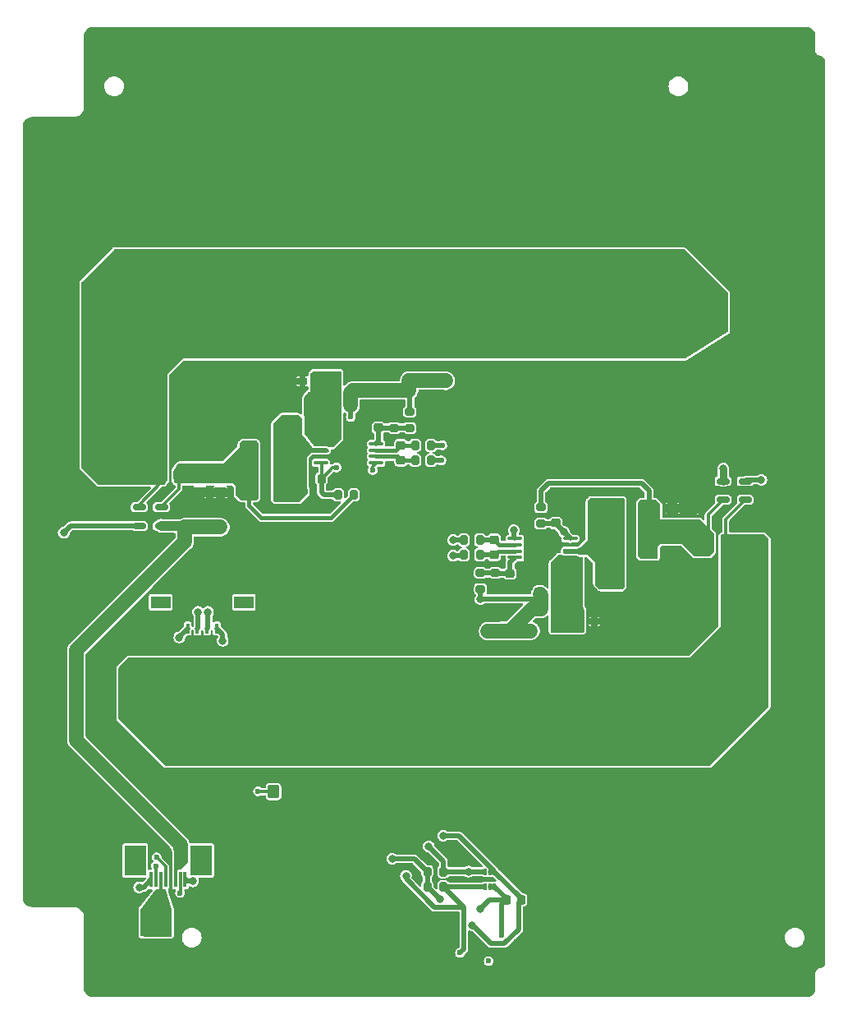
<source format=gbl>
G04 #@! TF.GenerationSoftware,KiCad,Pcbnew,8.0.2*
G04 #@! TF.CreationDate,2024-08-20T08:19:13+02:00*
G04 #@! TF.ProjectId,STS1_SIDEPANEL,53545331-5f53-4494-9445-50414e454c2e,rev?*
G04 #@! TF.SameCoordinates,Original*
G04 #@! TF.FileFunction,Copper,L4,Bot*
G04 #@! TF.FilePolarity,Positive*
%FSLAX46Y46*%
G04 Gerber Fmt 4.6, Leading zero omitted, Abs format (unit mm)*
G04 Created by KiCad (PCBNEW 8.0.2) date 2024-08-20 08:19:13*
%MOMM*%
%LPD*%
G01*
G04 APERTURE LIST*
G04 Aperture macros list*
%AMRoundRect*
0 Rectangle with rounded corners*
0 $1 Rounding radius*
0 $2 $3 $4 $5 $6 $7 $8 $9 X,Y pos of 4 corners*
0 Add a 4 corners polygon primitive as box body*
4,1,4,$2,$3,$4,$5,$6,$7,$8,$9,$2,$3,0*
0 Add four circle primitives for the rounded corners*
1,1,$1+$1,$2,$3*
1,1,$1+$1,$4,$5*
1,1,$1+$1,$6,$7*
1,1,$1+$1,$8,$9*
0 Add four rect primitives between the rounded corners*
20,1,$1+$1,$2,$3,$4,$5,0*
20,1,$1+$1,$4,$5,$6,$7,0*
20,1,$1+$1,$6,$7,$8,$9,0*
20,1,$1+$1,$8,$9,$2,$3,0*%
G04 Aperture macros list end*
G04 #@! TA.AperFunction,FiducialPad,Local*
%ADD10C,6.000000*%
G04 #@! TD*
G04 #@! TA.AperFunction,FiducialPad,Global*
%ADD11C,6.000000*%
G04 #@! TD*
G04 #@! TA.AperFunction,SMDPad,CuDef*
%ADD12R,0.300000X1.600000*%
G04 #@! TD*
G04 #@! TA.AperFunction,SMDPad,CuDef*
%ADD13R,2.240000X3.120000*%
G04 #@! TD*
G04 #@! TA.AperFunction,SMDPad,CuDef*
%ADD14RoundRect,0.225000X0.225000X0.250000X-0.225000X0.250000X-0.225000X-0.250000X0.225000X-0.250000X0*%
G04 #@! TD*
G04 #@! TA.AperFunction,SMDPad,CuDef*
%ADD15R,1.430000X5.500000*%
G04 #@! TD*
G04 #@! TA.AperFunction,SMDPad,CuDef*
%ADD16RoundRect,0.250000X-0.475000X0.250000X-0.475000X-0.250000X0.475000X-0.250000X0.475000X0.250000X0*%
G04 #@! TD*
G04 #@! TA.AperFunction,SMDPad,CuDef*
%ADD17RoundRect,0.200000X-0.200000X-0.275000X0.200000X-0.275000X0.200000X0.275000X-0.200000X0.275000X0*%
G04 #@! TD*
G04 #@! TA.AperFunction,SMDPad,CuDef*
%ADD18RoundRect,0.250000X0.300000X0.300000X-0.300000X0.300000X-0.300000X-0.300000X0.300000X-0.300000X0*%
G04 #@! TD*
G04 #@! TA.AperFunction,SMDPad,CuDef*
%ADD19RoundRect,0.100000X-0.637500X-0.100000X0.637500X-0.100000X0.637500X0.100000X-0.637500X0.100000X0*%
G04 #@! TD*
G04 #@! TA.AperFunction,SMDPad,CuDef*
%ADD20R,0.400000X1.000000*%
G04 #@! TD*
G04 #@! TA.AperFunction,SMDPad,CuDef*
%ADD21R,2.000000X1.300000*%
G04 #@! TD*
G04 #@! TA.AperFunction,SMDPad,CuDef*
%ADD22RoundRect,0.200000X-0.275000X0.200000X-0.275000X-0.200000X0.275000X-0.200000X0.275000X0.200000X0*%
G04 #@! TD*
G04 #@! TA.AperFunction,SMDPad,CuDef*
%ADD23RoundRect,0.200000X0.275000X-0.200000X0.275000X0.200000X-0.275000X0.200000X-0.275000X-0.200000X0*%
G04 #@! TD*
G04 #@! TA.AperFunction,SMDPad,CuDef*
%ADD24R,0.650000X0.950000*%
G04 #@! TD*
G04 #@! TA.AperFunction,SMDPad,CuDef*
%ADD25R,2.000000X1.950000*%
G04 #@! TD*
G04 #@! TA.AperFunction,SMDPad,CuDef*
%ADD26R,0.850000X0.650000*%
G04 #@! TD*
G04 #@! TA.AperFunction,SMDPad,CuDef*
%ADD27RoundRect,0.150000X0.512500X0.150000X-0.512500X0.150000X-0.512500X-0.150000X0.512500X-0.150000X0*%
G04 #@! TD*
G04 #@! TA.AperFunction,SMDPad,CuDef*
%ADD28RoundRect,0.200000X0.200000X0.275000X-0.200000X0.275000X-0.200000X-0.275000X0.200000X-0.275000X0*%
G04 #@! TD*
G04 #@! TA.AperFunction,SMDPad,CuDef*
%ADD29RoundRect,0.225000X0.250000X-0.225000X0.250000X0.225000X-0.250000X0.225000X-0.250000X-0.225000X0*%
G04 #@! TD*
G04 #@! TA.AperFunction,SMDPad,CuDef*
%ADD30RoundRect,0.100000X0.637500X0.100000X-0.637500X0.100000X-0.637500X-0.100000X0.637500X-0.100000X0*%
G04 #@! TD*
G04 #@! TA.AperFunction,SMDPad,CuDef*
%ADD31RoundRect,0.250000X-0.262500X-0.450000X0.262500X-0.450000X0.262500X0.450000X-0.262500X0.450000X0*%
G04 #@! TD*
G04 #@! TA.AperFunction,SMDPad,CuDef*
%ADD32RoundRect,0.250000X0.262500X0.450000X-0.262500X0.450000X-0.262500X-0.450000X0.262500X-0.450000X0*%
G04 #@! TD*
G04 #@! TA.AperFunction,SMDPad,CuDef*
%ADD33RoundRect,0.250000X0.250000X0.475000X-0.250000X0.475000X-0.250000X-0.475000X0.250000X-0.475000X0*%
G04 #@! TD*
G04 #@! TA.AperFunction,SMDPad,CuDef*
%ADD34RoundRect,0.250000X0.475000X-0.250000X0.475000X0.250000X-0.475000X0.250000X-0.475000X-0.250000X0*%
G04 #@! TD*
G04 #@! TA.AperFunction,SMDPad,CuDef*
%ADD35RoundRect,0.250000X-0.350000X-0.450000X0.350000X-0.450000X0.350000X0.450000X-0.350000X0.450000X0*%
G04 #@! TD*
G04 #@! TA.AperFunction,SMDPad,CuDef*
%ADD36RoundRect,0.225000X-0.225000X-0.250000X0.225000X-0.250000X0.225000X0.250000X-0.225000X0.250000X0*%
G04 #@! TD*
G04 #@! TA.AperFunction,SMDPad,CuDef*
%ADD37RoundRect,0.225000X-0.250000X0.225000X-0.250000X-0.225000X0.250000X-0.225000X0.250000X0.225000X0*%
G04 #@! TD*
G04 #@! TA.AperFunction,SMDPad,CuDef*
%ADD38RoundRect,0.150000X-0.512500X-0.150000X0.512500X-0.150000X0.512500X0.150000X-0.512500X0.150000X0*%
G04 #@! TD*
G04 #@! TA.AperFunction,SMDPad,CuDef*
%ADD39RoundRect,0.250000X-0.250000X-0.475000X0.250000X-0.475000X0.250000X0.475000X-0.250000X0.475000X0*%
G04 #@! TD*
G04 #@! TA.AperFunction,SMDPad,CuDef*
%ADD40RoundRect,0.085000X-0.085000X0.265000X-0.085000X-0.265000X0.085000X-0.265000X0.085000X0.265000X0*%
G04 #@! TD*
G04 #@! TA.AperFunction,SMDPad,CuDef*
%ADD41RoundRect,0.250000X-0.300000X-0.300000X0.300000X-0.300000X0.300000X0.300000X-0.300000X0.300000X0*%
G04 #@! TD*
G04 #@! TA.AperFunction,ViaPad*
%ADD42C,0.600000*%
G04 #@! TD*
G04 #@! TA.AperFunction,ViaPad*
%ADD43C,0.800000*%
G04 #@! TD*
G04 #@! TA.AperFunction,ViaPad*
%ADD44C,0.900000*%
G04 #@! TD*
G04 #@! TA.AperFunction,ViaPad*
%ADD45C,1.000000*%
G04 #@! TD*
G04 #@! TA.AperFunction,Conductor*
%ADD46C,0.750000*%
G04 #@! TD*
G04 #@! TA.AperFunction,Conductor*
%ADD47C,0.300000*%
G04 #@! TD*
G04 #@! TA.AperFunction,Conductor*
%ADD48C,0.500000*%
G04 #@! TD*
G04 #@! TA.AperFunction,Conductor*
%ADD49C,1.000000*%
G04 #@! TD*
G04 #@! TA.AperFunction,Conductor*
%ADD50C,1.500000*%
G04 #@! TD*
G04 #@! TA.AperFunction,Conductor*
%ADD51C,0.450000*%
G04 #@! TD*
G04 #@! TA.AperFunction,Conductor*
%ADD52C,0.400000*%
G04 #@! TD*
G04 APERTURE END LIST*
D10*
X148492000Y-108097800D03*
D11*
X124492000Y-108097800D03*
X98492000Y-108097800D03*
D10*
X101152400Y-69705000D03*
D11*
X125152400Y-69705000D03*
X151152400Y-69705000D03*
D12*
X96870000Y-127373000D03*
X97370000Y-127373000D03*
X97870000Y-127373000D03*
X98370000Y-127373000D03*
X98870000Y-127373000D03*
X99370000Y-127373000D03*
X99870000Y-127373000D03*
X100370000Y-127373000D03*
D13*
X95223000Y-125393000D03*
X102017000Y-125393000D03*
D14*
X115989800Y-86079200D03*
X114439800Y-86079200D03*
D15*
X106967500Y-85240000D03*
X111007500Y-85240000D03*
D16*
X104010000Y-85610000D03*
X104010000Y-87510000D03*
D17*
X125350000Y-126550000D03*
X127000000Y-126550000D03*
D18*
X114240000Y-80490000D03*
X111440000Y-80490000D03*
D19*
X114358900Y-84438000D03*
X114358900Y-83788000D03*
X114358900Y-83138000D03*
X114358900Y-82488000D03*
X120083900Y-82488000D03*
X120083900Y-83138000D03*
X120083900Y-83788000D03*
X120083900Y-84438000D03*
D20*
X100640000Y-101500000D03*
X101640000Y-101500000D03*
X102640000Y-101500000D03*
X103640000Y-101500000D03*
D21*
X97840000Y-98800000D03*
X106440000Y-98800000D03*
D22*
X130842000Y-95787000D03*
X130842000Y-97437000D03*
D23*
X137066500Y-90679000D03*
X137066500Y-89029000D03*
D24*
X115860000Y-76030000D03*
D25*
X114535000Y-76030000D03*
D26*
X112480000Y-76030000D03*
D27*
X158141500Y-86330000D03*
X158141500Y-87280000D03*
X158141500Y-88230000D03*
X155866500Y-88230000D03*
X155866500Y-86330000D03*
D24*
X139180000Y-100770000D03*
D25*
X140505000Y-100770000D03*
D26*
X142560000Y-100770000D03*
D16*
X101880000Y-85580000D03*
X101880000Y-87480000D03*
D28*
X125740000Y-84175000D03*
X124090000Y-84175000D03*
D29*
X132240500Y-93931000D03*
X132240500Y-92381000D03*
D23*
X123550000Y-80845000D03*
X123550000Y-79195000D03*
D30*
X140104000Y-92242000D03*
X140104000Y-92892000D03*
X140104000Y-93542000D03*
X140104000Y-94192000D03*
X134379000Y-94192000D03*
X134379000Y-93542000D03*
X134379000Y-92892000D03*
X134379000Y-92242000D03*
D29*
X120330000Y-80820000D03*
X120330000Y-79270000D03*
D17*
X116140000Y-87740000D03*
X117790000Y-87740000D03*
D31*
X97907500Y-85725000D03*
X99732500Y-85725000D03*
D32*
X117440000Y-78310000D03*
X115615000Y-78310000D03*
D33*
X113460000Y-78300000D03*
X111560000Y-78300000D03*
D28*
X125735000Y-82635000D03*
X124085000Y-82635000D03*
D34*
X150654000Y-91024000D03*
X150654000Y-89124000D03*
D35*
X109500000Y-118325000D03*
X111500000Y-118325000D03*
D36*
X133475000Y-129450000D03*
X135025000Y-129450000D03*
D34*
X152686000Y-91058000D03*
X152686000Y-89158000D03*
D23*
X132366000Y-97437000D03*
X132366000Y-95787000D03*
D37*
X138590500Y-89079000D03*
X138590500Y-90629000D03*
D32*
X156138500Y-92802000D03*
X154313500Y-92802000D03*
D37*
X122630000Y-82610000D03*
X122630000Y-84160000D03*
D31*
X136916000Y-97969000D03*
X138741000Y-97969000D03*
D38*
X95642500Y-90920000D03*
X95642500Y-89970000D03*
X95642500Y-89020000D03*
X97917500Y-89020000D03*
X97917500Y-90920000D03*
D17*
X125350000Y-128100000D03*
X127000000Y-128100000D03*
D22*
X121950000Y-79195000D03*
X121950000Y-80845000D03*
D39*
X140480000Y-98430000D03*
X142380000Y-98430000D03*
D37*
X133890000Y-95837000D03*
X133890000Y-97387000D03*
D17*
X129129500Y-92394000D03*
X130779500Y-92394000D03*
D15*
X148218500Y-91378000D03*
X144178500Y-91378000D03*
D40*
X131282500Y-126575000D03*
X131782500Y-126575000D03*
X132282500Y-126575000D03*
X132282500Y-128075000D03*
X131782500Y-128075000D03*
X131282500Y-128075000D03*
D41*
X140746500Y-96204000D03*
X143546500Y-96204000D03*
D17*
X129129500Y-93918000D03*
X130779500Y-93918000D03*
D42*
X84225000Y-76750000D03*
X99000000Y-135275000D03*
X165500000Y-123500000D03*
X99000000Y-138275000D03*
X149325000Y-41200000D03*
D43*
X91000000Y-89100000D03*
D42*
X130700000Y-45500000D03*
X115140000Y-133825000D03*
X165500000Y-117500000D03*
X101900000Y-136775000D03*
X90875000Y-50400000D03*
X133600000Y-41000000D03*
X118200000Y-42500000D03*
X132200000Y-45500000D03*
X146425000Y-41200000D03*
X130700000Y-41000000D03*
X161000000Y-128000000D03*
X115140000Y-136825000D03*
X96000000Y-138225000D03*
X165500000Y-102500000D03*
X103460000Y-138275000D03*
X84225000Y-73750000D03*
X165000000Y-54500000D03*
X121100000Y-138325000D03*
X99900000Y-42500000D03*
X98400000Y-44000000D03*
X155000000Y-131000000D03*
X84225000Y-69250000D03*
X113640000Y-136825000D03*
X161975000Y-136900000D03*
X165500000Y-107000000D03*
X84225000Y-79750000D03*
X165475000Y-89150000D03*
X92400000Y-40975000D03*
X146425000Y-45700000D03*
X147100000Y-136875000D03*
X88850000Y-88975000D03*
X131500000Y-136825000D03*
X135100000Y-44000000D03*
X159500000Y-126500000D03*
X96000000Y-133725000D03*
X165500000Y-96500000D03*
X165500000Y-101000000D03*
X84225000Y-61750000D03*
X92375000Y-48900000D03*
X132200000Y-41000000D03*
X145600000Y-138375000D03*
X155000000Y-129500000D03*
X92375000Y-50400000D03*
X119600000Y-138325000D03*
X159500000Y-129500000D03*
X115300000Y-41000000D03*
X84875000Y-53600000D03*
X164000000Y-131000000D03*
X161000000Y-125000000D03*
X150000000Y-133875000D03*
X134500000Y-133825000D03*
X157400000Y-133875000D03*
X151500000Y-136875000D03*
X125800000Y-41000000D03*
X162500000Y-129500000D03*
X119600000Y-133825000D03*
X125600000Y-136825000D03*
X156000000Y-135375000D03*
X132200000Y-42500000D03*
X84225000Y-67750000D03*
X124100000Y-135325000D03*
X119600000Y-136825000D03*
X87875000Y-53600000D03*
X165500000Y-108500000D03*
X96900000Y-45500000D03*
X100500000Y-138275000D03*
X84225000Y-63250000D03*
X149325000Y-45700000D03*
X134500000Y-138325000D03*
X147100000Y-138375000D03*
X134500000Y-136825000D03*
X153000000Y-138375000D03*
X99000000Y-133775000D03*
X147925000Y-44200000D03*
X165500000Y-90500000D03*
X165500000Y-104000000D03*
X127100000Y-136825000D03*
X99900000Y-45500000D03*
X162500000Y-122000000D03*
X164000000Y-123500000D03*
X165500000Y-122000000D03*
X101300000Y-41000000D03*
X93875000Y-47400000D03*
X152325000Y-42700000D03*
X153000000Y-136875000D03*
X119800000Y-41000000D03*
X150000000Y-136875000D03*
X159500000Y-131000000D03*
X162500000Y-126500000D03*
X158000000Y-129500000D03*
X165500000Y-111500000D03*
X162500000Y-128000000D03*
X162500000Y-125000000D03*
X95275000Y-47400000D03*
X86375000Y-54975000D03*
X87875000Y-52100000D03*
X165500000Y-98000000D03*
X89375000Y-52100000D03*
X160525000Y-89125000D03*
X84225000Y-72250000D03*
X156000000Y-136875000D03*
X84225000Y-82750000D03*
X165500000Y-114500000D03*
X161000000Y-123500000D03*
X116640000Y-133825000D03*
X164000000Y-122000000D03*
X118200000Y-45500000D03*
X97500000Y-135275000D03*
X102900000Y-44000000D03*
X124100000Y-136825000D03*
X127100000Y-135325000D03*
X165000000Y-49500000D03*
X150000000Y-138375000D03*
X156500000Y-131000000D03*
X115300000Y-42500000D03*
X84875000Y-52100000D03*
X154500000Y-136875000D03*
X133600000Y-44000000D03*
X134500000Y-135325000D03*
X90900000Y-40975000D03*
X133000000Y-138325000D03*
X152325000Y-41200000D03*
X156500000Y-128000000D03*
X86375000Y-52100000D03*
X95300000Y-40975000D03*
X161000000Y-129500000D03*
X161000000Y-126500000D03*
X87875000Y-54975000D03*
X119600000Y-135325000D03*
X165500000Y-129500000D03*
X160575000Y-133900000D03*
X84225000Y-88975000D03*
X122600000Y-133825000D03*
X104400000Y-45500000D03*
X98400000Y-45500000D03*
X127100000Y-138325000D03*
X121100000Y-135325000D03*
X165500000Y-131000000D03*
X87875000Y-50500000D03*
X118040000Y-136825000D03*
X115140000Y-135325000D03*
X158000000Y-126500000D03*
X157400000Y-138375000D03*
X159075000Y-136900000D03*
X130000000Y-138325000D03*
X125600000Y-135325000D03*
X130700000Y-42500000D03*
X104400000Y-42500000D03*
X165500000Y-126500000D03*
X135100000Y-41000000D03*
X145600000Y-136875000D03*
X164000000Y-128000000D03*
X121300000Y-42500000D03*
X164000000Y-129500000D03*
X147100000Y-135375000D03*
X153875000Y-45700000D03*
X159075000Y-138400000D03*
X89375000Y-50500000D03*
X121100000Y-133825000D03*
X133600000Y-45500000D03*
X84225000Y-78250000D03*
X97500000Y-138275000D03*
X162500000Y-131000000D03*
X146425000Y-42700000D03*
X93900000Y-42475000D03*
X165500000Y-125000000D03*
X104400000Y-44000000D03*
X92400000Y-42475000D03*
X157400000Y-136875000D03*
X153000000Y-133875000D03*
X165500000Y-119000000D03*
X115140000Y-138325000D03*
X86375000Y-50500000D03*
X84875000Y-57575000D03*
X95300000Y-42475000D03*
X89375000Y-53600000D03*
X93875000Y-48900000D03*
X121100000Y-136825000D03*
X159500000Y-125000000D03*
X157400000Y-135375000D03*
X98400000Y-42500000D03*
X147925000Y-42700000D03*
X153875000Y-41200000D03*
X162375000Y-89125000D03*
X121300000Y-41000000D03*
X96900000Y-42500000D03*
X149325000Y-44200000D03*
X101900000Y-138275000D03*
X125600000Y-133825000D03*
X156500000Y-129500000D03*
X164000000Y-125000000D03*
X99900000Y-44000000D03*
X150825000Y-41200000D03*
X84875000Y-50500000D03*
X135100000Y-42500000D03*
X100500000Y-136775000D03*
X96000000Y-135225000D03*
X153000000Y-135375000D03*
X132200000Y-44000000D03*
X116800000Y-41000000D03*
X158000000Y-128000000D03*
X129200000Y-41000000D03*
X148600000Y-135375000D03*
X153875000Y-42700000D03*
X101300000Y-42500000D03*
X102900000Y-45500000D03*
X102900000Y-41000000D03*
X122600000Y-136825000D03*
X129200000Y-42500000D03*
X148600000Y-138375000D03*
X165500000Y-92000000D03*
X122600000Y-135325000D03*
X84875000Y-56375000D03*
X116800000Y-42500000D03*
X96900000Y-44000000D03*
X119800000Y-45500000D03*
X121300000Y-44000000D03*
X164000000Y-126500000D03*
X90875000Y-47400000D03*
X154500000Y-133875000D03*
X118040000Y-138325000D03*
X118040000Y-135325000D03*
X124100000Y-133825000D03*
X84225000Y-84250000D03*
X84225000Y-85750000D03*
X116640000Y-135325000D03*
X159500000Y-128000000D03*
X90875000Y-52100000D03*
X145600000Y-133875000D03*
X146425000Y-44200000D03*
X102900000Y-42500000D03*
X97500000Y-136775000D03*
X165500000Y-116000000D03*
X99000000Y-136775000D03*
X156000000Y-138375000D03*
X84225000Y-87250000D03*
X116800000Y-44000000D03*
X113640000Y-138325000D03*
X119800000Y-42500000D03*
X153875000Y-44200000D03*
X86375000Y-56375000D03*
X133000000Y-135325000D03*
X147925000Y-41200000D03*
X101300000Y-44000000D03*
X118040000Y-133825000D03*
X158000000Y-131000000D03*
X127300000Y-41000000D03*
X113640000Y-133825000D03*
X93900000Y-40975000D03*
X116800000Y-45500000D03*
X165500000Y-110000000D03*
X151500000Y-135375000D03*
X97500000Y-133775000D03*
X84225000Y-64750000D03*
X128500000Y-138325000D03*
X96900000Y-41000000D03*
X159075000Y-133900000D03*
X118200000Y-41000000D03*
X93875000Y-50400000D03*
X150000000Y-135375000D03*
X151500000Y-133875000D03*
X84225000Y-66250000D03*
X127100000Y-133825000D03*
X129200000Y-45500000D03*
X160575000Y-138400000D03*
X122800000Y-41000000D03*
X119800000Y-44000000D03*
X147100000Y-133875000D03*
X96000000Y-136725000D03*
X131500000Y-138325000D03*
X165500000Y-120500000D03*
X156000000Y-133875000D03*
X163975000Y-89125000D03*
X165500000Y-99500000D03*
X159075000Y-135400000D03*
X101900000Y-135275000D03*
X145600000Y-135375000D03*
X86375000Y-53600000D03*
X124200000Y-41000000D03*
X165500000Y-105500000D03*
X98400000Y-41000000D03*
X116640000Y-136825000D03*
X84225000Y-81250000D03*
X129200000Y-44000000D03*
X90900000Y-42475000D03*
X130700000Y-44000000D03*
X149325000Y-42700000D03*
X162500000Y-123500000D03*
X116640000Y-138325000D03*
X100500000Y-135275000D03*
X133600000Y-42500000D03*
X101300000Y-45500000D03*
X85725000Y-88975000D03*
X164000000Y-120500000D03*
X165500000Y-128000000D03*
X122600000Y-138325000D03*
X115300000Y-45500000D03*
X92375000Y-47400000D03*
X90875000Y-48900000D03*
X84875000Y-58975000D03*
X160575000Y-136900000D03*
X135100000Y-45500000D03*
X154500000Y-138375000D03*
X104400000Y-41000000D03*
X161000000Y-131000000D03*
X130000000Y-136825000D03*
X148600000Y-133875000D03*
X165500000Y-93500000D03*
X133000000Y-136825000D03*
X147925000Y-45700000D03*
X84225000Y-70750000D03*
X148600000Y-136875000D03*
X135900000Y-138325000D03*
X124100000Y-138325000D03*
X154500000Y-135375000D03*
X84225000Y-75250000D03*
X165500000Y-113000000D03*
X87350000Y-88975000D03*
X161975000Y-138400000D03*
X95275000Y-48900000D03*
X113640000Y-135325000D03*
X128500000Y-136825000D03*
X115300000Y-44000000D03*
X99900000Y-41000000D03*
X118200000Y-44000000D03*
X165500000Y-95000000D03*
X161975000Y-135400000D03*
X125600000Y-138325000D03*
X84875000Y-54975000D03*
X151500000Y-138375000D03*
X160575000Y-135400000D03*
X150825000Y-42700000D03*
X92500000Y-98050000D03*
X150625000Y-85300000D03*
X148400000Y-99830000D03*
X107440000Y-77540000D03*
X135700000Y-85365000D03*
X113500000Y-99550000D03*
X145070000Y-103750000D03*
X133510000Y-76115000D03*
X137025000Y-93975000D03*
X107440000Y-74540000D03*
X138010000Y-77615000D03*
X91000000Y-95050000D03*
X116520000Y-83800000D03*
X112000000Y-95050000D03*
X110440000Y-77540000D03*
X130510000Y-76115000D03*
X104500000Y-96550000D03*
X110500000Y-99550000D03*
X118000000Y-96550000D03*
X109000000Y-98050000D03*
X136510000Y-79115000D03*
X109000000Y-95050000D03*
X108940000Y-76040000D03*
X119500000Y-96550000D03*
X117390000Y-80880000D03*
X141252000Y-87700000D03*
X115000000Y-95050000D03*
X108940000Y-77540000D03*
X135700000Y-87725000D03*
X141252000Y-90682000D03*
X136510000Y-76115000D03*
X116500000Y-95050000D03*
X105940000Y-74540000D03*
X147750000Y-85300000D03*
X117130000Y-82425000D03*
X115000000Y-99550000D03*
X125440000Y-79190000D03*
X112000000Y-99550000D03*
X131500000Y-88750000D03*
X119500000Y-98050000D03*
X131500000Y-89875000D03*
X113500000Y-98050000D03*
X129225000Y-96325000D03*
X89500000Y-96550000D03*
X149125000Y-85300000D03*
X126940000Y-79200000D03*
X140250000Y-103750000D03*
X116500000Y-98050000D03*
X138600000Y-87700000D03*
X138010000Y-79115000D03*
X134500000Y-87725000D03*
X110500000Y-98050000D03*
X132010000Y-77615000D03*
X138750000Y-103750000D03*
X122500000Y-95050000D03*
X116500000Y-99550000D03*
X142070000Y-103750000D03*
X110440000Y-74540000D03*
X143920000Y-98300000D03*
X105940000Y-77540000D03*
X122500000Y-98050000D03*
X137250000Y-103750000D03*
X150550000Y-98305000D03*
X89500000Y-98050000D03*
X103000000Y-98050000D03*
X91000000Y-98050000D03*
X88000000Y-96550000D03*
X116500000Y-96550000D03*
X110500000Y-96550000D03*
X136172000Y-93984000D03*
X86000000Y-96550000D03*
X88000000Y-98050000D03*
X91000000Y-96550000D03*
X118000000Y-99550000D03*
X135700000Y-89875000D03*
X135010000Y-77615000D03*
X107500000Y-96550000D03*
X91000000Y-99550000D03*
X133000000Y-88750000D03*
X92500000Y-95050000D03*
X112000000Y-98050000D03*
X133510000Y-77615000D03*
X113500000Y-96550000D03*
X115000000Y-96550000D03*
X145400000Y-98300000D03*
X121000000Y-98050000D03*
X116990000Y-86090000D03*
X131500000Y-87725000D03*
X146900000Y-101475000D03*
X134500000Y-85365000D03*
X140050000Y-89025000D03*
X137900000Y-93984000D03*
X137025000Y-92451000D03*
X134500000Y-89875000D03*
X103000000Y-96550000D03*
X132010000Y-79115000D03*
X134500000Y-88750000D03*
X105940000Y-76040000D03*
X130510000Y-79115000D03*
X133000000Y-89875000D03*
X103000000Y-95050000D03*
X151825000Y-85300000D03*
X109000000Y-99550000D03*
X86000000Y-95050000D03*
X125440000Y-80830000D03*
X110500000Y-95050000D03*
X140050000Y-87700000D03*
X113500000Y-95050000D03*
X86000000Y-99550000D03*
X88000000Y-99550000D03*
X119500000Y-99550000D03*
X118160000Y-83795000D03*
X149150000Y-97560000D03*
X136510000Y-77615000D03*
X88000000Y-95050000D03*
X135700000Y-86500000D03*
X138010000Y-76115000D03*
X104500000Y-95050000D03*
X143570000Y-103750000D03*
X118900000Y-79270000D03*
X136172000Y-92460000D03*
X129225000Y-95300000D03*
X107440000Y-76040000D03*
X108940000Y-74540000D03*
X122500000Y-99550000D03*
X118160000Y-82445000D03*
X121000000Y-96550000D03*
X89500000Y-99550000D03*
X115000000Y-98050000D03*
X134500000Y-86500000D03*
X137900000Y-92460000D03*
X145400000Y-101475000D03*
X119500000Y-95050000D03*
X106000000Y-95060000D03*
X141252000Y-89025000D03*
X110440000Y-76040000D03*
X145050000Y-85300000D03*
X118000000Y-95050000D03*
X133000000Y-87725000D03*
X121000000Y-99550000D03*
X121000000Y-95050000D03*
X133510000Y-79115000D03*
X135700000Y-88750000D03*
X126940000Y-80840000D03*
X98550000Y-124200000D03*
X109000000Y-96550000D03*
X133000000Y-86510000D03*
X132010000Y-76115000D03*
X146550000Y-85300000D03*
X92500000Y-96550000D03*
X130510000Y-77615000D03*
X118000000Y-98050000D03*
X145400000Y-99830000D03*
X118904000Y-80864000D03*
X112000000Y-96550000D03*
X104500000Y-98050000D03*
X86000000Y-98050000D03*
X135010000Y-79115000D03*
X146900000Y-99830000D03*
X133000000Y-85375000D03*
X106000000Y-96560000D03*
X107500000Y-95050000D03*
X89500000Y-95050000D03*
X113634000Y-87231000D03*
X135010000Y-76115000D03*
X150550000Y-96825000D03*
X122500000Y-96550000D03*
X133025000Y-133150000D03*
D43*
X121725000Y-125225000D03*
X126637500Y-129387500D03*
X99770000Y-102420000D03*
X130825000Y-130375000D03*
D42*
X131675000Y-135775000D03*
D43*
X125500000Y-123950000D03*
X102725000Y-99800000D03*
X129600000Y-126550000D03*
D42*
X128725000Y-134925000D03*
D43*
X101700000Y-99800000D03*
X123148959Y-126976041D03*
D44*
X91275000Y-84525000D03*
D43*
X101190000Y-127553002D03*
X87850000Y-91650000D03*
D42*
X99850000Y-128750000D03*
X126890000Y-82640000D03*
D45*
X126000000Y-76000000D03*
X102750000Y-91070000D03*
X104000000Y-91070000D03*
X127250000Y-76000000D03*
X101500000Y-91070000D03*
D42*
X117465000Y-79715000D03*
D45*
X123470000Y-75970000D03*
X124750000Y-76000000D03*
X100310000Y-91070000D03*
D43*
X128010500Y-94025000D03*
X130842000Y-98500000D03*
D45*
X136000000Y-101750000D03*
D43*
X155880000Y-85030000D03*
D45*
X98250000Y-132500000D03*
X131600000Y-101775000D03*
X98200000Y-130950000D03*
X134500000Y-101750000D03*
X96500000Y-131000000D03*
X133000000Y-101750000D03*
X96500000Y-132500000D03*
D43*
X159798000Y-86198000D03*
D42*
X97370000Y-125972998D03*
D43*
X95630000Y-128170000D03*
D42*
X107900000Y-118280000D03*
X97416510Y-125074198D03*
X126790000Y-84180000D03*
X115790000Y-79490000D03*
D43*
X128010000Y-92394000D03*
X138780000Y-96580000D03*
D42*
X119715000Y-85190000D03*
X115980000Y-84915000D03*
D43*
X139423250Y-91561250D03*
X134272500Y-91378000D03*
X130000000Y-132075000D03*
X127000000Y-122850000D03*
X104250000Y-102760000D03*
D46*
X116979200Y-86079200D02*
X116990000Y-86090000D01*
D47*
X114358900Y-83788000D02*
X116508000Y-83788000D01*
X99500000Y-129319239D02*
X99500000Y-133275000D01*
D48*
X91000000Y-89100000D02*
X91870000Y-89970000D01*
D47*
X140841499Y-92892000D02*
X141506000Y-92227499D01*
X141506000Y-90936000D02*
X141252000Y-90682000D01*
D48*
X91870000Y-89970000D02*
X95642500Y-89970000D01*
D47*
X98550000Y-124200000D02*
X98550000Y-124375635D01*
X98870000Y-124695635D02*
X98870000Y-127373000D01*
D48*
X120330000Y-79270000D02*
X121875000Y-79270000D01*
D47*
X99500000Y-133275000D02*
X99000000Y-133775000D01*
X113521000Y-83788000D02*
X113380000Y-83929000D01*
X98870000Y-128689239D02*
X99500000Y-129319239D01*
X141506000Y-92227499D02*
X141506000Y-90936000D01*
X98870000Y-128689239D02*
X103460000Y-133279239D01*
D46*
X115989800Y-86079200D02*
X116979200Y-86079200D01*
D47*
X116508000Y-83788000D02*
X116520000Y-83800000D01*
X98550000Y-124375635D02*
X98870000Y-124695635D01*
X113380000Y-83929000D02*
X113271400Y-84037600D01*
D48*
X133840000Y-97437000D02*
X133890000Y-97387000D01*
X132366000Y-97437000D02*
X133840000Y-97437000D01*
D47*
X98870000Y-127373000D02*
X98870000Y-128689239D01*
X113271400Y-86868400D02*
X113634000Y-87231000D01*
X114358900Y-83788000D02*
X113521000Y-83788000D01*
D48*
X121875000Y-79270000D02*
X121950000Y-79195000D01*
D47*
X113271400Y-84037600D02*
X113271400Y-86868400D01*
X140104000Y-92892000D02*
X140841499Y-92892000D01*
D48*
X99770000Y-102420000D02*
X99770000Y-102370000D01*
X133025000Y-133150000D02*
X133025000Y-129900000D01*
X126637500Y-129387500D02*
X125350000Y-128100000D01*
X124025000Y-125225000D02*
X125350000Y-126550000D01*
X133475000Y-129267500D02*
X132282500Y-128075000D01*
X125350000Y-128100000D02*
X125350000Y-126550000D01*
X131750000Y-129450000D02*
X130825000Y-130375000D01*
X133475000Y-129450000D02*
X131750000Y-129450000D01*
X121725000Y-125225000D02*
X124025000Y-125225000D01*
X132282500Y-128075000D02*
X131862500Y-128075000D01*
X133025000Y-129900000D02*
X133475000Y-129450000D01*
X133475000Y-129450000D02*
X133475000Y-129267500D01*
X99770000Y-102370000D02*
X100640000Y-101500000D01*
X131137500Y-126550000D02*
X131162500Y-126575000D01*
X127000000Y-125450000D02*
X125500000Y-123950000D01*
X127000000Y-126550000D02*
X127000000Y-125450000D01*
X102725000Y-101415000D02*
X102640000Y-101500000D01*
X127000000Y-126550000D02*
X131137500Y-126550000D01*
X102725000Y-99800000D02*
X102725000Y-101415000D01*
X127000000Y-128100000D02*
X131137500Y-128100000D01*
X131137500Y-128100000D02*
X131162500Y-128075000D01*
X123148959Y-127298739D02*
X126087720Y-130237500D01*
X101700000Y-101440000D02*
X101640000Y-101500000D01*
X129125000Y-130225000D02*
X129125000Y-134525000D01*
X101700000Y-99800000D02*
X101700000Y-101440000D01*
X129125000Y-130225000D02*
X127000000Y-128100000D01*
X129125000Y-134525000D02*
X128725000Y-134925000D01*
X129112500Y-130237500D02*
X129125000Y-130225000D01*
X126087720Y-130237500D02*
X129112500Y-130237500D01*
X123148959Y-126976041D02*
X123148959Y-127298739D01*
D47*
X95642500Y-88727500D02*
X97907500Y-86462500D01*
D48*
X101190000Y-127553002D02*
X100550002Y-127553002D01*
D47*
X97907500Y-86462500D02*
X97907500Y-85725000D01*
X95642500Y-89020000D02*
X95642500Y-88727500D01*
X151152400Y-69705000D02*
X150954691Y-69902709D01*
D48*
X100470000Y-127473000D02*
X100470000Y-127373000D01*
X100550002Y-127553002D02*
X100470000Y-127473000D01*
X88580000Y-90920000D02*
X95642500Y-90920000D01*
X95642500Y-90920000D02*
X95612500Y-90950000D01*
D47*
X99870000Y-128730000D02*
X99850000Y-128750000D01*
X99870000Y-127373000D02*
X99870000Y-128730000D01*
D48*
X87850000Y-91650000D02*
X88580000Y-90920000D01*
D47*
X99920000Y-124190000D02*
X99910000Y-124180000D01*
D49*
X100190000Y-90950000D02*
X97947500Y-90950000D01*
D47*
X99370000Y-124720000D02*
X99370000Y-127373000D01*
D48*
X117465000Y-79715000D02*
X117465000Y-78540000D01*
D50*
X123470000Y-75970000D02*
X127220000Y-75970000D01*
X89175000Y-103705000D02*
X89175000Y-113057233D01*
D47*
X99412500Y-126362500D02*
X99615000Y-126160000D01*
D50*
X123480000Y-76975000D02*
X117710000Y-76975000D01*
D47*
X99580000Y-124510000D02*
X99370000Y-124720000D01*
D48*
X123550000Y-77045000D02*
X123480000Y-76975000D01*
D50*
X117450000Y-78525000D02*
X117450000Y-77235000D01*
X123470000Y-76965000D02*
X123480000Y-76975000D01*
D49*
X100310000Y-91070000D02*
X100190000Y-90950000D01*
D47*
X99615000Y-126160000D02*
X99920000Y-126160000D01*
D48*
X117465000Y-78540000D02*
X117450000Y-78525000D01*
D50*
X117450000Y-77235000D02*
X117710000Y-76975000D01*
D48*
X123550000Y-79195000D02*
X123550000Y-77045000D01*
X125735000Y-82635000D02*
X126885000Y-82635000D01*
D50*
X89175000Y-113057233D02*
X99910000Y-123792233D01*
X127220000Y-75970000D02*
X127250000Y-76000000D01*
D47*
X99920000Y-126160000D02*
X99920000Y-124190000D01*
D48*
X126885000Y-82635000D02*
X126890000Y-82640000D01*
D50*
X100310000Y-91070000D02*
X100310000Y-92570000D01*
X100310000Y-92570000D02*
X89175000Y-103705000D01*
D49*
X97947500Y-90950000D02*
X97917500Y-90920000D01*
D50*
X100310000Y-91070000D02*
X104000000Y-91070000D01*
X123470000Y-75970000D02*
X123470000Y-76965000D01*
X99910000Y-123792233D02*
X99910000Y-124180000D01*
D48*
X130842000Y-98500000D02*
X130886500Y-98455500D01*
X136643000Y-98455500D02*
X137066500Y-98032000D01*
X130886500Y-98455500D02*
X132240500Y-98455500D01*
D50*
X137066500Y-99480000D02*
X137066500Y-98032000D01*
D48*
X129022500Y-94025000D02*
X129129500Y-93918000D01*
D50*
X137066500Y-98032000D02*
X137003500Y-97969000D01*
D47*
X98200000Y-130950000D02*
X97870000Y-130620000D01*
D48*
X132240500Y-98455500D02*
X136643000Y-98455500D01*
D50*
X136000000Y-101750000D02*
X133000000Y-101750000D01*
D47*
X97870000Y-127373000D02*
X97870000Y-128523000D01*
D46*
X155880000Y-86316500D02*
X155866500Y-86330000D01*
D48*
X130842000Y-98500000D02*
X130842000Y-97437000D01*
D47*
X97870000Y-130620000D02*
X97870000Y-128523000D01*
X97870000Y-128523000D02*
X97867000Y-128523000D01*
D48*
X128010500Y-94025000D02*
X129022500Y-94025000D01*
D50*
X133825012Y-101775000D02*
X136120012Y-99480000D01*
D48*
X136608500Y-98490000D02*
X137066500Y-98032000D01*
D50*
X131600000Y-101775000D02*
X133825012Y-101775000D01*
D46*
X155880000Y-85030000D02*
X155880000Y-86316500D01*
D50*
X137066500Y-99480000D02*
X136120012Y-99480000D01*
D48*
X158273500Y-86198000D02*
X158141500Y-86330000D01*
D47*
X97370000Y-127373000D02*
X97370000Y-125972998D01*
D48*
X159798000Y-86198000D02*
X158273500Y-86198000D01*
X95630000Y-128170000D02*
X96073000Y-128170000D01*
D47*
X156138500Y-90233000D02*
X156138500Y-92802000D01*
D48*
X96073000Y-128170000D02*
X96770000Y-127473000D01*
D47*
X158141500Y-88230000D02*
X156138500Y-90233000D01*
D48*
X96770000Y-127473000D02*
X96770000Y-127373000D01*
D47*
X107945000Y-118325000D02*
X107900000Y-118280000D01*
X98370000Y-126027688D02*
X97416510Y-125074198D01*
X109500000Y-118325000D02*
X107945000Y-118325000D01*
X98370000Y-127373000D02*
X98370000Y-126027688D01*
D48*
X120355000Y-80845000D02*
X120330000Y-80820000D01*
X121950000Y-80845000D02*
X120355000Y-80845000D01*
X120330000Y-82216900D02*
X120083900Y-82463000D01*
X120330000Y-80820000D02*
X120330000Y-82216900D01*
X123550000Y-80845000D02*
X121950000Y-80845000D01*
X133890000Y-95837000D02*
X133890000Y-94706000D01*
X133890000Y-95837000D02*
X132416000Y-95837000D01*
X132416000Y-95837000D02*
X132366000Y-95787000D01*
X133890000Y-94706000D02*
X134379000Y-94217000D01*
X130842000Y-95787000D02*
X132366000Y-95787000D01*
D51*
X122630000Y-82610000D02*
X124060000Y-82610000D01*
X122102000Y-83138000D02*
X122630000Y-82610000D01*
X120083900Y-83138000D02*
X122102000Y-83138000D01*
X124060000Y-82610000D02*
X124085000Y-82635000D01*
X122258000Y-83788000D02*
X122630000Y-84160000D01*
X122630000Y-84160000D02*
X124075000Y-84160000D01*
X120083900Y-83788000D02*
X122258000Y-83788000D01*
X124075000Y-84160000D02*
X124090000Y-84175000D01*
X132629500Y-93542000D02*
X132240500Y-93931000D01*
X134379000Y-93542000D02*
X132629500Y-93542000D01*
D48*
X132227500Y-93918000D02*
X132240500Y-93931000D01*
X130779500Y-93918000D02*
X132227500Y-93918000D01*
X130779500Y-92394000D02*
X132227500Y-92394000D01*
D51*
X134379000Y-92892000D02*
X132751500Y-92892000D01*
D48*
X132227500Y-92394000D02*
X132240500Y-92381000D01*
D51*
X132751500Y-92892000D02*
X132240500Y-92381000D01*
D48*
X126785000Y-84175000D02*
X126790000Y-84180000D01*
X125740000Y-84175000D02*
X126785000Y-84175000D01*
X129129500Y-92394000D02*
X128010000Y-92394000D01*
D47*
X114439800Y-84518900D02*
X114358900Y-84438000D01*
X115604000Y-84915000D02*
X115980000Y-84915000D01*
X119715000Y-84806900D02*
X120083900Y-84438000D01*
D51*
X114380000Y-86139000D02*
X114439800Y-86079200D01*
D48*
X114689800Y-87740000D02*
X114439800Y-87490000D01*
X116140000Y-87740000D02*
X114689800Y-87740000D01*
D47*
X114439800Y-86079200D02*
X114439800Y-84518900D01*
D48*
X114439800Y-87490000D02*
X114439800Y-86079200D01*
D47*
X114439800Y-86079200D02*
X115604000Y-84915000D01*
X119715000Y-85190000D02*
X119715000Y-84806900D01*
D48*
X134272500Y-91378000D02*
X134272500Y-92135500D01*
X138590500Y-90629000D02*
X138590500Y-90728500D01*
X134272500Y-92135500D02*
X134354000Y-92217000D01*
X134354000Y-92217000D02*
X134379000Y-92217000D01*
X138540500Y-90679000D02*
X138590500Y-90629000D01*
X137066500Y-90679000D02*
X138540500Y-90679000D01*
X138590500Y-90728500D02*
X140104000Y-92242000D01*
D47*
X97917500Y-89020000D02*
X97917500Y-88942500D01*
X97917500Y-88942500D02*
X99732500Y-87127500D01*
D52*
X117790000Y-87765000D02*
X117790000Y-87740000D01*
X115440000Y-90115000D02*
X108240000Y-90115000D01*
D47*
X99732500Y-87127500D02*
X99732500Y-85725000D01*
D52*
X108240000Y-90115000D02*
X106967500Y-88842500D01*
X115440000Y-90115000D02*
X117790000Y-87765000D01*
X106967500Y-88842500D02*
X106967500Y-85240000D01*
D48*
X132282500Y-126575000D02*
X131862500Y-126575000D01*
X104250000Y-102760000D02*
X104250000Y-102110000D01*
X132282500Y-126522610D02*
X132282500Y-126575000D01*
X133285661Y-133950000D02*
X131950000Y-133950000D01*
X128609890Y-122850000D02*
X132282500Y-126522610D01*
X135025000Y-129450000D02*
X134750000Y-129725000D01*
X135025000Y-129450000D02*
X135025000Y-129317500D01*
X104250000Y-102110000D02*
X103640000Y-101500000D01*
X134750000Y-132485661D02*
X133285661Y-133950000D01*
X135025000Y-129317500D02*
X132282500Y-126575000D01*
X131950000Y-133950000D02*
X130075000Y-132075000D01*
X134750000Y-129725000D02*
X134750000Y-132485661D01*
X130075000Y-132075000D02*
X130000000Y-132075000D01*
X127000000Y-122850000D02*
X128609890Y-122850000D01*
D47*
X154313500Y-89783000D02*
X154313500Y-92802000D01*
D48*
X148218500Y-87290000D02*
X147480500Y-86552000D01*
D47*
X155866500Y-88230000D02*
X154313500Y-89783000D01*
D48*
X148218500Y-91378000D02*
X148218500Y-87290000D01*
X137066500Y-89029000D02*
X137066500Y-87314000D01*
X137066500Y-87314000D02*
X137828500Y-86552000D01*
X137828500Y-86552000D02*
X147480500Y-86552000D01*
G04 #@! TA.AperFunction,Conductor*
G36*
X164404540Y-39510933D02*
G01*
X164518978Y-39521689D01*
X164562784Y-39525806D01*
X164579604Y-39528870D01*
X164654365Y-39549289D01*
X164729132Y-39569711D01*
X164745163Y-39575619D01*
X164885429Y-39641577D01*
X164900213Y-39650160D01*
X165027039Y-39739269D01*
X165040129Y-39750270D01*
X165149729Y-39859870D01*
X165160730Y-39872960D01*
X165249839Y-39999786D01*
X165258423Y-40014572D01*
X165324377Y-40154828D01*
X165330290Y-40170872D01*
X165371129Y-40320395D01*
X165374193Y-40337215D01*
X165389066Y-40495457D01*
X165389500Y-40504721D01*
X165389500Y-41983814D01*
X165388832Y-41989015D01*
X165389328Y-41997399D01*
X165389500Y-42003234D01*
X165389500Y-42016145D01*
X165390766Y-42021654D01*
X165393429Y-42066540D01*
X165393430Y-42066542D01*
X165432606Y-42192673D01*
X165500876Y-42305726D01*
X165500877Y-42305727D01*
X165500879Y-42305730D01*
X165594270Y-42399121D01*
X165707329Y-42467395D01*
X165833459Y-42506570D01*
X165889867Y-42509916D01*
X165907445Y-42512558D01*
X166008756Y-42537255D01*
X166029035Y-42544620D01*
X166120969Y-42589897D01*
X166139181Y-42601490D01*
X166219113Y-42665618D01*
X166234381Y-42680886D01*
X166298509Y-42760818D01*
X166310102Y-42779030D01*
X166355376Y-42870957D01*
X166362746Y-42891250D01*
X166386683Y-42989443D01*
X166389500Y-43012890D01*
X166389500Y-135988824D01*
X166387336Y-136009409D01*
X166365919Y-136110161D01*
X166358661Y-136131728D01*
X166315154Y-136224185D01*
X166303162Y-136243526D01*
X166239695Y-136323602D01*
X166223602Y-136339695D01*
X166143526Y-136403162D01*
X166124186Y-136415154D01*
X166071322Y-136440030D01*
X166031730Y-136458660D01*
X166010163Y-136465919D01*
X165911600Y-136486869D01*
X165886908Y-136488947D01*
X165846082Y-136487250D01*
X165842213Y-136487090D01*
X165842212Y-136487090D01*
X165727799Y-136509480D01*
X165727791Y-136509482D01*
X165621823Y-136558096D01*
X165530225Y-136630214D01*
X165530214Y-136630225D01*
X165458096Y-136721823D01*
X165409482Y-136827791D01*
X165409480Y-136827799D01*
X165387090Y-136942211D01*
X165389415Y-136998147D01*
X165389500Y-137002258D01*
X165389500Y-138495278D01*
X165389066Y-138504542D01*
X165374193Y-138662784D01*
X165371129Y-138679604D01*
X165330290Y-138829127D01*
X165324377Y-138845171D01*
X165258423Y-138985427D01*
X165249839Y-139000213D01*
X165160730Y-139127039D01*
X165149729Y-139140129D01*
X165040129Y-139249729D01*
X165027039Y-139260730D01*
X164900213Y-139349839D01*
X164885427Y-139358423D01*
X164745171Y-139424377D01*
X164729127Y-139430290D01*
X164579604Y-139471129D01*
X164562784Y-139474193D01*
X164419854Y-139487626D01*
X164404540Y-139489066D01*
X164395279Y-139489500D01*
X90904721Y-139489500D01*
X90895459Y-139489066D01*
X90878705Y-139487491D01*
X90737215Y-139474193D01*
X90720395Y-139471129D01*
X90570872Y-139430290D01*
X90554830Y-139424377D01*
X90484700Y-139391400D01*
X90414572Y-139358423D01*
X90399786Y-139349839D01*
X90272960Y-139260730D01*
X90259870Y-139249729D01*
X90150270Y-139140129D01*
X90139269Y-139127039D01*
X90050160Y-139000213D01*
X90041576Y-138985427D01*
X90014325Y-138927475D01*
X89975619Y-138845163D01*
X89969711Y-138829132D01*
X89949289Y-138754365D01*
X89928870Y-138679604D01*
X89925806Y-138662783D01*
X89910934Y-138504541D01*
X89910500Y-138495278D01*
X89910500Y-135774997D01*
X131169353Y-135774997D01*
X131169353Y-135775002D01*
X131189834Y-135917456D01*
X131249622Y-136048371D01*
X131249623Y-136048373D01*
X131321850Y-136131728D01*
X131343873Y-136157144D01*
X131464318Y-136234549D01*
X131464947Y-136234953D01*
X131571403Y-136266211D01*
X131603035Y-136275499D01*
X131603036Y-136275499D01*
X131603039Y-136275500D01*
X131603041Y-136275500D01*
X131746959Y-136275500D01*
X131746961Y-136275500D01*
X131885053Y-136234953D01*
X132006128Y-136157143D01*
X132100377Y-136048373D01*
X132160165Y-135917457D01*
X132180647Y-135775000D01*
X132160165Y-135632543D01*
X132100377Y-135501627D01*
X132006128Y-135392857D01*
X132006127Y-135392856D01*
X132006126Y-135392855D01*
X131885057Y-135315049D01*
X131885054Y-135315047D01*
X131885053Y-135315047D01*
X131858138Y-135307144D01*
X131746964Y-135274500D01*
X131746961Y-135274500D01*
X131603039Y-135274500D01*
X131603035Y-135274500D01*
X131464949Y-135315046D01*
X131464942Y-135315049D01*
X131343873Y-135392855D01*
X131249622Y-135501628D01*
X131189834Y-135632543D01*
X131169353Y-135774997D01*
X89910500Y-135774997D01*
X89910500Y-131218922D01*
X89910627Y-131218111D01*
X89910502Y-131200205D01*
X89910500Y-131199512D01*
X89910500Y-131176981D01*
X89910346Y-131176219D01*
X89909931Y-131111697D01*
X89878311Y-130938096D01*
X89817292Y-130772525D01*
X89817291Y-130772524D01*
X89817290Y-130772520D01*
X89728694Y-130619922D01*
X89728691Y-130619918D01*
X89615166Y-130484845D01*
X89615161Y-130484839D01*
X89614228Y-130484055D01*
X89480081Y-130371308D01*
X89480077Y-130371305D01*
X89327479Y-130282709D01*
X89169531Y-130224500D01*
X89161904Y-130221689D01*
X89161902Y-130221688D01*
X89161898Y-130221687D01*
X88988309Y-130190069D01*
X88923776Y-130189653D01*
X88923020Y-130189500D01*
X88904349Y-130189500D01*
X88900488Y-130189500D01*
X88899792Y-130189498D01*
X88882250Y-130189374D01*
X88881432Y-130189500D01*
X84604721Y-130189500D01*
X84595459Y-130189066D01*
X84578705Y-130187491D01*
X84437215Y-130174193D01*
X84420395Y-130171129D01*
X84270872Y-130130290D01*
X84254830Y-130124377D01*
X84143787Y-130072161D01*
X84114572Y-130058423D01*
X84099786Y-130049839D01*
X83972960Y-129960730D01*
X83959870Y-129949729D01*
X83850270Y-129840129D01*
X83839269Y-129827039D01*
X83750160Y-129700213D01*
X83741576Y-129685427D01*
X83675619Y-129545163D01*
X83669711Y-129529132D01*
X83647512Y-129447858D01*
X83628870Y-129379604D01*
X83625806Y-129362783D01*
X83610934Y-129204541D01*
X83610500Y-129195278D01*
X83610500Y-123813253D01*
X93902500Y-123813253D01*
X93902500Y-126972746D01*
X93902501Y-126972758D01*
X93914132Y-127031227D01*
X93914134Y-127031233D01*
X93950394Y-127085499D01*
X93958448Y-127097552D01*
X94024769Y-127141867D01*
X94067672Y-127150401D01*
X94083241Y-127153498D01*
X94083246Y-127153498D01*
X94083252Y-127153500D01*
X94083253Y-127153500D01*
X96213388Y-127153500D01*
X96271579Y-127172407D01*
X96307543Y-127221907D01*
X96307543Y-127283093D01*
X96283393Y-127322501D01*
X96137796Y-127468100D01*
X95999126Y-127606770D01*
X95944609Y-127634547D01*
X95891237Y-127628230D01*
X95786767Y-127584957D01*
X95786758Y-127584955D01*
X95630001Y-127564318D01*
X95629999Y-127564318D01*
X95473241Y-127584955D01*
X95473233Y-127584957D01*
X95327161Y-127645462D01*
X95327160Y-127645462D01*
X95201723Y-127741713D01*
X95201713Y-127741723D01*
X95105462Y-127867160D01*
X95105462Y-127867161D01*
X95044957Y-128013233D01*
X95044955Y-128013241D01*
X95024318Y-128169999D01*
X95024318Y-128170000D01*
X95044955Y-128326758D01*
X95044957Y-128326766D01*
X95105462Y-128472838D01*
X95105462Y-128472839D01*
X95201713Y-128598276D01*
X95201718Y-128598282D01*
X95201722Y-128598285D01*
X95201723Y-128598286D01*
X95213787Y-128607543D01*
X95327159Y-128694536D01*
X95327160Y-128694536D01*
X95327161Y-128694537D01*
X95473233Y-128755042D01*
X95473238Y-128755044D01*
X95590809Y-128770522D01*
X95629999Y-128775682D01*
X95630000Y-128775682D01*
X95630001Y-128775682D01*
X95661352Y-128771554D01*
X95786762Y-128755044D01*
X95932841Y-128694536D01*
X96002665Y-128640957D01*
X96060341Y-128620534D01*
X96062932Y-128620500D01*
X96132307Y-128620500D01*
X96132309Y-128620500D01*
X96228551Y-128594712D01*
X96246887Y-128589799D01*
X96349614Y-128530489D01*
X96510267Y-128369835D01*
X96564782Y-128342059D01*
X96625214Y-128351630D01*
X96635269Y-128357524D01*
X96641769Y-128361867D01*
X96681837Y-128369837D01*
X96700241Y-128373498D01*
X96700246Y-128373498D01*
X96700252Y-128373500D01*
X96700253Y-128373500D01*
X96916044Y-128373500D01*
X96974235Y-128392407D01*
X97010199Y-128441907D01*
X97010199Y-128503093D01*
X96994707Y-128532609D01*
X95612197Y-130341878D01*
X95607228Y-130348664D01*
X95601454Y-130356895D01*
X95601453Y-130356895D01*
X95572512Y-130417007D01*
X95572511Y-130417011D01*
X95552824Y-130484057D01*
X95544500Y-130541953D01*
X95544500Y-133111129D01*
X95545023Y-133125782D01*
X95546286Y-133143436D01*
X95546287Y-133143443D01*
X95564331Y-133214142D01*
X95593362Y-133277711D01*
X95601220Y-133292457D01*
X95605177Y-133299883D01*
X95669183Y-133365210D01*
X95727960Y-133402985D01*
X95749901Y-133415258D01*
X95839064Y-133435609D01*
X95839065Y-133435609D01*
X95908933Y-133435609D01*
X95908934Y-133435609D01*
X95929806Y-133432607D01*
X95940934Y-133431008D01*
X95955023Y-133430000D01*
X96028182Y-133430000D01*
X96056072Y-133434009D01*
X96066631Y-133437110D01*
X96083809Y-133442154D01*
X96083820Y-133442156D01*
X96112434Y-133448381D01*
X96112437Y-133448381D01*
X96112453Y-133448385D01*
X96147386Y-133453408D01*
X96176634Y-133455500D01*
X98875995Y-133455500D01*
X98876000Y-133455500D01*
X98919684Y-133450803D01*
X98971195Y-133439597D01*
X98981373Y-133437110D01*
X99062085Y-133394100D01*
X99112984Y-133349996D01*
X100034611Y-133349996D01*
X100034611Y-133350003D01*
X100054119Y-133548087D01*
X100054120Y-133548093D01*
X100105551Y-133717636D01*
X100111903Y-133738573D01*
X100205735Y-133914120D01*
X100205737Y-133914122D01*
X100205738Y-133914124D01*
X100332007Y-134067983D01*
X100332016Y-134067992D01*
X100485875Y-134194261D01*
X100485880Y-134194265D01*
X100661427Y-134288097D01*
X100768202Y-134320487D01*
X100851906Y-134345879D01*
X100851912Y-134345880D01*
X101049997Y-134365389D01*
X101050000Y-134365389D01*
X101050003Y-134365389D01*
X101248087Y-134345880D01*
X101248093Y-134345879D01*
X101438573Y-134288097D01*
X101614120Y-134194265D01*
X101767988Y-134067988D01*
X101894265Y-133914120D01*
X101988097Y-133738573D01*
X102045879Y-133548093D01*
X102046377Y-133543042D01*
X102065389Y-133350003D01*
X102065389Y-133349996D01*
X102045880Y-133151912D01*
X102045879Y-133151906D01*
X101994286Y-132981830D01*
X101988097Y-132961427D01*
X101894265Y-132785880D01*
X101874889Y-132762270D01*
X101767992Y-132632016D01*
X101767983Y-132632007D01*
X101614124Y-132505738D01*
X101614122Y-132505737D01*
X101614120Y-132505735D01*
X101538885Y-132465521D01*
X101438581Y-132411907D01*
X101438578Y-132411906D01*
X101438573Y-132411903D01*
X101417636Y-132405551D01*
X101248093Y-132354120D01*
X101248087Y-132354119D01*
X101050003Y-132334611D01*
X101049997Y-132334611D01*
X100851912Y-132354119D01*
X100851906Y-132354120D01*
X100661433Y-132411901D01*
X100661431Y-132411901D01*
X100661427Y-132411903D01*
X100661424Y-132411904D01*
X100661418Y-132411907D01*
X100485885Y-132505732D01*
X100485875Y-132505738D01*
X100332016Y-132632007D01*
X100332007Y-132632016D01*
X100205738Y-132785875D01*
X100205732Y-132785885D01*
X100111907Y-132961418D01*
X100111901Y-132961433D01*
X100054120Y-133151906D01*
X100054119Y-133151912D01*
X100034611Y-133349996D01*
X99112984Y-133349996D01*
X99114889Y-133348345D01*
X99132843Y-133330754D01*
X99132844Y-133330751D01*
X99132846Y-133330750D01*
X99177488Y-133250941D01*
X99177490Y-133250937D01*
X99197173Y-133183904D01*
X99197175Y-133183898D01*
X99205500Y-133126000D01*
X99205500Y-130517885D01*
X99203396Y-130488553D01*
X99198343Y-130453514D01*
X99192072Y-130424778D01*
X98655881Y-128604555D01*
X98607240Y-128439433D01*
X98608933Y-128378271D01*
X98646254Y-128329786D01*
X98647117Y-128329201D01*
X98664552Y-128317552D01*
X98708867Y-128251231D01*
X98720500Y-128192748D01*
X98720500Y-126553252D01*
X98720500Y-125981544D01*
X98696614Y-125892400D01*
X98694855Y-125889354D01*
X98686279Y-125874499D01*
X98660899Y-125830541D01*
X98650469Y-125812475D01*
X97947129Y-125109135D01*
X97919352Y-125054618D01*
X97919141Y-125053220D01*
X97901675Y-124931741D01*
X97841887Y-124800826D01*
X97841887Y-124800825D01*
X97747638Y-124692055D01*
X97747637Y-124692054D01*
X97747636Y-124692053D01*
X97626567Y-124614247D01*
X97626564Y-124614245D01*
X97626563Y-124614245D01*
X97626560Y-124614244D01*
X97488474Y-124573698D01*
X97488471Y-124573698D01*
X97344549Y-124573698D01*
X97344545Y-124573698D01*
X97206459Y-124614244D01*
X97206452Y-124614247D01*
X97085383Y-124692053D01*
X96991132Y-124800826D01*
X96931344Y-124931741D01*
X96910863Y-125074195D01*
X96910863Y-125074200D01*
X96931344Y-125216654D01*
X96935156Y-125225000D01*
X96991133Y-125347571D01*
X97068793Y-125437196D01*
X97092610Y-125493556D01*
X97078751Y-125553151D01*
X97047502Y-125585308D01*
X97038872Y-125590854D01*
X96944622Y-125699626D01*
X96884834Y-125830541D01*
X96864353Y-125972995D01*
X96864353Y-125973000D01*
X96884834Y-126115454D01*
X96938230Y-126232373D01*
X96945205Y-126293160D01*
X96915119Y-126346437D01*
X96859463Y-126371855D01*
X96848177Y-126372500D01*
X96700251Y-126372500D01*
X96687486Y-126375039D01*
X96661813Y-126380145D01*
X96601053Y-126372955D01*
X96556123Y-126331422D01*
X96543500Y-126283048D01*
X96543500Y-123813253D01*
X96543498Y-123813241D01*
X96540711Y-123799231D01*
X96531867Y-123754769D01*
X96487552Y-123688448D01*
X96425763Y-123647161D01*
X96421233Y-123644134D01*
X96421231Y-123644133D01*
X96421228Y-123644132D01*
X96421227Y-123644132D01*
X96362758Y-123632501D01*
X96362748Y-123632500D01*
X94083252Y-123632500D01*
X94083251Y-123632500D01*
X94083241Y-123632501D01*
X94024772Y-123644132D01*
X94024766Y-123644134D01*
X93958451Y-123688445D01*
X93958445Y-123688451D01*
X93914134Y-123754766D01*
X93914132Y-123754772D01*
X93902501Y-123813241D01*
X93902500Y-123813253D01*
X83610500Y-123813253D01*
X83610500Y-103611381D01*
X88224500Y-103611381D01*
X88224500Y-113150852D01*
X88261027Y-113334482D01*
X88261027Y-113334484D01*
X88332674Y-113507458D01*
X88332680Y-113507470D01*
X88407064Y-113618792D01*
X88436698Y-113663141D01*
X88436701Y-113663144D01*
X98930504Y-124156947D01*
X98958281Y-124211464D01*
X98959500Y-124226951D01*
X98959500Y-124273618D01*
X98996027Y-124457250D01*
X98996027Y-124457252D01*
X99019011Y-124512740D01*
X99026546Y-124551042D01*
X99026187Y-124636275D01*
X99022816Y-124661477D01*
X99019500Y-124673853D01*
X99019500Y-128192746D01*
X99019501Y-128192758D01*
X99031132Y-128251227D01*
X99031134Y-128251233D01*
X99070282Y-128309821D01*
X99075448Y-128317552D01*
X99141769Y-128361867D01*
X99181837Y-128369837D01*
X99200241Y-128373498D01*
X99200246Y-128373498D01*
X99200252Y-128373500D01*
X99317672Y-128373500D01*
X99375863Y-128392407D01*
X99411827Y-128441907D01*
X99411827Y-128503093D01*
X99407725Y-128513626D01*
X99364834Y-128607541D01*
X99364834Y-128607543D01*
X99344353Y-128749997D01*
X99344353Y-128750002D01*
X99364834Y-128892456D01*
X99395324Y-128959218D01*
X99424623Y-129023373D01*
X99503683Y-129114614D01*
X99518873Y-129132144D01*
X99639942Y-129209950D01*
X99639947Y-129209953D01*
X99728380Y-129235919D01*
X99778035Y-129250499D01*
X99778036Y-129250499D01*
X99778039Y-129250500D01*
X99778041Y-129250500D01*
X99921959Y-129250500D01*
X99921961Y-129250500D01*
X100060053Y-129209953D01*
X100181128Y-129132143D01*
X100275377Y-129023373D01*
X100335165Y-128892457D01*
X100344073Y-128830497D01*
X100355647Y-128750002D01*
X100355647Y-128749997D01*
X100335165Y-128607543D01*
X100335165Y-128607541D01*
X100292275Y-128513626D01*
X100285300Y-128452840D01*
X100315386Y-128399563D01*
X100371042Y-128374145D01*
X100382328Y-128373500D01*
X100539747Y-128373500D01*
X100539748Y-128373500D01*
X100598231Y-128361867D01*
X100664552Y-128317552D01*
X100708867Y-128251231D01*
X100720500Y-128192748D01*
X100720500Y-128150407D01*
X100739407Y-128092216D01*
X100788907Y-128056252D01*
X100850093Y-128056252D01*
X100879764Y-128071864D01*
X100887159Y-128077538D01*
X100887162Y-128077540D01*
X101033233Y-128138044D01*
X101033238Y-128138046D01*
X101127130Y-128150407D01*
X101189999Y-128158684D01*
X101190000Y-128158684D01*
X101190001Y-128158684D01*
X101221352Y-128154556D01*
X101346762Y-128138046D01*
X101492841Y-128077538D01*
X101618282Y-127981284D01*
X101714536Y-127855843D01*
X101775044Y-127709764D01*
X101795682Y-127553002D01*
X101775044Y-127396240D01*
X101763777Y-127369039D01*
X101731198Y-127290385D01*
X101726397Y-127229389D01*
X101758367Y-127177220D01*
X101814895Y-127153805D01*
X101822662Y-127153500D01*
X103156747Y-127153500D01*
X103156748Y-127153500D01*
X103215231Y-127141867D01*
X103281552Y-127097552D01*
X103325867Y-127031231D01*
X103337500Y-126972748D01*
X103337500Y-125224999D01*
X121119318Y-125224999D01*
X121119318Y-125225000D01*
X121139955Y-125381758D01*
X121139957Y-125381766D01*
X121200462Y-125527838D01*
X121200462Y-125527839D01*
X121296713Y-125653276D01*
X121296718Y-125653282D01*
X121422159Y-125749536D01*
X121568238Y-125810044D01*
X121685809Y-125825522D01*
X121724999Y-125830682D01*
X121725000Y-125830682D01*
X121725001Y-125830682D01*
X121756352Y-125826554D01*
X121881762Y-125810044D01*
X122027841Y-125749536D01*
X122097665Y-125695957D01*
X122155341Y-125675534D01*
X122157932Y-125675500D01*
X123797389Y-125675500D01*
X123855580Y-125694407D01*
X123867393Y-125704496D01*
X124720504Y-126557607D01*
X124748281Y-126612124D01*
X124749500Y-126627611D01*
X124749500Y-126856520D01*
X124749501Y-126856523D01*
X124764352Y-126950299D01*
X124764354Y-126950304D01*
X124821950Y-127063342D01*
X124870505Y-127111897D01*
X124898281Y-127166412D01*
X124899500Y-127181899D01*
X124899500Y-127468100D01*
X124880593Y-127526291D01*
X124870504Y-127538103D01*
X124821951Y-127586656D01*
X124821950Y-127586658D01*
X124764354Y-127699695D01*
X124749500Y-127793478D01*
X124749500Y-128023169D01*
X124730593Y-128081360D01*
X124681093Y-128117324D01*
X124619907Y-128117324D01*
X124580496Y-128093173D01*
X123747423Y-127260100D01*
X123719646Y-127205583D01*
X123725963Y-127152212D01*
X123734003Y-127132803D01*
X123754641Y-126976041D01*
X123754207Y-126972748D01*
X123738906Y-126856520D01*
X123734003Y-126819279D01*
X123673496Y-126673202D01*
X123673496Y-126673201D01*
X123577245Y-126547764D01*
X123577244Y-126547763D01*
X123577241Y-126547759D01*
X123577236Y-126547755D01*
X123577235Y-126547754D01*
X123451797Y-126451503D01*
X123305725Y-126390998D01*
X123305717Y-126390996D01*
X123148960Y-126370359D01*
X123148958Y-126370359D01*
X122992200Y-126390996D01*
X122992192Y-126390998D01*
X122846120Y-126451503D01*
X122846119Y-126451503D01*
X122720682Y-126547754D01*
X122720672Y-126547764D01*
X122624421Y-126673201D01*
X122624421Y-126673202D01*
X122563916Y-126819274D01*
X122563914Y-126819282D01*
X122543277Y-126976040D01*
X122543277Y-126976041D01*
X122563914Y-127132799D01*
X122563916Y-127132807D01*
X122624421Y-127278879D01*
X122624421Y-127278880D01*
X122693602Y-127369039D01*
X122710685Y-127403675D01*
X122713367Y-127413685D01*
X122713368Y-127413690D01*
X122713369Y-127413690D01*
X122713369Y-127413691D01*
X122729160Y-127472626D01*
X122729161Y-127472628D01*
X122729162Y-127472631D01*
X122788466Y-127575348D01*
X122788467Y-127575349D01*
X122788468Y-127575350D01*
X122788470Y-127575353D01*
X125811106Y-130597990D01*
X125913833Y-130657299D01*
X125938040Y-130663784D01*
X125938045Y-130663787D01*
X125938046Y-130663786D01*
X126028408Y-130687999D01*
X126028410Y-130688000D01*
X126028411Y-130688000D01*
X128575500Y-130688000D01*
X128633691Y-130706907D01*
X128669655Y-130756407D01*
X128674500Y-130787000D01*
X128674500Y-134297389D01*
X128655593Y-134355580D01*
X128645503Y-134367393D01*
X128579393Y-134433502D01*
X128537284Y-134458487D01*
X128514948Y-134465046D01*
X128514947Y-134465046D01*
X128393873Y-134542855D01*
X128299622Y-134651628D01*
X128239834Y-134782543D01*
X128219353Y-134924997D01*
X128219353Y-134925002D01*
X128239834Y-135067456D01*
X128299622Y-135198371D01*
X128299623Y-135198373D01*
X128365587Y-135274500D01*
X128393873Y-135307144D01*
X128514942Y-135384950D01*
X128514947Y-135384953D01*
X128621403Y-135416211D01*
X128653035Y-135425499D01*
X128653036Y-135425499D01*
X128653039Y-135425500D01*
X128653041Y-135425500D01*
X128796959Y-135425500D01*
X128796961Y-135425500D01*
X128935053Y-135384953D01*
X129056128Y-135307143D01*
X129150377Y-135198373D01*
X129194777Y-135101149D01*
X129214823Y-135072278D01*
X129485489Y-134801614D01*
X129511194Y-134757089D01*
X129544767Y-134698942D01*
X129544776Y-134698924D01*
X129544798Y-134698887D01*
X129544799Y-134698886D01*
X129575500Y-134584309D01*
X129575500Y-132697307D01*
X129594407Y-132639116D01*
X129643907Y-132603152D01*
X129705093Y-132603152D01*
X129712380Y-132605841D01*
X129843238Y-132660044D01*
X129960809Y-132675522D01*
X129999999Y-132680682D01*
X130002571Y-132680682D01*
X130004322Y-132681251D01*
X130006433Y-132681529D01*
X130006381Y-132681920D01*
X130060762Y-132699589D01*
X130072575Y-132709678D01*
X131673386Y-134310489D01*
X131720265Y-134337554D01*
X131721724Y-134338397D01*
X131723635Y-134339500D01*
X131776114Y-134369799D01*
X131890691Y-134400500D01*
X131890693Y-134400500D01*
X133344970Y-134400500D01*
X133435330Y-134376287D01*
X133435333Y-134376287D01*
X133448564Y-134372741D01*
X133459548Y-134369799D01*
X133562275Y-134310489D01*
X134522768Y-133349996D01*
X162234611Y-133349996D01*
X162234611Y-133350003D01*
X162254119Y-133548087D01*
X162254120Y-133548093D01*
X162305551Y-133717636D01*
X162311903Y-133738573D01*
X162405735Y-133914120D01*
X162405737Y-133914122D01*
X162405738Y-133914124D01*
X162532007Y-134067983D01*
X162532016Y-134067992D01*
X162685875Y-134194261D01*
X162685880Y-134194265D01*
X162861427Y-134288097D01*
X162968202Y-134320487D01*
X163051906Y-134345879D01*
X163051912Y-134345880D01*
X163249997Y-134365389D01*
X163250000Y-134365389D01*
X163250003Y-134365389D01*
X163448087Y-134345880D01*
X163448093Y-134345879D01*
X163638573Y-134288097D01*
X163814120Y-134194265D01*
X163967988Y-134067988D01*
X164094265Y-133914120D01*
X164188097Y-133738573D01*
X164245879Y-133548093D01*
X164246377Y-133543042D01*
X164265389Y-133350003D01*
X164265389Y-133349996D01*
X164245880Y-133151912D01*
X164245879Y-133151906D01*
X164194286Y-132981830D01*
X164188097Y-132961427D01*
X164094265Y-132785880D01*
X164074889Y-132762270D01*
X163967992Y-132632016D01*
X163967983Y-132632007D01*
X163814124Y-132505738D01*
X163814122Y-132505737D01*
X163814120Y-132505735D01*
X163738885Y-132465521D01*
X163638581Y-132411907D01*
X163638578Y-132411906D01*
X163638573Y-132411903D01*
X163617636Y-132405551D01*
X163448093Y-132354120D01*
X163448087Y-132354119D01*
X163250003Y-132334611D01*
X163249997Y-132334611D01*
X163051912Y-132354119D01*
X163051906Y-132354120D01*
X162861433Y-132411901D01*
X162861431Y-132411901D01*
X162861427Y-132411903D01*
X162861424Y-132411904D01*
X162861418Y-132411907D01*
X162685885Y-132505732D01*
X162685875Y-132505738D01*
X162532016Y-132632007D01*
X162532007Y-132632016D01*
X162405738Y-132785875D01*
X162405732Y-132785885D01*
X162311907Y-132961418D01*
X162311901Y-132961433D01*
X162254120Y-133151906D01*
X162254119Y-133151912D01*
X162234611Y-133349996D01*
X134522768Y-133349996D01*
X135110489Y-132762275D01*
X135169799Y-132659548D01*
X135185879Y-132599536D01*
X135200500Y-132544970D01*
X135200500Y-130223198D01*
X135219407Y-130165007D01*
X135268907Y-130129043D01*
X135284013Y-130125417D01*
X135295459Y-130123603D01*
X135383126Y-130109719D01*
X135503220Y-130048528D01*
X135598528Y-129953220D01*
X135659719Y-129833126D01*
X135675500Y-129733488D01*
X135675500Y-129166512D01*
X135659719Y-129066874D01*
X135659716Y-129066869D01*
X135659716Y-129066867D01*
X135598529Y-128946782D01*
X135598528Y-128946780D01*
X135503220Y-128851472D01*
X135503217Y-128851470D01*
X135383132Y-128790283D01*
X135383127Y-128790281D01*
X135383126Y-128790281D01*
X135349913Y-128785020D01*
X135283490Y-128774500D01*
X135283488Y-128774500D01*
X135160112Y-128774500D01*
X135101921Y-128755593D01*
X135090108Y-128745504D01*
X132722568Y-126377965D01*
X132706442Y-126353826D01*
X132705545Y-126354344D01*
X132642990Y-126245997D01*
X132642988Y-126245995D01*
X132580583Y-126183589D01*
X132568271Y-126168587D01*
X132544496Y-126133004D01*
X132518232Y-126115455D01*
X132508910Y-126109226D01*
X132493908Y-126096915D01*
X130775269Y-124378276D01*
X128886504Y-122489511D01*
X128886501Y-122489509D01*
X128886500Y-122489508D01*
X128886499Y-122489507D01*
X128783782Y-122430203D01*
X128783779Y-122430202D01*
X128783777Y-122430201D01*
X128752117Y-122421718D01*
X128669199Y-122399500D01*
X128669198Y-122399500D01*
X127432932Y-122399500D01*
X127374741Y-122380593D01*
X127372684Y-122379056D01*
X127302841Y-122325464D01*
X127302840Y-122325463D01*
X127302838Y-122325462D01*
X127156766Y-122264957D01*
X127156758Y-122264955D01*
X127000001Y-122244318D01*
X126999999Y-122244318D01*
X126843241Y-122264955D01*
X126843233Y-122264957D01*
X126697161Y-122325462D01*
X126697160Y-122325462D01*
X126571723Y-122421713D01*
X126571713Y-122421723D01*
X126475462Y-122547160D01*
X126475462Y-122547161D01*
X126414957Y-122693233D01*
X126414955Y-122693241D01*
X126394318Y-122849999D01*
X126394318Y-122850000D01*
X126414955Y-123006758D01*
X126414957Y-123006766D01*
X126475462Y-123152838D01*
X126475462Y-123152839D01*
X126475464Y-123152841D01*
X126571718Y-123278282D01*
X126697159Y-123374536D01*
X126843238Y-123435044D01*
X126960809Y-123450522D01*
X126999999Y-123455682D01*
X127000000Y-123455682D01*
X127000001Y-123455682D01*
X127031352Y-123451554D01*
X127156762Y-123435044D01*
X127302841Y-123374536D01*
X127372665Y-123320957D01*
X127430341Y-123300534D01*
X127432932Y-123300500D01*
X128382279Y-123300500D01*
X128440470Y-123319407D01*
X128452283Y-123329496D01*
X131053283Y-125930496D01*
X131081060Y-125985013D01*
X131071489Y-126045445D01*
X131028224Y-126088710D01*
X130983279Y-126099500D01*
X130032932Y-126099500D01*
X129974741Y-126080593D01*
X129972684Y-126079056D01*
X129902841Y-126025464D01*
X129902840Y-126025463D01*
X129902838Y-126025462D01*
X129756766Y-125964957D01*
X129756758Y-125964955D01*
X129600001Y-125944318D01*
X129599999Y-125944318D01*
X129443241Y-125964955D01*
X129443233Y-125964957D01*
X129297161Y-126025462D01*
X129282569Y-126036659D01*
X129227334Y-126079042D01*
X129169659Y-126099466D01*
X129167068Y-126099500D01*
X127620737Y-126099500D01*
X127562546Y-126080593D01*
X127532528Y-126045446D01*
X127528051Y-126036659D01*
X127528048Y-126036656D01*
X127479496Y-125988103D01*
X127451719Y-125933586D01*
X127450500Y-125918100D01*
X127450500Y-125390692D01*
X127450500Y-125390691D01*
X127419799Y-125276114D01*
X127375567Y-125199502D01*
X127360489Y-125173386D01*
X126124680Y-123937577D01*
X126096903Y-123883060D01*
X126096531Y-123880495D01*
X126085044Y-123793240D01*
X126085044Y-123793238D01*
X126041640Y-123688451D01*
X126024537Y-123647161D01*
X126024537Y-123647160D01*
X125928286Y-123521723D01*
X125928285Y-123521722D01*
X125928282Y-123521718D01*
X125928277Y-123521714D01*
X125928276Y-123521713D01*
X125802838Y-123425462D01*
X125656766Y-123364957D01*
X125656758Y-123364955D01*
X125500001Y-123344318D01*
X125499999Y-123344318D01*
X125343241Y-123364955D01*
X125343233Y-123364957D01*
X125197161Y-123425462D01*
X125197160Y-123425462D01*
X125071723Y-123521713D01*
X125071713Y-123521723D01*
X124975462Y-123647160D01*
X124975462Y-123647161D01*
X124914957Y-123793233D01*
X124914955Y-123793241D01*
X124894318Y-123949999D01*
X124894318Y-123950000D01*
X124914955Y-124106758D01*
X124914957Y-124106766D01*
X124975462Y-124252838D01*
X124975462Y-124252839D01*
X125071713Y-124378276D01*
X125071718Y-124378282D01*
X125197159Y-124474536D01*
X125343238Y-124535044D01*
X125430496Y-124546531D01*
X125485720Y-124572872D01*
X125487577Y-124574680D01*
X126520504Y-125607607D01*
X126548281Y-125662124D01*
X126549500Y-125677611D01*
X126549500Y-125918100D01*
X126530593Y-125976291D01*
X126520504Y-125988103D01*
X126471951Y-126036656D01*
X126471950Y-126036658D01*
X126414354Y-126149695D01*
X126399500Y-126243477D01*
X126399500Y-126856520D01*
X126399501Y-126856523D01*
X126414352Y-126950299D01*
X126414354Y-126950304D01*
X126471950Y-127063342D01*
X126561658Y-127153050D01*
X126674696Y-127210646D01*
X126768481Y-127225500D01*
X127231518Y-127225499D01*
X127231520Y-127225499D01*
X127231521Y-127225498D01*
X127278411Y-127218072D01*
X127325299Y-127210647D01*
X127325299Y-127210646D01*
X127325304Y-127210646D01*
X127438342Y-127153050D01*
X127528050Y-127063342D01*
X127532528Y-127054554D01*
X127575793Y-127011290D01*
X127620737Y-127000500D01*
X129167068Y-127000500D01*
X129225259Y-127019407D01*
X129227315Y-127020943D01*
X129297159Y-127074536D01*
X129297160Y-127074536D01*
X129297161Y-127074537D01*
X129437818Y-127132799D01*
X129443238Y-127135044D01*
X129559887Y-127150401D01*
X129599999Y-127155682D01*
X129600000Y-127155682D01*
X129600001Y-127155682D01*
X129640113Y-127150401D01*
X129756762Y-127135044D01*
X129902841Y-127074536D01*
X129972665Y-127020957D01*
X130030341Y-127000534D01*
X130032932Y-127000500D01*
X130965785Y-127000500D01*
X131020784Y-127017183D01*
X131101711Y-127071256D01*
X131173319Y-127085500D01*
X131391680Y-127085499D01*
X131463289Y-127071256D01*
X131477498Y-127061762D01*
X131536386Y-127045153D01*
X131587502Y-127061762D01*
X131601707Y-127071254D01*
X131601708Y-127071254D01*
X131601711Y-127071256D01*
X131673319Y-127085500D01*
X131891680Y-127085499D01*
X131963289Y-127071256D01*
X131970689Y-127066311D01*
X131977500Y-127061761D01*
X132036388Y-127045153D01*
X132087500Y-127061761D01*
X132101709Y-127071255D01*
X132101710Y-127071255D01*
X132101711Y-127071256D01*
X132118202Y-127074536D01*
X132122113Y-127075314D01*
X132172805Y-127102409D01*
X132465892Y-127395497D01*
X132493669Y-127450013D01*
X132484098Y-127510445D01*
X132440833Y-127553710D01*
X132395888Y-127564500D01*
X132173322Y-127564500D01*
X132173315Y-127564501D01*
X132101712Y-127578743D01*
X132101710Y-127578744D01*
X132087498Y-127588240D01*
X132028609Y-127604846D01*
X131977500Y-127588239D01*
X131963291Y-127578745D01*
X131963289Y-127578744D01*
X131963286Y-127578743D01*
X131963285Y-127578743D01*
X131891690Y-127564501D01*
X131891682Y-127564500D01*
X131891681Y-127564500D01*
X131891680Y-127564500D01*
X131673322Y-127564500D01*
X131673315Y-127564501D01*
X131601712Y-127578743D01*
X131601709Y-127578744D01*
X131587500Y-127588239D01*
X131528612Y-127604847D01*
X131477500Y-127588239D01*
X131463292Y-127578745D01*
X131463289Y-127578744D01*
X131463287Y-127578743D01*
X131463285Y-127578743D01*
X131391690Y-127564501D01*
X131391682Y-127564500D01*
X131391681Y-127564500D01*
X131391680Y-127564500D01*
X131173322Y-127564500D01*
X131173315Y-127564501D01*
X131101712Y-127578743D01*
X131087499Y-127588240D01*
X131020784Y-127632816D01*
X130965785Y-127649500D01*
X127620737Y-127649500D01*
X127562546Y-127630593D01*
X127532528Y-127595446D01*
X127528051Y-127586660D01*
X127528050Y-127586658D01*
X127438342Y-127496950D01*
X127325304Y-127439354D01*
X127325305Y-127439354D01*
X127231522Y-127424500D01*
X126768479Y-127424500D01*
X126768476Y-127424501D01*
X126674700Y-127439352D01*
X126674695Y-127439354D01*
X126561659Y-127496949D01*
X126471949Y-127586659D01*
X126414354Y-127699695D01*
X126399500Y-127793478D01*
X126399500Y-128273389D01*
X126380593Y-128331580D01*
X126331093Y-128367544D01*
X126269907Y-128367544D01*
X126230496Y-128343393D01*
X125979495Y-128092392D01*
X125951718Y-128037875D01*
X125950499Y-128022388D01*
X125950499Y-127793478D01*
X125950498Y-127793476D01*
X125935647Y-127699700D01*
X125935646Y-127699698D01*
X125935646Y-127699696D01*
X125878050Y-127586658D01*
X125855710Y-127564318D01*
X125829496Y-127538103D01*
X125801719Y-127483586D01*
X125800500Y-127468100D01*
X125800500Y-127181899D01*
X125819407Y-127123708D01*
X125829490Y-127111901D01*
X125878050Y-127063342D01*
X125935646Y-126950304D01*
X125950500Y-126856519D01*
X125950499Y-126243482D01*
X125935646Y-126149696D01*
X125878050Y-126036658D01*
X125788342Y-125946950D01*
X125675304Y-125889354D01*
X125675305Y-125889354D01*
X125581522Y-125874500D01*
X125581519Y-125874500D01*
X125352611Y-125874500D01*
X125294420Y-125855593D01*
X125282607Y-125845504D01*
X124818861Y-125381758D01*
X124301614Y-124864511D01*
X124301611Y-124864509D01*
X124301610Y-124864508D01*
X124301609Y-124864507D01*
X124198892Y-124805203D01*
X124198889Y-124805202D01*
X124198887Y-124805201D01*
X124156068Y-124793728D01*
X124156066Y-124793727D01*
X124110573Y-124781537D01*
X124084309Y-124774500D01*
X124084308Y-124774500D01*
X122157932Y-124774500D01*
X122099741Y-124755593D01*
X122097684Y-124754056D01*
X122027841Y-124700464D01*
X122027840Y-124700463D01*
X122027838Y-124700462D01*
X121881766Y-124639957D01*
X121881758Y-124639955D01*
X121725001Y-124619318D01*
X121724999Y-124619318D01*
X121568241Y-124639955D01*
X121568233Y-124639957D01*
X121422161Y-124700462D01*
X121422160Y-124700462D01*
X121296723Y-124796713D01*
X121296713Y-124796723D01*
X121200462Y-124922160D01*
X121200462Y-124922161D01*
X121139957Y-125068233D01*
X121139955Y-125068241D01*
X121119318Y-125224999D01*
X103337500Y-125224999D01*
X103337500Y-123813252D01*
X103325867Y-123754769D01*
X103281552Y-123688448D01*
X103219763Y-123647161D01*
X103215233Y-123644134D01*
X103215231Y-123644133D01*
X103215228Y-123644132D01*
X103215227Y-123644132D01*
X103156758Y-123632501D01*
X103156748Y-123632500D01*
X100928596Y-123632500D01*
X100870405Y-123613593D01*
X100834441Y-123564093D01*
X100831498Y-123552814D01*
X100823973Y-123514983D01*
X100790860Y-123435042D01*
X100761830Y-123364956D01*
X100752323Y-123342003D01*
X100752321Y-123342000D01*
X100752319Y-123341996D01*
X100709742Y-123278276D01*
X100648302Y-123186325D01*
X95741974Y-118279997D01*
X107394353Y-118279997D01*
X107394353Y-118280002D01*
X107414834Y-118422456D01*
X107474622Y-118553371D01*
X107474623Y-118553373D01*
X107568872Y-118662143D01*
X107568873Y-118662144D01*
X107689942Y-118739950D01*
X107689947Y-118739953D01*
X107796403Y-118771211D01*
X107828035Y-118780499D01*
X107828036Y-118780499D01*
X107828039Y-118780500D01*
X107828041Y-118780500D01*
X107971959Y-118780500D01*
X107971961Y-118780500D01*
X108110053Y-118739953D01*
X108185890Y-118691215D01*
X108239412Y-118675500D01*
X108600500Y-118675500D01*
X108658691Y-118694407D01*
X108694655Y-118743907D01*
X108699500Y-118774500D01*
X108699500Y-118829274D01*
X108702353Y-118859694D01*
X108702355Y-118859703D01*
X108747207Y-118987883D01*
X108827845Y-119097144D01*
X108827847Y-119097146D01*
X108827850Y-119097150D01*
X108827853Y-119097152D01*
X108827855Y-119097154D01*
X108937116Y-119177792D01*
X108937117Y-119177792D01*
X108937118Y-119177793D01*
X109065301Y-119222646D01*
X109095725Y-119225499D01*
X109095727Y-119225500D01*
X109095734Y-119225500D01*
X109904273Y-119225500D01*
X109904273Y-119225499D01*
X109934699Y-119222646D01*
X110062882Y-119177793D01*
X110172150Y-119097150D01*
X110252793Y-118987882D01*
X110297646Y-118859699D01*
X110300499Y-118829273D01*
X110300500Y-118829273D01*
X110300500Y-117820727D01*
X110300499Y-117820725D01*
X110300436Y-117820049D01*
X110297646Y-117790301D01*
X110252793Y-117662118D01*
X110172150Y-117552850D01*
X110172146Y-117552847D01*
X110172144Y-117552845D01*
X110062883Y-117472207D01*
X109934703Y-117427355D01*
X109934694Y-117427353D01*
X109904274Y-117424500D01*
X109904266Y-117424500D01*
X109095734Y-117424500D01*
X109095725Y-117424500D01*
X109065305Y-117427353D01*
X109065296Y-117427355D01*
X108937116Y-117472207D01*
X108827855Y-117552845D01*
X108827845Y-117552855D01*
X108747207Y-117662116D01*
X108702355Y-117790296D01*
X108702353Y-117790305D01*
X108699500Y-117820725D01*
X108699500Y-117875500D01*
X108680593Y-117933691D01*
X108631093Y-117969655D01*
X108600500Y-117974500D01*
X108342751Y-117974500D01*
X108284560Y-117955593D01*
X108267934Y-117940333D01*
X108231128Y-117897857D01*
X108231127Y-117897856D01*
X108231126Y-117897855D01*
X108110057Y-117820049D01*
X108110054Y-117820047D01*
X108110053Y-117820047D01*
X108110050Y-117820046D01*
X107971964Y-117779500D01*
X107971961Y-117779500D01*
X107828039Y-117779500D01*
X107828035Y-117779500D01*
X107689949Y-117820046D01*
X107689942Y-117820049D01*
X107568873Y-117897855D01*
X107474622Y-118006628D01*
X107414834Y-118137543D01*
X107394353Y-118279997D01*
X95741974Y-118279997D01*
X90154496Y-112692519D01*
X90126719Y-112638002D01*
X90125500Y-112622515D01*
X90125500Y-105553362D01*
X93298500Y-105553362D01*
X93298500Y-110784656D01*
X93299677Y-110806594D01*
X93299678Y-110806603D01*
X93302511Y-110832961D01*
X93302512Y-110832966D01*
X93326469Y-110909479D01*
X93359957Y-110970806D01*
X93395010Y-111017630D01*
X98148376Y-115770996D01*
X98164722Y-115785679D01*
X98164738Y-115785693D01*
X98185380Y-115802327D01*
X98256425Y-115839490D01*
X98256426Y-115839490D01*
X98256428Y-115839491D01*
X98256561Y-115839530D01*
X98323464Y-115859175D01*
X98381362Y-115867500D01*
X98381363Y-115867500D01*
X154412620Y-115867500D01*
X154412638Y-115867500D01*
X154434607Y-115866322D01*
X154460965Y-115863488D01*
X154537482Y-115839529D01*
X154598805Y-115806044D01*
X154645629Y-115770991D01*
X160668991Y-109747629D01*
X160683693Y-109731262D01*
X160700327Y-109710620D01*
X160737490Y-109639575D01*
X160757175Y-109572536D01*
X160765500Y-109514638D01*
X160765500Y-92345362D01*
X160764322Y-92323393D01*
X160761488Y-92297035D01*
X160748540Y-92255682D01*
X160737530Y-92220520D01*
X160737529Y-92220518D01*
X160704044Y-92159195D01*
X160668991Y-92112371D01*
X160233629Y-91677009D01*
X160233623Y-91677003D01*
X160217277Y-91662320D01*
X160217270Y-91662314D01*
X160217262Y-91662307D01*
X160196620Y-91645673D01*
X160196619Y-91645672D01*
X160125576Y-91608510D01*
X160125571Y-91608508D01*
X160058542Y-91588826D01*
X160058533Y-91588824D01*
X160012322Y-91582180D01*
X160000638Y-91580500D01*
X160000637Y-91580500D01*
X156588000Y-91580500D01*
X156529809Y-91561593D01*
X156493845Y-91512093D01*
X156489000Y-91481500D01*
X156489000Y-90419190D01*
X156507907Y-90360999D01*
X156517996Y-90349186D01*
X158107686Y-88759496D01*
X158162203Y-88731719D01*
X158177690Y-88730500D01*
X158687257Y-88730500D01*
X158687260Y-88730500D01*
X158755393Y-88720573D01*
X158860483Y-88669198D01*
X158943198Y-88586483D01*
X158994573Y-88481393D01*
X159004500Y-88413260D01*
X159004500Y-88046740D01*
X158994573Y-87978607D01*
X158986013Y-87961098D01*
X158958494Y-87904806D01*
X158943198Y-87873517D01*
X158860483Y-87790802D01*
X158860481Y-87790801D01*
X158755395Y-87739427D01*
X158728139Y-87735456D01*
X158687260Y-87729500D01*
X157595740Y-87729500D01*
X157561673Y-87734463D01*
X157527604Y-87739427D01*
X157422518Y-87790801D01*
X157339801Y-87873518D01*
X157288427Y-87978604D01*
X157287686Y-87983691D01*
X157278500Y-88046740D01*
X157278500Y-88413260D01*
X157281581Y-88434406D01*
X157288427Y-88481395D01*
X157292188Y-88489088D01*
X157300756Y-88549670D01*
X157273249Y-88602566D01*
X155858030Y-90017787D01*
X155819507Y-90084511D01*
X155811887Y-90097708D01*
X155788000Y-90186857D01*
X155788000Y-91495813D01*
X155769093Y-91554004D01*
X155719593Y-91589968D01*
X155718582Y-91590290D01*
X155660520Y-91608469D01*
X155599193Y-91641957D01*
X155552369Y-91677010D01*
X155471003Y-91758376D01*
X155456320Y-91774722D01*
X155456301Y-91774745D01*
X155439672Y-91795380D01*
X155402510Y-91866423D01*
X155402508Y-91866428D01*
X155382826Y-91933457D01*
X155382824Y-91933466D01*
X155374500Y-91991362D01*
X155374500Y-101211872D01*
X155355593Y-101270063D01*
X155345504Y-101281876D01*
X152375876Y-104251504D01*
X152321359Y-104279281D01*
X152305872Y-104280500D01*
X94571343Y-104280500D01*
X94549405Y-104281677D01*
X94549398Y-104281677D01*
X94549393Y-104281678D01*
X94540894Y-104282591D01*
X94523038Y-104284511D01*
X94523033Y-104284512D01*
X94446520Y-104308469D01*
X94385193Y-104341957D01*
X94338369Y-104377010D01*
X93395003Y-105320376D01*
X93380320Y-105336722D01*
X93380301Y-105336745D01*
X93363672Y-105357380D01*
X93326510Y-105428423D01*
X93326508Y-105428428D01*
X93306826Y-105495457D01*
X93306824Y-105495466D01*
X93298500Y-105553362D01*
X90125500Y-105553362D01*
X90125500Y-104139716D01*
X90144407Y-104081525D01*
X90154490Y-104069718D01*
X91804209Y-102419999D01*
X99164318Y-102419999D01*
X99164318Y-102420000D01*
X99184955Y-102576758D01*
X99184957Y-102576766D01*
X99245462Y-102722838D01*
X99245462Y-102722839D01*
X99247504Y-102725500D01*
X99341718Y-102848282D01*
X99467159Y-102944536D01*
X99613238Y-103005044D01*
X99730809Y-103020522D01*
X99769999Y-103025682D01*
X99770000Y-103025682D01*
X99770001Y-103025682D01*
X99801352Y-103021554D01*
X99926762Y-103005044D01*
X100072841Y-102944536D01*
X100198282Y-102848282D01*
X100294536Y-102722841D01*
X100355044Y-102576762D01*
X100374112Y-102431919D01*
X100400453Y-102376696D01*
X100402213Y-102374888D01*
X100547608Y-102229496D01*
X100602125Y-102201719D01*
X100617611Y-102200500D01*
X100859747Y-102200500D01*
X100859748Y-102200500D01*
X100918231Y-102188867D01*
X100984552Y-102144552D01*
X101028867Y-102078231D01*
X101040500Y-102019748D01*
X101040500Y-101733840D01*
X101053763Y-101684340D01*
X101054265Y-101683471D01*
X101099734Y-101642532D01*
X101160584Y-101636138D01*
X101213572Y-101666731D01*
X101225736Y-101683473D01*
X101226236Y-101684339D01*
X101239500Y-101733840D01*
X101239500Y-102019746D01*
X101239501Y-102019758D01*
X101251132Y-102078227D01*
X101251134Y-102078233D01*
X101292064Y-102139488D01*
X101295448Y-102144552D01*
X101361769Y-102188867D01*
X101406231Y-102197711D01*
X101420241Y-102200498D01*
X101420246Y-102200498D01*
X101420252Y-102200500D01*
X101420253Y-102200500D01*
X101859747Y-102200500D01*
X101859748Y-102200500D01*
X101918231Y-102188867D01*
X101984552Y-102144552D01*
X102028867Y-102078231D01*
X102040500Y-102019748D01*
X102040500Y-101776271D01*
X102059407Y-101718080D01*
X102060963Y-101715997D01*
X102061963Y-101714694D01*
X102112390Y-101680042D01*
X102173555Y-101681649D01*
X102222093Y-101718901D01*
X102239500Y-101774968D01*
X102239500Y-102019746D01*
X102239501Y-102019758D01*
X102251132Y-102078227D01*
X102251134Y-102078233D01*
X102292064Y-102139488D01*
X102295448Y-102144552D01*
X102361769Y-102188867D01*
X102406231Y-102197711D01*
X102420241Y-102200498D01*
X102420246Y-102200498D01*
X102420252Y-102200500D01*
X102420253Y-102200500D01*
X102859747Y-102200500D01*
X102859748Y-102200500D01*
X102918231Y-102188867D01*
X102984552Y-102144552D01*
X103028867Y-102078231D01*
X103040500Y-102019748D01*
X103040500Y-101777610D01*
X103059407Y-101719419D01*
X103069490Y-101707612D01*
X103070498Y-101706604D01*
X103125013Y-101678829D01*
X103185445Y-101688400D01*
X103228710Y-101731665D01*
X103239500Y-101776610D01*
X103239500Y-102019746D01*
X103239501Y-102019758D01*
X103251132Y-102078227D01*
X103251134Y-102078233D01*
X103292064Y-102139488D01*
X103295448Y-102144552D01*
X103361769Y-102188867D01*
X103406231Y-102197711D01*
X103420241Y-102200498D01*
X103420246Y-102200498D01*
X103420252Y-102200500D01*
X103662389Y-102200500D01*
X103720580Y-102219407D01*
X103732393Y-102229496D01*
X103765926Y-102263029D01*
X103793703Y-102317546D01*
X103784132Y-102377978D01*
X103774464Y-102393300D01*
X103725462Y-102457160D01*
X103725462Y-102457161D01*
X103664957Y-102603233D01*
X103664955Y-102603241D01*
X103644318Y-102759999D01*
X103644318Y-102760000D01*
X103664955Y-102916758D01*
X103664957Y-102916766D01*
X103725462Y-103062838D01*
X103725462Y-103062839D01*
X103725464Y-103062841D01*
X103821718Y-103188282D01*
X103947159Y-103284536D01*
X104093238Y-103345044D01*
X104210809Y-103360522D01*
X104249999Y-103365682D01*
X104250000Y-103365682D01*
X104250001Y-103365682D01*
X104281352Y-103361554D01*
X104406762Y-103345044D01*
X104552841Y-103284536D01*
X104678282Y-103188282D01*
X104774536Y-103062841D01*
X104835044Y-102916762D01*
X104855682Y-102760000D01*
X104835044Y-102603238D01*
X104835042Y-102603233D01*
X104774537Y-102457161D01*
X104774537Y-102457160D01*
X104720958Y-102387334D01*
X104700534Y-102329658D01*
X104700500Y-102327067D01*
X104700500Y-102050692D01*
X104700500Y-102050691D01*
X104669799Y-101936114D01*
X104660132Y-101919371D01*
X104629030Y-101865500D01*
X104629030Y-101865499D01*
X104611395Y-101834956D01*
X104610489Y-101833386D01*
X104069495Y-101292392D01*
X104041719Y-101237876D01*
X104040500Y-101222389D01*
X104040500Y-100980253D01*
X104040498Y-100980241D01*
X104037711Y-100966231D01*
X104028867Y-100921769D01*
X103984552Y-100855448D01*
X103984548Y-100855445D01*
X103918233Y-100811134D01*
X103918231Y-100811133D01*
X103918228Y-100811132D01*
X103918227Y-100811132D01*
X103859758Y-100799501D01*
X103859748Y-100799500D01*
X103420252Y-100799500D01*
X103420251Y-100799500D01*
X103420241Y-100799501D01*
X103361772Y-100811132D01*
X103361767Y-100811134D01*
X103329501Y-100832694D01*
X103270613Y-100849302D01*
X103213210Y-100828124D01*
X103179217Y-100777251D01*
X103175500Y-100750378D01*
X103175500Y-100232932D01*
X103194407Y-100174741D01*
X103195936Y-100172693D01*
X103249536Y-100102841D01*
X103310044Y-99956762D01*
X103330682Y-99800000D01*
X103310044Y-99643238D01*
X103310042Y-99643233D01*
X103249537Y-99497161D01*
X103249537Y-99497160D01*
X103153286Y-99371723D01*
X103153285Y-99371722D01*
X103153282Y-99371718D01*
X103153277Y-99371714D01*
X103153276Y-99371713D01*
X103027838Y-99275462D01*
X102881766Y-99214957D01*
X102881758Y-99214955D01*
X102725001Y-99194318D01*
X102724999Y-99194318D01*
X102568241Y-99214955D01*
X102568233Y-99214957D01*
X102422161Y-99275462D01*
X102422160Y-99275462D01*
X102296723Y-99371713D01*
X102296713Y-99371723D01*
X102291040Y-99379117D01*
X102240614Y-99413771D01*
X102179450Y-99412167D01*
X102133960Y-99379117D01*
X102128286Y-99371723D01*
X102128285Y-99371722D01*
X102128282Y-99371718D01*
X102128277Y-99371714D01*
X102128276Y-99371713D01*
X102002838Y-99275462D01*
X101856766Y-99214957D01*
X101856758Y-99214955D01*
X101700001Y-99194318D01*
X101699999Y-99194318D01*
X101543241Y-99214955D01*
X101543233Y-99214957D01*
X101397161Y-99275462D01*
X101397160Y-99275462D01*
X101271723Y-99371713D01*
X101271713Y-99371723D01*
X101175462Y-99497160D01*
X101175462Y-99497161D01*
X101114957Y-99643233D01*
X101114955Y-99643241D01*
X101094318Y-99799999D01*
X101094318Y-99800000D01*
X101114955Y-99956758D01*
X101114957Y-99956766D01*
X101175462Y-100102838D01*
X101175463Y-100102840D01*
X101175464Y-100102841D01*
X101229042Y-100172665D01*
X101249466Y-100230340D01*
X101249500Y-100232932D01*
X101249500Y-100920225D01*
X101247598Y-100939539D01*
X101239500Y-100980248D01*
X101239500Y-101266159D01*
X101226193Y-101315734D01*
X101225692Y-101316600D01*
X101180186Y-101357501D01*
X101119331Y-101363843D01*
X101066370Y-101333204D01*
X101054226Y-101316461D01*
X101053720Y-101315584D01*
X101040500Y-101266159D01*
X101040500Y-100980253D01*
X101040498Y-100980241D01*
X101037711Y-100966231D01*
X101028867Y-100921769D01*
X100984552Y-100855448D01*
X100984548Y-100855445D01*
X100918233Y-100811134D01*
X100918231Y-100811133D01*
X100918228Y-100811132D01*
X100918227Y-100811132D01*
X100859758Y-100799501D01*
X100859748Y-100799500D01*
X100420252Y-100799500D01*
X100420251Y-100799500D01*
X100420241Y-100799501D01*
X100361772Y-100811132D01*
X100361766Y-100811134D01*
X100295451Y-100855445D01*
X100295445Y-100855451D01*
X100251134Y-100921766D01*
X100251132Y-100921772D01*
X100239501Y-100980241D01*
X100239500Y-100980253D01*
X100239500Y-101222388D01*
X100220593Y-101280579D01*
X100210504Y-101292392D01*
X99699996Y-101802899D01*
X99645479Y-101830676D01*
X99642917Y-101831048D01*
X99613236Y-101834956D01*
X99467161Y-101895462D01*
X99467160Y-101895462D01*
X99341723Y-101991713D01*
X99341713Y-101991723D01*
X99245462Y-102117160D01*
X99245462Y-102117161D01*
X99184957Y-102263233D01*
X99184955Y-102263241D01*
X99164318Y-102419999D01*
X91804209Y-102419999D01*
X96093955Y-98130253D01*
X96639500Y-98130253D01*
X96639500Y-99469746D01*
X96639501Y-99469758D01*
X96651132Y-99528227D01*
X96651134Y-99528233D01*
X96695445Y-99594548D01*
X96695448Y-99594552D01*
X96761769Y-99638867D01*
X96806231Y-99647711D01*
X96820241Y-99650498D01*
X96820246Y-99650498D01*
X96820252Y-99650500D01*
X96820253Y-99650500D01*
X98859747Y-99650500D01*
X98859748Y-99650500D01*
X98918231Y-99638867D01*
X98984552Y-99594552D01*
X99028867Y-99528231D01*
X99040500Y-99469748D01*
X99040500Y-98130253D01*
X105239500Y-98130253D01*
X105239500Y-99469746D01*
X105239501Y-99469758D01*
X105251132Y-99528227D01*
X105251134Y-99528233D01*
X105295445Y-99594548D01*
X105295448Y-99594552D01*
X105361769Y-99638867D01*
X105406231Y-99647711D01*
X105420241Y-99650498D01*
X105420246Y-99650498D01*
X105420252Y-99650500D01*
X105420253Y-99650500D01*
X107459747Y-99650500D01*
X107459748Y-99650500D01*
X107518231Y-99638867D01*
X107584552Y-99594552D01*
X107628867Y-99528231D01*
X107640500Y-99469748D01*
X107640500Y-98130252D01*
X107628867Y-98071769D01*
X107584552Y-98005448D01*
X107576631Y-98000155D01*
X107518233Y-97961134D01*
X107518231Y-97961133D01*
X107518228Y-97961132D01*
X107518227Y-97961132D01*
X107459758Y-97949501D01*
X107459748Y-97949500D01*
X105420252Y-97949500D01*
X105420251Y-97949500D01*
X105420241Y-97949501D01*
X105361772Y-97961132D01*
X105361766Y-97961134D01*
X105295451Y-98005445D01*
X105295445Y-98005451D01*
X105251134Y-98071766D01*
X105251132Y-98071772D01*
X105239501Y-98130241D01*
X105239500Y-98130253D01*
X99040500Y-98130253D01*
X99040500Y-98130252D01*
X99028867Y-98071769D01*
X98984552Y-98005448D01*
X98976631Y-98000155D01*
X98918233Y-97961134D01*
X98918231Y-97961133D01*
X98918228Y-97961132D01*
X98918227Y-97961132D01*
X98859758Y-97949501D01*
X98859748Y-97949500D01*
X96820252Y-97949500D01*
X96820251Y-97949500D01*
X96820241Y-97949501D01*
X96761772Y-97961132D01*
X96761766Y-97961134D01*
X96695451Y-98005445D01*
X96695445Y-98005451D01*
X96651134Y-98071766D01*
X96651132Y-98071772D01*
X96639501Y-98130241D01*
X96639500Y-98130253D01*
X96093955Y-98130253D01*
X97018731Y-97205477D01*
X130166500Y-97205477D01*
X130166500Y-97668520D01*
X130166501Y-97668523D01*
X130181352Y-97762299D01*
X130181354Y-97762304D01*
X130238950Y-97875342D01*
X130328658Y-97965050D01*
X130328660Y-97965051D01*
X130328661Y-97965052D01*
X130337444Y-97969527D01*
X130380709Y-98012790D01*
X130391500Y-98057737D01*
X130391500Y-98067067D01*
X130372593Y-98125258D01*
X130371042Y-98127334D01*
X130317462Y-98197160D01*
X130317462Y-98197161D01*
X130256957Y-98343233D01*
X130256955Y-98343241D01*
X130236318Y-98499999D01*
X130236318Y-98500000D01*
X130256955Y-98656758D01*
X130256957Y-98656766D01*
X130317462Y-98802838D01*
X130317462Y-98802839D01*
X130411128Y-98924907D01*
X130413718Y-98928282D01*
X130539159Y-99024536D01*
X130685238Y-99085044D01*
X130802809Y-99100522D01*
X130841999Y-99105682D01*
X130842000Y-99105682D01*
X130842001Y-99105682D01*
X130873352Y-99101554D01*
X130998762Y-99085044D01*
X131144841Y-99024536D01*
X131270282Y-98928282D01*
X131270282Y-98928281D01*
X131272659Y-98926458D01*
X131330335Y-98906034D01*
X131332926Y-98906000D01*
X132181191Y-98906000D01*
X135110794Y-98906000D01*
X135168985Y-98924907D01*
X135204949Y-98974407D01*
X135204949Y-99035593D01*
X135180798Y-99075004D01*
X133485298Y-100770504D01*
X133430781Y-100798281D01*
X133415294Y-100799500D01*
X132906381Y-100799500D01*
X132790262Y-100822598D01*
X132770948Y-100824500D01*
X131506381Y-100824500D01*
X131322750Y-100861026D01*
X131149770Y-100932677D01*
X131149761Y-100932681D01*
X130994092Y-101036698D01*
X130994088Y-101036701D01*
X130861701Y-101169088D01*
X130861698Y-101169092D01*
X130757681Y-101324761D01*
X130757677Y-101324770D01*
X130686026Y-101497750D01*
X130649500Y-101681381D01*
X130649500Y-101868618D01*
X130686026Y-102052249D01*
X130757677Y-102225229D01*
X130757681Y-102225238D01*
X130827454Y-102329658D01*
X130861698Y-102380908D01*
X130994092Y-102513302D01*
X131060463Y-102557649D01*
X131149761Y-102617318D01*
X131149767Y-102617320D01*
X131149769Y-102617322D01*
X131322749Y-102688973D01*
X131506384Y-102725500D01*
X131506385Y-102725500D01*
X133918628Y-102725500D01*
X133918629Y-102725500D01*
X134034750Y-102702401D01*
X134054064Y-102700500D01*
X136093615Y-102700500D01*
X136093616Y-102700500D01*
X136277251Y-102663973D01*
X136450231Y-102592322D01*
X136450234Y-102592319D01*
X136450238Y-102592318D01*
X136495187Y-102562282D01*
X136605908Y-102488302D01*
X136738302Y-102355908D01*
X136841328Y-102201719D01*
X136842318Y-102200238D01*
X136842319Y-102200234D01*
X136842322Y-102200231D01*
X136913973Y-102027251D01*
X136950500Y-101843616D01*
X136950500Y-101656384D01*
X136913973Y-101472749D01*
X136842322Y-101299769D01*
X136842320Y-101299767D01*
X136842318Y-101299761D01*
X136755006Y-101169092D01*
X136738302Y-101144092D01*
X136605908Y-101011698D01*
X136558829Y-100980241D01*
X136450238Y-100907681D01*
X136450229Y-100907677D01*
X136294595Y-100843211D01*
X136248070Y-100803474D01*
X136233786Y-100743979D01*
X136257201Y-100687451D01*
X136262478Y-100681743D01*
X136484726Y-100459496D01*
X136539242Y-100431719D01*
X136554729Y-100430500D01*
X137160115Y-100430500D01*
X137160116Y-100430500D01*
X137343751Y-100393973D01*
X137516731Y-100322322D01*
X137516734Y-100322319D01*
X137516738Y-100322318D01*
X137561687Y-100292282D01*
X137672408Y-100218302D01*
X137707996Y-100182714D01*
X137762513Y-100154937D01*
X137822945Y-100164508D01*
X137866210Y-100207773D01*
X137877000Y-100252718D01*
X137877000Y-101814000D01*
X137880185Y-101843618D01*
X137881697Y-101857685D01*
X137892904Y-101909199D01*
X137895389Y-101919371D01*
X137895389Y-101919372D01*
X137895390Y-101919373D01*
X137938400Y-102000085D01*
X137984155Y-102052889D01*
X137984167Y-102052901D01*
X138001747Y-102070844D01*
X138001749Y-102070846D01*
X138081558Y-102115488D01*
X138081562Y-102115490D01*
X138148595Y-102135173D01*
X138148602Y-102135175D01*
X138206500Y-102143500D01*
X138206501Y-102143500D01*
X141358620Y-102143500D01*
X141358638Y-102143500D01*
X141380607Y-102142322D01*
X141406965Y-102139488D01*
X141483482Y-102115529D01*
X141544805Y-102082044D01*
X141591629Y-102046991D01*
X141641491Y-101997129D01*
X141656193Y-101980762D01*
X141672827Y-101960120D01*
X141709990Y-101889075D01*
X141729675Y-101822036D01*
X141738000Y-101764138D01*
X141738000Y-101095001D01*
X141985001Y-101095001D01*
X141985001Y-101109780D01*
X141993702Y-101153525D01*
X141993703Y-101153528D01*
X142026854Y-101203141D01*
X142026858Y-101203145D01*
X142076470Y-101236295D01*
X142076474Y-101236297D01*
X142120221Y-101244999D01*
X142235000Y-101244999D01*
X142235000Y-101095001D01*
X142885000Y-101095001D01*
X142885000Y-101244998D01*
X142885001Y-101244999D01*
X142999770Y-101244999D01*
X142999780Y-101244998D01*
X143043525Y-101236297D01*
X143043528Y-101236296D01*
X143093141Y-101203145D01*
X143093145Y-101203141D01*
X143126295Y-101153529D01*
X143126297Y-101153525D01*
X143134999Y-101109783D01*
X143135000Y-101109773D01*
X143135000Y-101095001D01*
X143134999Y-101095000D01*
X142885001Y-101095000D01*
X142885000Y-101095001D01*
X142235000Y-101095001D01*
X142234999Y-101095000D01*
X141985002Y-101095000D01*
X141985001Y-101095001D01*
X141738000Y-101095001D01*
X141738000Y-100430216D01*
X141985000Y-100430216D01*
X141985000Y-100444999D01*
X141985001Y-100445000D01*
X142234999Y-100445000D01*
X142235000Y-100444999D01*
X142235000Y-100295001D01*
X142885000Y-100295001D01*
X142885000Y-100444999D01*
X142885001Y-100445000D01*
X143134998Y-100445000D01*
X143134999Y-100444999D01*
X143134999Y-100430229D01*
X143134998Y-100430219D01*
X143126297Y-100386474D01*
X143126296Y-100386471D01*
X143093145Y-100336858D01*
X143093141Y-100336854D01*
X143043529Y-100303704D01*
X143043525Y-100303702D01*
X142999783Y-100295000D01*
X142885001Y-100295000D01*
X142885000Y-100295001D01*
X142235000Y-100295001D01*
X142234999Y-100295000D01*
X142120224Y-100295000D01*
X142076474Y-100303702D01*
X142076471Y-100303703D01*
X142026858Y-100336854D01*
X142026854Y-100336858D01*
X141993704Y-100386470D01*
X141993702Y-100386474D01*
X141985000Y-100430216D01*
X141738000Y-100430216D01*
X141738000Y-99579330D01*
X141737997Y-99578264D01*
X141737990Y-99576915D01*
X141729027Y-99517942D01*
X141712688Y-99464457D01*
X141712736Y-99461730D01*
X141710408Y-99455868D01*
X141709899Y-99454414D01*
X141709886Y-99454420D01*
X141708168Y-99449964D01*
X141706907Y-99447051D01*
X141646645Y-99295298D01*
X141646645Y-99295297D01*
X141585763Y-99141979D01*
X141578774Y-99105217D01*
X141578933Y-99035593D01*
X141579173Y-98930001D01*
X141780001Y-98930001D01*
X141780001Y-98938216D01*
X141789912Y-99006250D01*
X141841214Y-99111188D01*
X141880000Y-99149974D01*
X141880000Y-98930001D01*
X142880000Y-98930001D01*
X142880000Y-99149974D01*
X142918786Y-99111187D01*
X142970087Y-99006248D01*
X142980000Y-98938215D01*
X142980000Y-98930001D01*
X142979999Y-98930000D01*
X142880001Y-98930000D01*
X142880000Y-98930001D01*
X141880000Y-98930001D01*
X141879999Y-98930000D01*
X141780002Y-98930000D01*
X141780001Y-98930001D01*
X141579173Y-98930001D01*
X141581467Y-97921784D01*
X141780000Y-97921784D01*
X141780000Y-97929999D01*
X141780001Y-97930000D01*
X141879999Y-97930000D01*
X141880000Y-97929999D01*
X141880000Y-97710026D01*
X141841213Y-97748812D01*
X141789912Y-97853751D01*
X141780000Y-97921784D01*
X141581467Y-97921784D01*
X141581949Y-97710024D01*
X142880000Y-97710024D01*
X142880000Y-97929999D01*
X142880001Y-97930000D01*
X142979998Y-97930000D01*
X142979999Y-97929999D01*
X142979999Y-97921786D01*
X142979998Y-97921783D01*
X142970087Y-97853749D01*
X142970085Y-97853744D01*
X142928909Y-97769518D01*
X142920337Y-97708936D01*
X142944325Y-97663719D01*
X142911326Y-97696719D01*
X142904267Y-97699973D01*
X142880000Y-97710024D01*
X141581949Y-97710024D01*
X141586472Y-95722320D01*
X141589826Y-94248248D01*
X141588204Y-94232912D01*
X141600887Y-94173055D01*
X141646330Y-94132085D01*
X141686655Y-94123500D01*
X141766372Y-94123500D01*
X141824563Y-94142407D01*
X141836376Y-94152496D01*
X142420004Y-94736124D01*
X142447781Y-94790641D01*
X142449000Y-94806128D01*
X142449000Y-96914656D01*
X142450177Y-96936594D01*
X142450178Y-96936603D01*
X142453011Y-96962961D01*
X142453012Y-96962966D01*
X142476969Y-97039479D01*
X142476971Y-97039482D01*
X142510456Y-97100805D01*
X142529827Y-97126680D01*
X142545510Y-97147630D01*
X142936385Y-97538505D01*
X142964162Y-97593022D01*
X142954813Y-97652049D01*
X143003980Y-97628013D01*
X143063736Y-97638314D01*
X143088925Y-97651490D01*
X143088926Y-97651490D01*
X143088928Y-97651491D01*
X143130572Y-97663719D01*
X143155964Y-97671175D01*
X143213862Y-97679500D01*
X143213863Y-97679500D01*
X145397120Y-97679500D01*
X145397138Y-97679500D01*
X145419107Y-97678322D01*
X145445465Y-97675488D01*
X145521982Y-97651529D01*
X145583305Y-97618044D01*
X145630129Y-97582991D01*
X145798491Y-97414629D01*
X145813193Y-97398262D01*
X145829827Y-97377620D01*
X145866990Y-97306575D01*
X145886675Y-97239536D01*
X145895000Y-97181638D01*
X145895000Y-88200000D01*
X145890303Y-88156316D01*
X145879097Y-88104805D01*
X145876610Y-88094627D01*
X145833600Y-88013915D01*
X145787845Y-87961111D01*
X145770254Y-87943157D01*
X145770253Y-87943156D01*
X145770252Y-87943155D01*
X145770250Y-87943153D01*
X145690441Y-87898511D01*
X145690437Y-87898509D01*
X145623404Y-87878826D01*
X145623395Y-87878824D01*
X145577184Y-87872180D01*
X145565500Y-87870500D01*
X142197862Y-87870500D01*
X142197843Y-87870500D01*
X142175905Y-87871677D01*
X142175898Y-87871677D01*
X142175893Y-87871678D01*
X142167394Y-87872591D01*
X142149538Y-87874511D01*
X142149533Y-87874512D01*
X142073020Y-87898469D01*
X142011693Y-87931957D01*
X141964869Y-87967010D01*
X141783503Y-88148376D01*
X141768820Y-88164722D01*
X141768801Y-88164745D01*
X141752172Y-88185380D01*
X141715010Y-88256423D01*
X141715008Y-88256428D01*
X141695326Y-88323457D01*
X141695324Y-88323466D01*
X141687000Y-88381362D01*
X141687000Y-92267871D01*
X141668093Y-92326062D01*
X141658004Y-92337875D01*
X141047287Y-92948591D01*
X141006103Y-92972376D01*
X141006340Y-92973075D01*
X141003278Y-92974114D01*
X140953719Y-92994641D01*
X140932439Y-93006926D01*
X140932438Y-93006927D01*
X140902797Y-93024039D01*
X140886932Y-93031413D01*
X140870063Y-93037505D01*
X140870029Y-93037519D01*
X140832074Y-93054983D01*
X140832043Y-93054999D01*
X140829407Y-93056494D01*
X140820582Y-93060929D01*
X140780646Y-93078563D01*
X140740658Y-93086999D01*
X139476495Y-93086999D01*
X139432807Y-93091697D01*
X139432803Y-93091697D01*
X139432801Y-93091698D01*
X139381300Y-93102903D01*
X139371127Y-93105389D01*
X139290414Y-93148399D01*
X139237613Y-93194152D01*
X139237598Y-93194166D01*
X139219655Y-93211746D01*
X139219653Y-93211748D01*
X139175011Y-93291557D01*
X139175009Y-93291561D01*
X139155326Y-93358594D01*
X139155324Y-93358603D01*
X139147000Y-93416499D01*
X139147000Y-93613500D01*
X139128093Y-93671691D01*
X139078593Y-93707655D01*
X139048000Y-93712500D01*
X138895843Y-93712500D01*
X138873905Y-93713677D01*
X138873898Y-93713677D01*
X138873893Y-93713678D01*
X138865394Y-93714591D01*
X138847538Y-93716511D01*
X138847533Y-93716512D01*
X138771020Y-93740469D01*
X138709693Y-93773957D01*
X138662869Y-93809010D01*
X137973503Y-94498376D01*
X137958820Y-94514722D01*
X137958801Y-94514745D01*
X137942172Y-94535380D01*
X137905010Y-94606423D01*
X137905008Y-94606428D01*
X137885326Y-94673457D01*
X137885324Y-94673466D01*
X137877000Y-94731362D01*
X137877000Y-97259282D01*
X137858093Y-97317473D01*
X137808593Y-97353437D01*
X137747407Y-97353437D01*
X137707996Y-97329286D01*
X137609411Y-97230701D01*
X137609408Y-97230698D01*
X137535985Y-97181638D01*
X137453737Y-97126680D01*
X137453725Y-97126674D01*
X137280750Y-97055027D01*
X137097119Y-97018500D01*
X137097117Y-97018500D01*
X136909883Y-97018500D01*
X136909880Y-97018500D01*
X136726251Y-97055026D01*
X136718833Y-97058099D01*
X136711915Y-97060964D01*
X136674032Y-97068500D01*
X136599225Y-97068500D01*
X136568805Y-97071353D01*
X136568796Y-97071355D01*
X136440616Y-97116207D01*
X136331355Y-97196845D01*
X136331345Y-97196855D01*
X136250707Y-97306116D01*
X136205854Y-97434299D01*
X136204568Y-97440187D01*
X136202743Y-97439788D01*
X136190020Y-97475601D01*
X136161177Y-97518768D01*
X136161176Y-97518769D01*
X136089527Y-97691748D01*
X136089527Y-97691750D01*
X136053000Y-97875380D01*
X136053000Y-97906000D01*
X136034093Y-97964191D01*
X135984593Y-98000155D01*
X135954000Y-98005000D01*
X131540539Y-98005000D01*
X131482348Y-97986093D01*
X131446384Y-97936593D01*
X131446384Y-97875407D01*
X131452330Y-97861054D01*
X131502645Y-97762305D01*
X131502646Y-97762304D01*
X131517500Y-97668519D01*
X131517499Y-97205482D01*
X131505018Y-97126674D01*
X131502647Y-97111700D01*
X131502646Y-97111698D01*
X131502646Y-97111696D01*
X131445050Y-96998658D01*
X131355342Y-96908950D01*
X131242304Y-96851354D01*
X131242305Y-96851354D01*
X131148522Y-96836500D01*
X130535479Y-96836500D01*
X130535476Y-96836501D01*
X130441700Y-96851352D01*
X130441695Y-96851354D01*
X130328659Y-96908949D01*
X130238949Y-96998659D01*
X130181354Y-97111695D01*
X130166500Y-97205477D01*
X97018731Y-97205477D01*
X98668731Y-95555477D01*
X130166500Y-95555477D01*
X130166500Y-96018520D01*
X130166501Y-96018523D01*
X130181352Y-96112299D01*
X130181354Y-96112304D01*
X130238950Y-96225342D01*
X130328658Y-96315050D01*
X130441696Y-96372646D01*
X130535481Y-96387500D01*
X131148518Y-96387499D01*
X131148520Y-96387499D01*
X131148521Y-96387498D01*
X131195411Y-96380072D01*
X131242299Y-96372647D01*
X131242299Y-96372646D01*
X131242304Y-96372646D01*
X131355342Y-96315050D01*
X131382892Y-96287500D01*
X131403897Y-96266496D01*
X131458414Y-96238719D01*
X131473900Y-96237500D01*
X131734100Y-96237500D01*
X131792291Y-96256407D01*
X131804103Y-96266496D01*
X131844015Y-96306407D01*
X131852658Y-96315050D01*
X131965696Y-96372646D01*
X132059481Y-96387500D01*
X132672518Y-96387499D01*
X132672520Y-96387499D01*
X132672521Y-96387498D01*
X132719411Y-96380072D01*
X132766299Y-96372647D01*
X132766299Y-96372646D01*
X132766304Y-96372646D01*
X132879342Y-96315050D01*
X132879348Y-96315043D01*
X132885647Y-96310469D01*
X132886748Y-96311985D01*
X132932412Y-96288719D01*
X132947899Y-96287500D01*
X133222745Y-96287500D01*
X133280936Y-96306407D01*
X133292742Y-96316490D01*
X133386780Y-96410528D01*
X133386782Y-96410529D01*
X133506867Y-96471716D01*
X133506869Y-96471716D01*
X133506874Y-96471719D01*
X133582541Y-96483703D01*
X133606510Y-96487500D01*
X133606512Y-96487500D01*
X134173490Y-96487500D01*
X134194885Y-96484111D01*
X134273126Y-96471719D01*
X134393220Y-96410528D01*
X134488528Y-96315220D01*
X134549719Y-96195126D01*
X134565500Y-96095488D01*
X134565500Y-95578512D01*
X134549719Y-95478874D01*
X134549716Y-95478869D01*
X134549716Y-95478867D01*
X134488529Y-95358782D01*
X134488528Y-95358780D01*
X134393220Y-95263472D01*
X134393217Y-95263470D01*
X134386916Y-95258892D01*
X134387916Y-95257515D01*
X134351287Y-95220880D01*
X134340500Y-95175942D01*
X134340500Y-94933609D01*
X134359407Y-94875418D01*
X134369484Y-94863618D01*
X134611608Y-94621493D01*
X134666123Y-94593718D01*
X134681610Y-94592499D01*
X135061361Y-94592499D01*
X135061364Y-94592499D01*
X135086491Y-94589585D01*
X135189265Y-94544206D01*
X135268706Y-94464765D01*
X135314085Y-94361991D01*
X135317000Y-94336865D01*
X135316999Y-94047136D01*
X135314085Y-94022009D01*
X135268706Y-93919235D01*
X135268705Y-93919234D01*
X135265000Y-93910843D01*
X135267375Y-93909794D01*
X135253962Y-93864261D01*
X135267026Y-93824051D01*
X135265000Y-93823157D01*
X135268704Y-93814766D01*
X135268706Y-93814765D01*
X135314085Y-93711991D01*
X135317000Y-93686865D01*
X135316999Y-93397136D01*
X135314085Y-93372009D01*
X135268706Y-93269235D01*
X135268705Y-93269234D01*
X135265000Y-93260843D01*
X135267375Y-93259794D01*
X135253962Y-93214261D01*
X135267026Y-93174051D01*
X135265000Y-93173157D01*
X135268704Y-93164766D01*
X135268706Y-93164765D01*
X135314085Y-93061991D01*
X135317000Y-93036865D01*
X135316999Y-92747136D01*
X135314085Y-92722009D01*
X135268706Y-92619235D01*
X135268705Y-92619234D01*
X135265000Y-92610843D01*
X135267375Y-92609794D01*
X135253962Y-92564261D01*
X135267026Y-92524051D01*
X135265000Y-92523157D01*
X135268704Y-92514766D01*
X135268706Y-92514765D01*
X135314085Y-92411991D01*
X135317000Y-92386865D01*
X135316999Y-92097136D01*
X135314085Y-92072009D01*
X135268706Y-91969235D01*
X135189265Y-91889794D01*
X135086491Y-91844415D01*
X135086490Y-91844414D01*
X135086488Y-91844414D01*
X135061369Y-91841500D01*
X135061365Y-91841500D01*
X134874510Y-91841500D01*
X134816319Y-91822593D01*
X134780355Y-91773093D01*
X134780355Y-91711907D01*
X134795971Y-91682229D01*
X134796043Y-91682133D01*
X134797036Y-91680841D01*
X134857544Y-91534762D01*
X134878182Y-91378000D01*
X134857544Y-91221238D01*
X134851666Y-91207048D01*
X134797037Y-91075161D01*
X134797037Y-91075160D01*
X134700786Y-90949723D01*
X134700785Y-90949722D01*
X134700782Y-90949718D01*
X134700777Y-90949714D01*
X134700776Y-90949713D01*
X134575338Y-90853462D01*
X134429266Y-90792957D01*
X134429258Y-90792955D01*
X134272501Y-90772318D01*
X134272499Y-90772318D01*
X134115741Y-90792955D01*
X134115733Y-90792957D01*
X133969661Y-90853462D01*
X133969660Y-90853462D01*
X133844223Y-90949713D01*
X133844213Y-90949723D01*
X133747962Y-91075160D01*
X133747962Y-91075161D01*
X133687457Y-91221233D01*
X133687455Y-91221241D01*
X133666818Y-91377999D01*
X133666818Y-91378000D01*
X133687455Y-91534758D01*
X133687457Y-91534766D01*
X133747962Y-91680838D01*
X133747964Y-91680842D01*
X133750702Y-91684410D01*
X133771125Y-91742086D01*
X133753746Y-91800752D01*
X133705204Y-91837998D01*
X133683564Y-91843017D01*
X133671509Y-91844414D01*
X133568735Y-91889794D01*
X133489294Y-91969235D01*
X133443914Y-92072011D01*
X133441000Y-92097130D01*
X133441000Y-92097132D01*
X133441000Y-92097135D01*
X133441000Y-92237241D01*
X133441001Y-92367500D01*
X133422094Y-92425690D01*
X133372594Y-92461654D01*
X133342001Y-92466500D01*
X133015000Y-92466500D01*
X132956809Y-92447593D01*
X132920845Y-92398093D01*
X132916000Y-92367500D01*
X132916000Y-92122510D01*
X132911138Y-92091817D01*
X132900219Y-92022874D01*
X132900216Y-92022869D01*
X132900216Y-92022867D01*
X132839029Y-91902782D01*
X132839028Y-91902780D01*
X132743720Y-91807472D01*
X132743717Y-91807470D01*
X132623632Y-91746283D01*
X132623627Y-91746281D01*
X132623626Y-91746281D01*
X132590413Y-91741020D01*
X132523990Y-91730500D01*
X132523988Y-91730500D01*
X131957012Y-91730500D01*
X131957010Y-91730500D01*
X131857374Y-91746281D01*
X131857367Y-91746283D01*
X131737282Y-91807470D01*
X131737280Y-91807471D01*
X131737280Y-91807472D01*
X131641972Y-91902780D01*
X131641971Y-91902781D01*
X131636463Y-91908290D01*
X131635564Y-91907391D01*
X131592545Y-91938652D01*
X131561945Y-91943500D01*
X131400237Y-91943500D01*
X131342046Y-91924593D01*
X131312028Y-91889446D01*
X131307551Y-91880660D01*
X131307550Y-91880658D01*
X131217842Y-91790950D01*
X131104804Y-91733354D01*
X131104805Y-91733354D01*
X131011022Y-91718500D01*
X130547979Y-91718500D01*
X130547976Y-91718501D01*
X130454200Y-91733352D01*
X130454195Y-91733354D01*
X130341159Y-91790949D01*
X130251449Y-91880659D01*
X130193854Y-91993695D01*
X130179000Y-92087477D01*
X130179000Y-92700520D01*
X130179001Y-92700523D01*
X130193852Y-92794299D01*
X130193854Y-92794304D01*
X130251450Y-92907342D01*
X130341158Y-92997050D01*
X130454195Y-93054645D01*
X130454195Y-93054646D01*
X130461353Y-93055779D01*
X130476751Y-93058218D01*
X130531268Y-93085994D01*
X130559047Y-93140510D01*
X130549477Y-93200942D01*
X130506213Y-93244208D01*
X130476755Y-93253780D01*
X130454198Y-93257353D01*
X130454195Y-93257354D01*
X130341159Y-93314949D01*
X130251449Y-93404659D01*
X130193854Y-93517695D01*
X130179000Y-93611477D01*
X130179000Y-94224520D01*
X130179001Y-94224523D01*
X130193852Y-94318299D01*
X130193854Y-94318304D01*
X130251450Y-94431342D01*
X130341158Y-94521050D01*
X130454196Y-94578646D01*
X130547981Y-94593500D01*
X131011018Y-94593499D01*
X131011020Y-94593499D01*
X131011021Y-94593498D01*
X131057911Y-94586072D01*
X131104799Y-94578647D01*
X131104799Y-94578646D01*
X131104804Y-94578646D01*
X131217842Y-94521050D01*
X131307550Y-94431342D01*
X131312028Y-94422554D01*
X131355293Y-94379290D01*
X131400237Y-94368500D01*
X131561945Y-94368500D01*
X131620136Y-94387407D01*
X131636450Y-94403722D01*
X131636463Y-94403710D01*
X131641970Y-94409217D01*
X131641972Y-94409220D01*
X131737280Y-94504528D01*
X131737282Y-94504529D01*
X131857367Y-94565716D01*
X131857369Y-94565716D01*
X131857374Y-94565719D01*
X131933041Y-94577703D01*
X131957010Y-94581500D01*
X131957012Y-94581500D01*
X132523990Y-94581500D01*
X132545385Y-94578111D01*
X132623626Y-94565719D01*
X132743720Y-94504528D01*
X132839028Y-94409220D01*
X132900219Y-94289126D01*
X132914101Y-94201473D01*
X132916000Y-94189489D01*
X132916000Y-94066500D01*
X132934907Y-94008309D01*
X132984407Y-93972345D01*
X133015000Y-93967500D01*
X133342000Y-93967500D01*
X133400191Y-93986407D01*
X133436155Y-94035907D01*
X133441000Y-94066500D01*
X133441000Y-94336859D01*
X133441001Y-94336864D01*
X133443914Y-94361990D01*
X133443916Y-94361995D01*
X133477572Y-94438218D01*
X133483781Y-94499087D01*
X133472746Y-94527704D01*
X133470202Y-94532110D01*
X133470202Y-94532111D01*
X133470201Y-94532113D01*
X133470201Y-94532114D01*
X133457733Y-94578647D01*
X133439500Y-94646692D01*
X133439500Y-95175942D01*
X133420593Y-95234133D01*
X133392517Y-95258112D01*
X133393084Y-95258892D01*
X133386782Y-95263470D01*
X133386780Y-95263471D01*
X133386780Y-95263472D01*
X133292746Y-95357505D01*
X133238232Y-95385281D01*
X133222745Y-95386500D01*
X133046987Y-95386500D01*
X132988796Y-95367593D01*
X132974964Y-95353762D01*
X132974559Y-95354168D01*
X132969051Y-95348660D01*
X132969050Y-95348658D01*
X132879342Y-95258950D01*
X132766304Y-95201354D01*
X132766305Y-95201354D01*
X132672522Y-95186500D01*
X132059479Y-95186500D01*
X132059476Y-95186501D01*
X131965700Y-95201352D01*
X131965695Y-95201354D01*
X131852658Y-95258950D01*
X131852656Y-95258951D01*
X131804103Y-95307504D01*
X131749586Y-95335281D01*
X131734100Y-95336500D01*
X131473900Y-95336500D01*
X131415709Y-95317593D01*
X131403897Y-95307504D01*
X131355343Y-95258951D01*
X131355342Y-95258950D01*
X131242304Y-95201354D01*
X131242305Y-95201354D01*
X131148522Y-95186500D01*
X130535479Y-95186500D01*
X130535476Y-95186501D01*
X130441700Y-95201352D01*
X130441695Y-95201354D01*
X130328659Y-95258949D01*
X130238949Y-95348659D01*
X130181354Y-95461695D01*
X130166500Y-95555477D01*
X98668731Y-95555477D01*
X100915905Y-93308303D01*
X100915908Y-93308302D01*
X101048302Y-93175908D01*
X101141208Y-93036864D01*
X101152323Y-93020230D01*
X101223973Y-92847250D01*
X101226215Y-92835982D01*
X101245711Y-92737967D01*
X101260500Y-92663617D01*
X101260500Y-92476383D01*
X101260500Y-92393999D01*
X127404318Y-92393999D01*
X127404318Y-92394000D01*
X127424955Y-92550758D01*
X127424957Y-92550766D01*
X127485462Y-92696838D01*
X127485462Y-92696839D01*
X127581713Y-92822276D01*
X127581718Y-92822282D01*
X127707159Y-92918536D01*
X127707160Y-92918536D01*
X127707161Y-92918537D01*
X127841336Y-92974114D01*
X127853238Y-92979044D01*
X127970809Y-92994522D01*
X128009999Y-92999682D01*
X128010000Y-92999682D01*
X128010001Y-92999682D01*
X128048290Y-92994641D01*
X128166762Y-92979044D01*
X128312841Y-92918536D01*
X128382665Y-92864957D01*
X128440341Y-92844534D01*
X128442932Y-92844500D01*
X128508763Y-92844500D01*
X128566954Y-92863407D01*
X128596972Y-92898554D01*
X128601450Y-92907342D01*
X128691158Y-92997050D01*
X128804195Y-93054645D01*
X128804195Y-93054646D01*
X128811353Y-93055779D01*
X128826751Y-93058218D01*
X128881268Y-93085994D01*
X128909047Y-93140510D01*
X128899477Y-93200942D01*
X128856213Y-93244208D01*
X128826755Y-93253780D01*
X128804198Y-93257353D01*
X128804195Y-93257354D01*
X128691159Y-93314949D01*
X128601449Y-93404659D01*
X128542452Y-93520446D01*
X128499187Y-93563710D01*
X128454243Y-93574500D01*
X128443432Y-93574500D01*
X128385241Y-93555593D01*
X128383184Y-93554056D01*
X128313341Y-93500464D01*
X128313340Y-93500463D01*
X128313338Y-93500462D01*
X128167266Y-93439957D01*
X128167258Y-93439955D01*
X128010501Y-93419318D01*
X128010499Y-93419318D01*
X127853741Y-93439955D01*
X127853733Y-93439957D01*
X127707661Y-93500462D01*
X127707660Y-93500462D01*
X127582223Y-93596713D01*
X127582213Y-93596723D01*
X127485962Y-93722160D01*
X127485962Y-93722161D01*
X127425457Y-93868233D01*
X127425455Y-93868241D01*
X127404818Y-94024999D01*
X127404818Y-94025000D01*
X127425455Y-94181758D01*
X127425457Y-94181766D01*
X127485962Y-94327838D01*
X127485962Y-94327839D01*
X127570659Y-94438218D01*
X127582218Y-94453282D01*
X127707659Y-94549536D01*
X127707660Y-94549536D01*
X127707661Y-94549537D01*
X127844996Y-94606423D01*
X127853738Y-94610044D01*
X127971309Y-94625522D01*
X128010499Y-94630682D01*
X128010500Y-94630682D01*
X128010501Y-94630682D01*
X128041852Y-94626554D01*
X128167262Y-94610044D01*
X128313341Y-94549536D01*
X128383165Y-94495957D01*
X128440841Y-94475534D01*
X128443432Y-94475500D01*
X128604601Y-94475500D01*
X128662792Y-94494407D01*
X128674598Y-94504490D01*
X128691158Y-94521050D01*
X128804196Y-94578646D01*
X128897981Y-94593500D01*
X129361018Y-94593499D01*
X129361020Y-94593499D01*
X129361021Y-94593498D01*
X129407911Y-94586072D01*
X129454799Y-94578647D01*
X129454799Y-94578646D01*
X129454804Y-94578646D01*
X129567842Y-94521050D01*
X129657550Y-94431342D01*
X129715146Y-94318304D01*
X129730000Y-94224519D01*
X129729999Y-93611482D01*
X129715146Y-93517696D01*
X129657550Y-93404658D01*
X129567842Y-93314950D01*
X129454804Y-93257354D01*
X129454805Y-93257354D01*
X129432245Y-93253781D01*
X129377729Y-93226003D01*
X129349952Y-93171486D01*
X129359524Y-93111054D01*
X129402789Y-93067790D01*
X129432248Y-93058219D01*
X129454799Y-93054647D01*
X129454799Y-93054646D01*
X129454804Y-93054646D01*
X129567842Y-92997050D01*
X129657550Y-92907342D01*
X129715146Y-92794304D01*
X129730000Y-92700519D01*
X129729999Y-92087482D01*
X129725854Y-92061309D01*
X129715147Y-91993700D01*
X129715146Y-91993698D01*
X129715146Y-91993696D01*
X129657550Y-91880658D01*
X129567842Y-91790950D01*
X129454804Y-91733354D01*
X129454805Y-91733354D01*
X129361022Y-91718500D01*
X128897979Y-91718500D01*
X128897976Y-91718501D01*
X128804200Y-91733352D01*
X128804195Y-91733354D01*
X128691159Y-91790949D01*
X128601448Y-91880660D01*
X128596972Y-91889446D01*
X128553707Y-91932710D01*
X128508763Y-91943500D01*
X128442932Y-91943500D01*
X128384741Y-91924593D01*
X128382684Y-91923056D01*
X128312841Y-91869464D01*
X128312840Y-91869463D01*
X128312838Y-91869462D01*
X128166766Y-91808957D01*
X128166758Y-91808955D01*
X128010001Y-91788318D01*
X128009999Y-91788318D01*
X127853241Y-91808955D01*
X127853233Y-91808957D01*
X127707161Y-91869462D01*
X127707160Y-91869462D01*
X127581723Y-91965713D01*
X127581713Y-91965723D01*
X127485462Y-92091160D01*
X127485462Y-92091161D01*
X127424957Y-92237233D01*
X127424955Y-92237241D01*
X127404318Y-92393999D01*
X101260500Y-92393999D01*
X101260500Y-92119500D01*
X101279407Y-92061309D01*
X101328907Y-92025345D01*
X101359500Y-92020500D01*
X104093615Y-92020500D01*
X104093616Y-92020500D01*
X104277251Y-91983973D01*
X104450231Y-91912322D01*
X104450234Y-91912319D01*
X104450238Y-91912318D01*
X104495187Y-91882282D01*
X104605908Y-91808302D01*
X104738302Y-91675908D01*
X104832613Y-91534762D01*
X104842318Y-91520238D01*
X104842319Y-91520234D01*
X104842322Y-91520231D01*
X104913973Y-91347251D01*
X104950500Y-91163616D01*
X104950500Y-90976384D01*
X104913973Y-90792749D01*
X104842322Y-90619769D01*
X104842320Y-90619767D01*
X104842318Y-90619761D01*
X104772652Y-90515501D01*
X104738302Y-90464092D01*
X104605908Y-90331698D01*
X104557306Y-90299223D01*
X104450238Y-90227681D01*
X104450229Y-90227677D01*
X104277249Y-90156026D01*
X104093618Y-90119500D01*
X104093616Y-90119500D01*
X100403616Y-90119500D01*
X100216384Y-90119500D01*
X100216381Y-90119500D01*
X100032750Y-90156026D01*
X99859770Y-90227677D01*
X99859767Y-90227678D01*
X99852081Y-90232815D01*
X99797078Y-90249500D01*
X98146667Y-90249500D01*
X98126761Y-90246547D01*
X98126598Y-90247369D01*
X98121828Y-90246420D01*
X98083944Y-90238884D01*
X97986496Y-90219500D01*
X97986494Y-90219500D01*
X97848506Y-90219500D01*
X97848503Y-90219500D01*
X97713172Y-90246420D01*
X97713170Y-90246420D01*
X97585691Y-90299223D01*
X97470960Y-90375883D01*
X97470957Y-90375885D01*
X97470957Y-90375886D01*
X97456337Y-90390505D01*
X97401823Y-90418281D01*
X97386336Y-90419500D01*
X97371740Y-90419500D01*
X97337673Y-90424463D01*
X97303604Y-90429427D01*
X97198518Y-90480801D01*
X97115801Y-90563518D01*
X97064427Y-90668604D01*
X97064427Y-90668607D01*
X97054500Y-90736740D01*
X97054500Y-91103260D01*
X97058829Y-91132973D01*
X97064427Y-91171395D01*
X97109562Y-91263719D01*
X97115802Y-91276483D01*
X97198517Y-91359198D01*
X97242212Y-91380559D01*
X97303604Y-91410572D01*
X97303605Y-91410572D01*
X97303607Y-91410573D01*
X97371740Y-91420500D01*
X97386336Y-91420500D01*
X97444527Y-91439407D01*
X97456340Y-91449496D01*
X97500958Y-91494114D01*
X97615682Y-91570771D01*
X97615687Y-91570774D01*
X97615688Y-91570774D01*
X97615689Y-91570775D01*
X97659266Y-91588825D01*
X97743171Y-91623580D01*
X97770087Y-91628933D01*
X97770090Y-91628935D01*
X97770091Y-91628934D01*
X97878507Y-91650500D01*
X99260500Y-91650500D01*
X99318691Y-91669407D01*
X99354655Y-91718907D01*
X99359500Y-91749500D01*
X99359500Y-92135282D01*
X99340593Y-92193473D01*
X99330504Y-92205286D01*
X88436701Y-103099088D01*
X88436698Y-103099092D01*
X88332680Y-103254763D01*
X88332674Y-103254775D01*
X88320348Y-103284535D01*
X88320348Y-103284536D01*
X88261026Y-103427750D01*
X88224500Y-103611381D01*
X83610500Y-103611381D01*
X83610500Y-91649999D01*
X87244318Y-91649999D01*
X87244318Y-91650000D01*
X87264955Y-91806758D01*
X87264957Y-91806766D01*
X87325462Y-91952838D01*
X87325462Y-91952839D01*
X87416906Y-92072011D01*
X87421718Y-92078282D01*
X87547159Y-92174536D01*
X87547160Y-92174536D01*
X87547161Y-92174537D01*
X87592877Y-92193473D01*
X87693238Y-92235044D01*
X87810809Y-92250522D01*
X87849999Y-92255682D01*
X87850000Y-92255682D01*
X87850001Y-92255682D01*
X87881352Y-92251554D01*
X88006762Y-92235044D01*
X88152841Y-92174536D01*
X88278282Y-92078282D01*
X88374536Y-91952841D01*
X88435044Y-91806762D01*
X88446531Y-91719501D01*
X88472871Y-91664278D01*
X88474640Y-91662461D01*
X88737607Y-91399496D01*
X88792123Y-91371719D01*
X88807610Y-91370500D01*
X94923732Y-91370500D01*
X94967212Y-91380559D01*
X95028607Y-91410573D01*
X95096740Y-91420500D01*
X95096743Y-91420500D01*
X96188257Y-91420500D01*
X96188260Y-91420500D01*
X96256393Y-91410573D01*
X96361483Y-91359198D01*
X96444198Y-91276483D01*
X96495573Y-91171393D01*
X96505500Y-91103260D01*
X96505500Y-90736740D01*
X96495573Y-90668607D01*
X96444198Y-90563517D01*
X96361483Y-90480802D01*
X96361481Y-90480801D01*
X96256395Y-90429427D01*
X96229139Y-90425456D01*
X96188260Y-90419500D01*
X95096740Y-90419500D01*
X95028607Y-90429427D01*
X94967212Y-90459441D01*
X94923732Y-90469500D01*
X88520691Y-90469500D01*
X88446924Y-90489266D01*
X88446923Y-90489265D01*
X88406111Y-90500201D01*
X88406109Y-90500202D01*
X88303390Y-90559507D01*
X88303385Y-90559511D01*
X87837577Y-91025318D01*
X87783061Y-91053095D01*
X87780497Y-91053467D01*
X87693237Y-91064956D01*
X87547161Y-91125462D01*
X87547160Y-91125462D01*
X87421723Y-91221713D01*
X87421713Y-91221723D01*
X87325462Y-91347160D01*
X87325462Y-91347161D01*
X87264957Y-91493233D01*
X87264955Y-91493241D01*
X87244318Y-91649999D01*
X83610500Y-91649999D01*
X83610500Y-65851362D01*
X89469500Y-65851362D01*
X89469500Y-84898656D01*
X89470677Y-84920594D01*
X89470678Y-84920603D01*
X89473511Y-84946961D01*
X89473512Y-84946966D01*
X89497469Y-85023479D01*
X89501030Y-85030000D01*
X89517636Y-85060412D01*
X89530957Y-85084806D01*
X89566010Y-85131630D01*
X91228376Y-86793996D01*
X91242084Y-86806309D01*
X91244738Y-86808693D01*
X91265380Y-86825327D01*
X91336425Y-86862490D01*
X91336426Y-86862490D01*
X91336428Y-86862491D01*
X91403457Y-86882173D01*
X91403464Y-86882175D01*
X91461362Y-86890500D01*
X96744810Y-86890500D01*
X96803001Y-86909407D01*
X96838965Y-86958907D01*
X96838965Y-87020093D01*
X96814814Y-87059504D01*
X95383814Y-88490504D01*
X95329297Y-88518281D01*
X95313810Y-88519500D01*
X95096740Y-88519500D01*
X95065862Y-88523999D01*
X95028604Y-88529427D01*
X94923518Y-88580801D01*
X94840801Y-88663518D01*
X94789427Y-88768604D01*
X94789427Y-88768607D01*
X94779500Y-88836740D01*
X94779500Y-89203260D01*
X94786118Y-89248682D01*
X94789427Y-89271395D01*
X94829957Y-89354299D01*
X94840802Y-89376483D01*
X94923517Y-89459198D01*
X94977285Y-89485483D01*
X95028604Y-89510572D01*
X95028605Y-89510572D01*
X95028607Y-89510573D01*
X95096740Y-89520500D01*
X95096743Y-89520500D01*
X96188257Y-89520500D01*
X96188260Y-89520500D01*
X96256393Y-89510573D01*
X96361483Y-89459198D01*
X96444198Y-89376483D01*
X96495573Y-89271393D01*
X96505500Y-89203260D01*
X96505500Y-88836740D01*
X97054500Y-88836740D01*
X97054500Y-89203260D01*
X97061118Y-89248682D01*
X97064427Y-89271395D01*
X97104957Y-89354299D01*
X97115802Y-89376483D01*
X97198517Y-89459198D01*
X97252285Y-89485483D01*
X97303604Y-89510572D01*
X97303605Y-89510572D01*
X97303607Y-89510573D01*
X97371740Y-89520500D01*
X97371743Y-89520500D01*
X98463257Y-89520500D01*
X98463260Y-89520500D01*
X98531393Y-89510573D01*
X98636483Y-89459198D01*
X98719198Y-89376483D01*
X98770573Y-89271393D01*
X98780500Y-89203260D01*
X98780500Y-88836740D01*
X98770573Y-88768607D01*
X98741365Y-88708862D01*
X98732794Y-88648281D01*
X98760300Y-88595380D01*
X99375681Y-87980000D01*
X101160026Y-87980000D01*
X101198812Y-88018786D01*
X101303751Y-88070087D01*
X101371778Y-88079999D01*
X101380000Y-88079998D01*
X101380000Y-87980001D01*
X102380000Y-87980001D01*
X102380000Y-88079998D01*
X102380001Y-88079999D01*
X102388213Y-88079999D01*
X102388216Y-88079998D01*
X102456250Y-88070087D01*
X102561188Y-88018785D01*
X102569973Y-88010000D01*
X103290026Y-88010000D01*
X103328812Y-88048786D01*
X103433751Y-88100087D01*
X103501778Y-88109999D01*
X103510000Y-88109998D01*
X103510000Y-88010001D01*
X104510000Y-88010001D01*
X104510000Y-88109998D01*
X104510001Y-88109999D01*
X104518213Y-88109999D01*
X104518216Y-88109998D01*
X104586250Y-88100087D01*
X104691188Y-88048785D01*
X104729974Y-88010000D01*
X104510001Y-88010000D01*
X104510000Y-88010001D01*
X103510000Y-88010001D01*
X103509999Y-88010000D01*
X103290026Y-88010000D01*
X102569973Y-88010000D01*
X102599974Y-87980000D01*
X102380001Y-87980000D01*
X102380000Y-87980001D01*
X101380000Y-87980001D01*
X101379999Y-87980000D01*
X101160026Y-87980000D01*
X99375681Y-87980000D01*
X100012970Y-87342712D01*
X100059114Y-87262788D01*
X100083000Y-87173643D01*
X100083000Y-87081356D01*
X100083000Y-86864500D01*
X100101907Y-86806309D01*
X100151407Y-86770345D01*
X100182000Y-86765500D01*
X101135883Y-86765500D01*
X101194074Y-86784407D01*
X101230038Y-86833907D01*
X101230038Y-86895093D01*
X101202371Y-86933173D01*
X101204612Y-86935414D01*
X101160026Y-86980000D01*
X102599974Y-86980000D01*
X102555388Y-86935414D01*
X102557726Y-86933075D01*
X102530224Y-86895886D01*
X102529708Y-86834703D01*
X102565252Y-86784901D01*
X102623281Y-86765504D01*
X102624117Y-86765500D01*
X103321686Y-86765500D01*
X103379877Y-86784407D01*
X103415841Y-86833907D01*
X103415841Y-86895093D01*
X103379877Y-86944593D01*
X103365167Y-86953441D01*
X103328811Y-86971214D01*
X103290026Y-87010000D01*
X104729974Y-87010000D01*
X104691187Y-86971213D01*
X104654833Y-86953441D01*
X104610859Y-86910898D01*
X104600289Y-86850632D01*
X104627161Y-86795664D01*
X104681211Y-86766988D01*
X104698313Y-86765500D01*
X105183872Y-86765500D01*
X105242063Y-86784407D01*
X105253876Y-86794496D01*
X105355504Y-86896124D01*
X105383281Y-86950641D01*
X105384500Y-86966128D01*
X105384500Y-87718656D01*
X105385677Y-87740594D01*
X105385678Y-87740603D01*
X105388511Y-87766961D01*
X105388512Y-87766966D01*
X105412469Y-87843479D01*
X105412471Y-87843482D01*
X105445956Y-87904805D01*
X105474666Y-87943155D01*
X105481010Y-87951630D01*
X105938376Y-88408996D01*
X105945616Y-88415499D01*
X105954738Y-88423693D01*
X105975380Y-88440327D01*
X106046425Y-88477490D01*
X106046426Y-88477490D01*
X106046428Y-88477491D01*
X106068275Y-88483906D01*
X106113464Y-88497175D01*
X106171362Y-88505500D01*
X106468000Y-88505500D01*
X106526191Y-88524407D01*
X106562155Y-88573907D01*
X106567000Y-88604500D01*
X106567000Y-88789773D01*
X106567000Y-88895227D01*
X106591070Y-88985059D01*
X106594294Y-88997092D01*
X106647016Y-89088408D01*
X106647018Y-89088410D01*
X106647020Y-89088413D01*
X107919518Y-90360910D01*
X107919520Y-90360913D01*
X107994087Y-90435480D01*
X108028094Y-90455114D01*
X108085412Y-90488207D01*
X108187273Y-90515501D01*
X108187275Y-90515501D01*
X108298790Y-90515501D01*
X108298806Y-90515500D01*
X115492725Y-90515500D01*
X115492727Y-90515500D01*
X115594588Y-90488207D01*
X115594590Y-90488205D01*
X115594592Y-90488205D01*
X115665134Y-90447477D01*
X136391000Y-90447477D01*
X136391000Y-90910520D01*
X136391001Y-90910523D01*
X136405852Y-91004299D01*
X136405854Y-91004304D01*
X136463450Y-91117342D01*
X136553158Y-91207050D01*
X136666196Y-91264646D01*
X136759981Y-91279500D01*
X137373018Y-91279499D01*
X137373020Y-91279499D01*
X137373021Y-91279498D01*
X137419911Y-91272072D01*
X137466799Y-91264647D01*
X137466799Y-91264646D01*
X137466804Y-91264646D01*
X137579842Y-91207050D01*
X137615499Y-91171393D01*
X137628397Y-91158496D01*
X137682914Y-91130719D01*
X137698400Y-91129500D01*
X137973244Y-91129500D01*
X138031435Y-91148407D01*
X138043247Y-91158496D01*
X138072132Y-91187380D01*
X138087280Y-91202528D01*
X138087282Y-91202529D01*
X138207367Y-91263716D01*
X138207369Y-91263716D01*
X138207374Y-91263719D01*
X138283041Y-91275703D01*
X138307010Y-91279500D01*
X138307012Y-91279500D01*
X138463389Y-91279500D01*
X138521580Y-91298407D01*
X138533393Y-91308496D01*
X138798568Y-91573671D01*
X138826345Y-91628188D01*
X138826717Y-91630752D01*
X138838206Y-91718012D01*
X138898712Y-91864088D01*
X138898712Y-91864089D01*
X138990702Y-91983973D01*
X138994968Y-91989532D01*
X138994972Y-91989535D01*
X138994973Y-91989536D01*
X139055608Y-92036062D01*
X139102454Y-92072009D01*
X139125557Y-92089736D01*
X139123960Y-92091817D01*
X139157436Y-92128987D01*
X139166000Y-92169265D01*
X139166000Y-92386859D01*
X139166001Y-92386864D01*
X139168914Y-92411990D01*
X139184635Y-92447593D01*
X139214294Y-92514765D01*
X139293735Y-92594206D01*
X139396509Y-92639585D01*
X139421635Y-92642500D01*
X139870157Y-92642499D01*
X139919657Y-92655763D01*
X139930107Y-92661796D01*
X139930108Y-92661796D01*
X139930113Y-92661799D01*
X140044691Y-92692499D01*
X140044693Y-92692499D01*
X140163308Y-92692499D01*
X140163309Y-92692499D01*
X140277887Y-92661799D01*
X140288341Y-92655762D01*
X140337842Y-92642499D01*
X140786361Y-92642499D01*
X140786364Y-92642499D01*
X140811491Y-92639585D01*
X140914265Y-92594206D01*
X140993706Y-92514765D01*
X141039085Y-92411991D01*
X141042000Y-92386865D01*
X141041999Y-92097136D01*
X141039085Y-92072009D01*
X140993706Y-91969235D01*
X140914265Y-91889794D01*
X140811491Y-91844415D01*
X140811490Y-91844414D01*
X140811488Y-91844414D01*
X140786369Y-91841500D01*
X140786365Y-91841500D01*
X140381611Y-91841500D01*
X140323420Y-91822593D01*
X140311607Y-91812504D01*
X140047930Y-91548827D01*
X140020153Y-91494310D01*
X140019781Y-91491745D01*
X140018432Y-91481500D01*
X140008294Y-91404488D01*
X139956522Y-91279499D01*
X139947787Y-91258411D01*
X139947787Y-91258410D01*
X139851536Y-91132973D01*
X139851535Y-91132972D01*
X139851532Y-91132968D01*
X139851527Y-91132964D01*
X139851526Y-91132963D01*
X139726088Y-91036712D01*
X139580012Y-90976206D01*
X139492752Y-90964717D01*
X139437527Y-90938375D01*
X139435671Y-90936568D01*
X139294996Y-90795893D01*
X139267219Y-90741376D01*
X139266000Y-90725889D01*
X139266000Y-90370510D01*
X139259853Y-90331701D01*
X139250219Y-90270874D01*
X139250216Y-90270869D01*
X139250216Y-90270867D01*
X139189029Y-90150782D01*
X139189028Y-90150780D01*
X139093720Y-90055472D01*
X139093717Y-90055470D01*
X138973632Y-89994283D01*
X138973627Y-89994281D01*
X138973626Y-89994281D01*
X138934556Y-89988093D01*
X138873990Y-89978500D01*
X138873988Y-89978500D01*
X138307012Y-89978500D01*
X138307010Y-89978500D01*
X138207374Y-89994281D01*
X138207367Y-89994283D01*
X138087282Y-90055470D01*
X137991970Y-90150782D01*
X137979914Y-90174445D01*
X137936649Y-90217710D01*
X137891704Y-90228500D01*
X137698400Y-90228500D01*
X137640209Y-90209593D01*
X137628397Y-90199504D01*
X137579843Y-90150951D01*
X137579842Y-90150950D01*
X137466804Y-90093354D01*
X137466805Y-90093354D01*
X137373022Y-90078500D01*
X136759979Y-90078500D01*
X136759976Y-90078501D01*
X136666200Y-90093352D01*
X136666195Y-90093354D01*
X136553159Y-90150949D01*
X136463449Y-90240659D01*
X136405854Y-90353695D01*
X136391000Y-90447477D01*
X115665134Y-90447477D01*
X115685908Y-90435483D01*
X115685908Y-90435482D01*
X115685913Y-90435480D01*
X117323914Y-88797477D01*
X136391000Y-88797477D01*
X136391000Y-89260520D01*
X136391001Y-89260523D01*
X136405852Y-89354299D01*
X136405854Y-89354304D01*
X136463450Y-89467342D01*
X136553158Y-89557050D01*
X136666196Y-89614646D01*
X136759981Y-89629500D01*
X137373018Y-89629499D01*
X137373020Y-89629499D01*
X137373021Y-89629498D01*
X137419911Y-89622072D01*
X137466799Y-89614647D01*
X137466799Y-89614646D01*
X137466804Y-89614646D01*
X137579842Y-89557050D01*
X137669550Y-89467342D01*
X137727146Y-89354304D01*
X137742000Y-89260519D01*
X137741999Y-88797482D01*
X137733060Y-88741038D01*
X137727147Y-88703700D01*
X137727146Y-88703698D01*
X137727146Y-88703696D01*
X137669550Y-88590658D01*
X137579842Y-88500950D01*
X137579839Y-88500948D01*
X137579840Y-88500948D01*
X137571054Y-88496472D01*
X137527790Y-88453207D01*
X137517000Y-88408263D01*
X137517000Y-87541611D01*
X137535907Y-87483420D01*
X137545997Y-87471607D01*
X137986109Y-87031496D01*
X138040625Y-87003719D01*
X138056112Y-87002500D01*
X147252889Y-87002500D01*
X147311080Y-87021407D01*
X147322893Y-87031496D01*
X147739004Y-87447607D01*
X147766781Y-87502124D01*
X147768000Y-87517611D01*
X147768000Y-87925500D01*
X147749093Y-87983691D01*
X147699593Y-88019655D01*
X147669000Y-88024500D01*
X147403343Y-88024500D01*
X147381405Y-88025677D01*
X147381398Y-88025677D01*
X147381393Y-88025678D01*
X147372894Y-88026591D01*
X147355038Y-88028511D01*
X147355033Y-88028512D01*
X147278520Y-88052469D01*
X147217193Y-88085957D01*
X147170369Y-88121010D01*
X146989003Y-88302376D01*
X146974320Y-88318722D01*
X146974301Y-88318745D01*
X146957672Y-88339380D01*
X146920510Y-88410423D01*
X146920508Y-88410428D01*
X146900826Y-88477457D01*
X146900824Y-88477466D01*
X146892500Y-88535362D01*
X146892500Y-94020656D01*
X146893677Y-94042594D01*
X146893678Y-94042607D01*
X146894896Y-94053939D01*
X146896511Y-94068961D01*
X146896512Y-94068966D01*
X146920469Y-94145479D01*
X146935323Y-94172681D01*
X146953956Y-94206805D01*
X146985941Y-94249530D01*
X146989010Y-94253630D01*
X147170376Y-94434996D01*
X147173963Y-94438218D01*
X147186738Y-94449693D01*
X147207380Y-94466327D01*
X147278425Y-94503490D01*
X147278426Y-94503490D01*
X147278428Y-94503491D01*
X147319656Y-94515597D01*
X147345464Y-94523175D01*
X147403362Y-94531500D01*
X147403363Y-94531500D01*
X149005995Y-94531500D01*
X149006000Y-94531500D01*
X149049684Y-94526803D01*
X149101195Y-94515597D01*
X149111373Y-94513110D01*
X149192085Y-94470100D01*
X149244889Y-94424345D01*
X149262843Y-94406754D01*
X149262844Y-94406751D01*
X149262846Y-94406750D01*
X149307488Y-94326941D01*
X149307490Y-94326937D01*
X149322352Y-94276322D01*
X149327175Y-94259898D01*
X149335500Y-94202000D01*
X149335500Y-93182127D01*
X149354407Y-93123936D01*
X149364496Y-93112123D01*
X149440123Y-93036496D01*
X149494640Y-93008719D01*
X149510127Y-93007500D01*
X151543872Y-93007500D01*
X151602063Y-93026407D01*
X151613876Y-93036496D01*
X152758376Y-94180996D01*
X152767830Y-94189488D01*
X152774738Y-94195693D01*
X152788529Y-94206806D01*
X152795380Y-94212327D01*
X152818689Y-94224520D01*
X152866425Y-94249490D01*
X152866426Y-94249490D01*
X152866428Y-94249491D01*
X152880524Y-94253630D01*
X152933464Y-94269175D01*
X152991362Y-94277500D01*
X152991363Y-94277500D01*
X154412620Y-94277500D01*
X154412638Y-94277500D01*
X154434607Y-94276322D01*
X154460965Y-94273488D01*
X154537482Y-94249529D01*
X154598805Y-94216044D01*
X154645629Y-94180991D01*
X155010991Y-93815629D01*
X155025693Y-93799262D01*
X155042327Y-93778620D01*
X155079490Y-93707575D01*
X155099175Y-93640536D01*
X155107500Y-93582638D01*
X155107500Y-91767362D01*
X155106322Y-91745393D01*
X155103488Y-91719035D01*
X155089984Y-91675907D01*
X155079530Y-91642520D01*
X155072112Y-91628935D01*
X155046044Y-91581195D01*
X155010991Y-91534371D01*
X154692996Y-91216376D01*
X154665219Y-91161859D01*
X154664000Y-91146372D01*
X154664000Y-89969190D01*
X154682907Y-89910999D01*
X154692996Y-89899186D01*
X155832686Y-88759496D01*
X155887203Y-88731719D01*
X155902690Y-88730500D01*
X156412257Y-88730500D01*
X156412260Y-88730500D01*
X156480393Y-88720573D01*
X156585483Y-88669198D01*
X156668198Y-88586483D01*
X156719573Y-88481393D01*
X156729500Y-88413260D01*
X156729500Y-88046740D01*
X156719573Y-87978607D01*
X156711013Y-87961098D01*
X156683494Y-87904806D01*
X156668198Y-87873517D01*
X156585483Y-87790802D01*
X156585481Y-87790801D01*
X156480395Y-87739427D01*
X156453139Y-87735456D01*
X156412260Y-87729500D01*
X155320740Y-87729500D01*
X155286673Y-87734463D01*
X155252604Y-87739427D01*
X155147518Y-87790801D01*
X155064801Y-87873518D01*
X155013427Y-87978604D01*
X155012686Y-87983691D01*
X155003500Y-88046740D01*
X155003500Y-88413260D01*
X155006581Y-88434406D01*
X155013427Y-88481395D01*
X155017188Y-88489088D01*
X155025756Y-88549670D01*
X154998249Y-88602566D01*
X154033032Y-89567785D01*
X154005978Y-89614645D01*
X154005977Y-89614646D01*
X153986887Y-89647709D01*
X153986886Y-89647711D01*
X153986886Y-89647712D01*
X153966446Y-89723998D01*
X153963000Y-89736857D01*
X153963000Y-90247372D01*
X153944093Y-90305563D01*
X153894593Y-90341527D01*
X153833407Y-90341527D01*
X153793996Y-90317376D01*
X153629623Y-90153003D01*
X153613277Y-90138320D01*
X153613270Y-90138314D01*
X153613262Y-90138307D01*
X153592620Y-90121673D01*
X153592619Y-90121672D01*
X153521576Y-90084510D01*
X153521571Y-90084508D01*
X153454542Y-90064826D01*
X153454533Y-90064824D01*
X153408322Y-90058180D01*
X153396638Y-90056500D01*
X153396637Y-90056500D01*
X149688500Y-90056500D01*
X149630309Y-90037593D01*
X149594345Y-89988093D01*
X149589500Y-89957500D01*
X149589500Y-89624000D01*
X149934026Y-89624000D01*
X149972812Y-89662786D01*
X150077751Y-89714087D01*
X150145778Y-89723999D01*
X150154000Y-89723998D01*
X150154000Y-89624001D01*
X151154000Y-89624001D01*
X151154000Y-89723998D01*
X151154001Y-89723999D01*
X151162213Y-89723999D01*
X151162216Y-89723998D01*
X151230250Y-89714087D01*
X151335188Y-89662785D01*
X151339973Y-89658000D01*
X151966026Y-89658000D01*
X152004812Y-89696786D01*
X152109751Y-89748087D01*
X152177778Y-89757999D01*
X152186000Y-89757998D01*
X152186000Y-89658001D01*
X153186000Y-89658001D01*
X153186000Y-89757998D01*
X153186001Y-89757999D01*
X153194213Y-89757999D01*
X153194216Y-89757998D01*
X153262250Y-89748087D01*
X153367188Y-89696785D01*
X153405974Y-89658000D01*
X153186001Y-89658000D01*
X153186000Y-89658001D01*
X152186000Y-89658001D01*
X152185999Y-89658000D01*
X151966026Y-89658000D01*
X151339973Y-89658000D01*
X151373974Y-89624000D01*
X151154001Y-89624000D01*
X151154000Y-89624001D01*
X150154000Y-89624001D01*
X150153999Y-89624000D01*
X149934026Y-89624000D01*
X149589500Y-89624000D01*
X149589500Y-88789380D01*
X149589499Y-88789343D01*
X149589465Y-88788720D01*
X149588322Y-88767393D01*
X149585488Y-88741035D01*
X149569974Y-88691487D01*
X149561530Y-88664520D01*
X149557970Y-88658000D01*
X151966026Y-88658000D01*
X152185999Y-88658000D01*
X152186000Y-88657999D01*
X152186000Y-88558001D01*
X153186000Y-88558001D01*
X153186000Y-88657999D01*
X153186001Y-88658000D01*
X153405974Y-88658000D01*
X153367187Y-88619213D01*
X153262248Y-88567912D01*
X153194216Y-88558000D01*
X153186001Y-88558000D01*
X153186000Y-88558001D01*
X152186000Y-88558001D01*
X152186000Y-88557999D01*
X152177786Y-88558000D01*
X152109749Y-88567912D01*
X152004811Y-88619214D01*
X151966026Y-88658000D01*
X149557970Y-88658000D01*
X149557969Y-88657999D01*
X149539404Y-88624000D01*
X149934026Y-88624000D01*
X150153999Y-88624000D01*
X150154000Y-88623999D01*
X150154000Y-88524001D01*
X151154000Y-88524001D01*
X151154000Y-88623999D01*
X151154001Y-88624000D01*
X151373974Y-88624000D01*
X151335187Y-88585213D01*
X151230248Y-88533912D01*
X151162216Y-88524000D01*
X151154001Y-88524000D01*
X151154000Y-88524001D01*
X150154000Y-88524001D01*
X150154000Y-88523999D01*
X150145786Y-88524000D01*
X150077749Y-88533912D01*
X149972811Y-88585214D01*
X149934026Y-88624000D01*
X149539404Y-88624000D01*
X149528044Y-88603195D01*
X149492991Y-88556371D01*
X149057629Y-88121009D01*
X149057625Y-88121005D01*
X149057623Y-88121003D01*
X149041277Y-88106320D01*
X149041270Y-88106314D01*
X149041262Y-88106307D01*
X149020620Y-88089673D01*
X149020619Y-88089672D01*
X148949576Y-88052510D01*
X148949571Y-88052508D01*
X148882542Y-88032826D01*
X148882533Y-88032824D01*
X148836322Y-88026180D01*
X148824638Y-88024500D01*
X148824637Y-88024500D01*
X148768000Y-88024500D01*
X148709809Y-88005593D01*
X148673845Y-87956093D01*
X148669000Y-87925500D01*
X148669000Y-87230692D01*
X148667920Y-87226660D01*
X148638299Y-87116114D01*
X148637786Y-87115226D01*
X148607079Y-87062038D01*
X148578992Y-87013389D01*
X148578991Y-87013388D01*
X148578990Y-87013386D01*
X147757114Y-86191511D01*
X147757111Y-86191509D01*
X147757110Y-86191508D01*
X147757109Y-86191507D01*
X147679571Y-86146740D01*
X155003500Y-86146740D01*
X155003500Y-86513260D01*
X155010118Y-86558682D01*
X155013427Y-86581395D01*
X155059898Y-86676451D01*
X155064802Y-86686483D01*
X155147517Y-86769198D01*
X155199265Y-86794496D01*
X155252604Y-86820572D01*
X155252605Y-86820572D01*
X155252607Y-86820573D01*
X155320740Y-86830500D01*
X155555864Y-86830500D01*
X155605364Y-86843763D01*
X155644365Y-86866281D01*
X155790734Y-86905500D01*
X155790736Y-86905500D01*
X155942264Y-86905500D01*
X155942266Y-86905500D01*
X156088635Y-86866281D01*
X156127635Y-86843763D01*
X156177136Y-86830500D01*
X156412257Y-86830500D01*
X156412260Y-86830500D01*
X156480393Y-86820573D01*
X156585483Y-86769198D01*
X156668198Y-86686483D01*
X156719573Y-86581393D01*
X156729500Y-86513260D01*
X156729500Y-86146740D01*
X157278500Y-86146740D01*
X157278500Y-86513260D01*
X157285118Y-86558682D01*
X157288427Y-86581395D01*
X157334898Y-86676451D01*
X157339802Y-86686483D01*
X157422517Y-86769198D01*
X157474265Y-86794496D01*
X157527604Y-86820572D01*
X157527605Y-86820572D01*
X157527607Y-86820573D01*
X157595740Y-86830500D01*
X157595743Y-86830500D01*
X158687257Y-86830500D01*
X158687260Y-86830500D01*
X158755393Y-86820573D01*
X158860483Y-86769198D01*
X158943198Y-86686483D01*
X158943199Y-86686480D01*
X158948998Y-86680682D01*
X158950815Y-86682499D01*
X158989912Y-86653600D01*
X159021277Y-86648500D01*
X159365068Y-86648500D01*
X159423259Y-86667407D01*
X159425315Y-86668943D01*
X159495159Y-86722536D01*
X159495160Y-86722536D01*
X159495161Y-86722537D01*
X159641233Y-86783042D01*
X159641238Y-86783044D01*
X159737097Y-86795664D01*
X159797999Y-86803682D01*
X159798000Y-86803682D01*
X159798001Y-86803682D01*
X159829352Y-86799554D01*
X159954762Y-86783044D01*
X160100841Y-86722536D01*
X160226282Y-86626282D01*
X160322536Y-86500841D01*
X160383044Y-86354762D01*
X160403682Y-86198000D01*
X160383044Y-86041238D01*
X160383042Y-86041233D01*
X160322537Y-85895161D01*
X160322537Y-85895160D01*
X160226286Y-85769723D01*
X160226285Y-85769722D01*
X160226282Y-85769718D01*
X160226277Y-85769714D01*
X160226276Y-85769713D01*
X160123043Y-85690500D01*
X160100841Y-85673464D01*
X160100840Y-85673463D01*
X160100838Y-85673462D01*
X159954766Y-85612957D01*
X159954758Y-85612955D01*
X159798001Y-85592318D01*
X159797999Y-85592318D01*
X159641241Y-85612955D01*
X159641233Y-85612957D01*
X159495161Y-85673462D01*
X159472958Y-85690499D01*
X159425334Y-85727042D01*
X159367659Y-85747466D01*
X159365068Y-85747500D01*
X158214191Y-85747500D01*
X158131273Y-85769718D01*
X158131272Y-85769717D01*
X158099612Y-85778201D01*
X158033735Y-85816236D01*
X157984234Y-85829500D01*
X157595740Y-85829500D01*
X157561673Y-85834463D01*
X157527604Y-85839427D01*
X157422518Y-85890801D01*
X157339801Y-85973518D01*
X157288427Y-86078604D01*
X157288427Y-86078607D01*
X157278500Y-86146740D01*
X156729500Y-86146740D01*
X156719573Y-86078607D01*
X156668198Y-85973517D01*
X156585483Y-85890802D01*
X156511019Y-85854399D01*
X156467045Y-85811855D01*
X156455500Y-85765458D01*
X156455500Y-85229495D01*
X156463036Y-85191609D01*
X156463702Y-85190002D01*
X156465044Y-85186762D01*
X156485682Y-85030000D01*
X156484823Y-85023479D01*
X156471280Y-84920607D01*
X156465044Y-84873238D01*
X156449473Y-84835646D01*
X156404537Y-84727161D01*
X156404537Y-84727160D01*
X156308286Y-84601723D01*
X156308285Y-84601722D01*
X156308282Y-84601718D01*
X156308277Y-84601714D01*
X156308276Y-84601713D01*
X156199341Y-84518125D01*
X156182841Y-84505464D01*
X156182840Y-84505463D01*
X156182838Y-84505462D01*
X156036766Y-84444957D01*
X156036758Y-84444955D01*
X155880001Y-84424318D01*
X155879999Y-84424318D01*
X155723241Y-84444955D01*
X155723233Y-84444957D01*
X155577161Y-84505462D01*
X155577160Y-84505462D01*
X155451723Y-84601713D01*
X155451713Y-84601723D01*
X155355462Y-84727160D01*
X155355462Y-84727161D01*
X155294957Y-84873233D01*
X155294955Y-84873241D01*
X155274318Y-85029999D01*
X155274318Y-85030000D01*
X155294955Y-85186758D01*
X155294956Y-85186763D01*
X155296964Y-85191609D01*
X155304500Y-85229495D01*
X155304500Y-85752259D01*
X155285593Y-85810450D01*
X155248980Y-85841200D01*
X155147518Y-85890801D01*
X155064801Y-85973518D01*
X155013427Y-86078604D01*
X155013427Y-86078607D01*
X155003500Y-86146740D01*
X147679571Y-86146740D01*
X147654392Y-86132203D01*
X147654382Y-86132199D01*
X147628796Y-86125344D01*
X147628795Y-86125343D01*
X147628795Y-86125344D01*
X147539809Y-86101500D01*
X137769191Y-86101500D01*
X137680205Y-86125344D01*
X137680203Y-86125344D01*
X137654618Y-86132198D01*
X137654616Y-86132199D01*
X137551886Y-86191510D01*
X136706008Y-87037389D01*
X136706007Y-87037390D01*
X136646700Y-87140112D01*
X136646700Y-87140113D01*
X136646701Y-87140114D01*
X136623512Y-87226658D01*
X136616000Y-87254692D01*
X136616000Y-88408263D01*
X136597093Y-88466454D01*
X136561946Y-88496472D01*
X136553160Y-88500948D01*
X136463449Y-88590659D01*
X136405854Y-88703695D01*
X136391000Y-88797477D01*
X117323914Y-88797477D01*
X117676897Y-88444494D01*
X117731414Y-88416718D01*
X117746901Y-88415499D01*
X118021521Y-88415499D01*
X118021522Y-88415498D01*
X118068411Y-88408072D01*
X118115299Y-88400647D01*
X118115299Y-88400646D01*
X118115304Y-88400646D01*
X118228342Y-88343050D01*
X118318050Y-88253342D01*
X118375646Y-88140304D01*
X118390500Y-88046519D01*
X118390499Y-87433482D01*
X118390498Y-87433478D01*
X118390498Y-87433476D01*
X118375647Y-87339700D01*
X118375646Y-87339698D01*
X118375646Y-87339696D01*
X118318050Y-87226658D01*
X118228342Y-87136950D01*
X118115304Y-87079354D01*
X118115305Y-87079354D01*
X118021522Y-87064500D01*
X117558479Y-87064500D01*
X117558476Y-87064501D01*
X117464700Y-87079352D01*
X117464695Y-87079354D01*
X117351659Y-87136949D01*
X117261949Y-87226659D01*
X117204354Y-87339695D01*
X117189500Y-87433478D01*
X117189500Y-87758098D01*
X117170593Y-87816289D01*
X117160503Y-87828102D01*
X116909502Y-88079102D01*
X116854986Y-88106879D01*
X116794554Y-88097308D01*
X116751289Y-88054043D01*
X116740499Y-88009101D01*
X116740499Y-87433482D01*
X116740498Y-87433478D01*
X116740498Y-87433476D01*
X116725647Y-87339700D01*
X116725646Y-87339698D01*
X116725646Y-87339696D01*
X116668050Y-87226658D01*
X116578342Y-87136950D01*
X116465304Y-87079354D01*
X116465305Y-87079354D01*
X116371522Y-87064500D01*
X115908479Y-87064500D01*
X115908476Y-87064501D01*
X115814700Y-87079352D01*
X115814695Y-87079354D01*
X115701659Y-87136949D01*
X115611948Y-87226660D01*
X115607472Y-87235446D01*
X115564207Y-87278710D01*
X115519263Y-87289500D01*
X114989300Y-87289500D01*
X114931109Y-87270593D01*
X114895145Y-87221093D01*
X114890300Y-87190500D01*
X114890300Y-86746455D01*
X114909207Y-86688264D01*
X114919290Y-86676457D01*
X115013328Y-86582420D01*
X115074519Y-86462326D01*
X115090300Y-86362688D01*
X115090300Y-85965388D01*
X115109207Y-85907197D01*
X115119290Y-85895390D01*
X115634262Y-85380417D01*
X115688777Y-85352642D01*
X115749209Y-85362213D01*
X115757786Y-85367138D01*
X115769943Y-85374951D01*
X115769944Y-85374951D01*
X115769947Y-85374953D01*
X115876403Y-85406211D01*
X115908035Y-85415499D01*
X115908036Y-85415499D01*
X115908039Y-85415500D01*
X115908041Y-85415500D01*
X116051959Y-85415500D01*
X116051961Y-85415500D01*
X116190053Y-85374953D01*
X116311128Y-85297143D01*
X116405377Y-85188373D01*
X116465165Y-85057457D01*
X116484841Y-84920607D01*
X116485647Y-84915002D01*
X116485647Y-84914997D01*
X116465165Y-84772543D01*
X116447347Y-84733528D01*
X116405377Y-84641627D01*
X116311128Y-84532857D01*
X116311127Y-84532856D01*
X116311126Y-84532855D01*
X116190057Y-84455049D01*
X116190054Y-84455047D01*
X116190053Y-84455047D01*
X116184352Y-84453373D01*
X116051964Y-84414500D01*
X116051961Y-84414500D01*
X115908039Y-84414500D01*
X115908035Y-84414500D01*
X115769949Y-84455046D01*
X115769942Y-84455049D01*
X115648871Y-84532856D01*
X115643520Y-84537494D01*
X115642031Y-84535776D01*
X115598659Y-84561928D01*
X115576241Y-84564500D01*
X115557856Y-84564500D01*
X115479513Y-84585492D01*
X115479512Y-84585491D01*
X115468710Y-84588386D01*
X115445397Y-84601846D01*
X115385548Y-84614565D01*
X115329653Y-84589678D01*
X115299062Y-84536689D01*
X115296899Y-84516115D01*
X115296899Y-84293136D01*
X115293985Y-84268009D01*
X115248606Y-84165235D01*
X115169165Y-84085794D01*
X115066391Y-84040415D01*
X115066390Y-84040414D01*
X115066388Y-84040414D01*
X115041268Y-84037500D01*
X113676539Y-84037500D01*
X113676536Y-84037501D01*
X113651409Y-84040414D01*
X113548635Y-84085794D01*
X113469194Y-84165235D01*
X113423814Y-84268011D01*
X113420900Y-84293130D01*
X113420900Y-84582859D01*
X113420901Y-84582864D01*
X113423814Y-84607990D01*
X113438667Y-84641628D01*
X113469194Y-84710765D01*
X113548635Y-84790206D01*
X113651409Y-84835585D01*
X113676535Y-84838500D01*
X113990300Y-84838499D01*
X114048490Y-84857406D01*
X114084454Y-84906906D01*
X114089300Y-84937499D01*
X114089300Y-85354928D01*
X114070393Y-85413119D01*
X114035246Y-85443137D01*
X113961581Y-85480671D01*
X113866270Y-85575982D01*
X113805083Y-85696067D01*
X113805081Y-85696074D01*
X113789300Y-85795710D01*
X113789300Y-86362689D01*
X113805081Y-86462325D01*
X113805083Y-86462332D01*
X113866270Y-86582417D01*
X113866272Y-86582420D01*
X113960305Y-86676453D01*
X113988081Y-86730968D01*
X113989300Y-86746455D01*
X113989300Y-87549311D01*
X114000367Y-87590612D01*
X114000367Y-87590614D01*
X114000368Y-87590614D01*
X114020001Y-87663887D01*
X114020002Y-87663889D01*
X114020003Y-87663892D01*
X114079307Y-87766609D01*
X114079309Y-87766611D01*
X114079311Y-87766614D01*
X114413186Y-88100489D01*
X114448728Y-88121009D01*
X114515914Y-88159799D01*
X114630491Y-88190500D01*
X115519263Y-88190500D01*
X115577454Y-88209407D01*
X115607472Y-88244554D01*
X115611950Y-88253342D01*
X115701658Y-88343050D01*
X115814696Y-88400646D01*
X115908481Y-88415500D01*
X116334099Y-88415499D01*
X116392290Y-88434406D01*
X116428254Y-88483906D01*
X116428254Y-88545091D01*
X116404103Y-88584503D01*
X115303103Y-89685504D01*
X115248586Y-89713281D01*
X115233099Y-89714500D01*
X108446900Y-89714500D01*
X108388709Y-89695593D01*
X108376896Y-89685504D01*
X107396996Y-88705603D01*
X107369219Y-88651086D01*
X107368000Y-88635599D01*
X107368000Y-88604500D01*
X107386907Y-88546309D01*
X107436407Y-88510345D01*
X107467000Y-88505500D01*
X107698620Y-88505500D01*
X107698638Y-88505500D01*
X107720607Y-88504322D01*
X107746965Y-88501488D01*
X107823482Y-88477529D01*
X107884805Y-88444044D01*
X107931629Y-88408991D01*
X108028991Y-88311629D01*
X108043693Y-88295262D01*
X108060327Y-88274620D01*
X108097490Y-88203575D01*
X108117175Y-88136536D01*
X108125500Y-88078638D01*
X108125500Y-82401362D01*
X108124322Y-82379393D01*
X108121488Y-82353035D01*
X108097529Y-82276518D01*
X108064044Y-82215195D01*
X108028991Y-82168371D01*
X107911629Y-82051009D01*
X107911623Y-82051003D01*
X107895277Y-82036320D01*
X107895270Y-82036314D01*
X107895262Y-82036307D01*
X107874620Y-82019673D01*
X107874619Y-82019672D01*
X107803576Y-81982510D01*
X107803571Y-81982508D01*
X107736542Y-81962826D01*
X107736533Y-81962824D01*
X107690322Y-81956180D01*
X107678638Y-81954500D01*
X106301362Y-81954500D01*
X106301343Y-81954500D01*
X106279405Y-81955677D01*
X106279398Y-81955677D01*
X106279393Y-81955678D01*
X106270894Y-81956591D01*
X106253038Y-81958511D01*
X106253033Y-81958512D01*
X106176520Y-81982469D01*
X106115193Y-82015957D01*
X106068369Y-82051010D01*
X105881003Y-82238376D01*
X105866320Y-82254722D01*
X105866301Y-82254745D01*
X105849672Y-82275380D01*
X105812510Y-82346423D01*
X105812508Y-82346428D01*
X105792826Y-82413457D01*
X105792824Y-82413466D01*
X105784500Y-82471362D01*
X105784500Y-82693872D01*
X105765593Y-82752063D01*
X105755504Y-82763876D01*
X104263876Y-84255504D01*
X104209359Y-84283281D01*
X104193872Y-84284500D01*
X99783950Y-84284500D01*
X99748202Y-84287634D01*
X99705715Y-84295141D01*
X99703359Y-84295572D01*
X99619519Y-84332102D01*
X99563284Y-84373564D01*
X99521617Y-84414630D01*
X99041573Y-85046290D01*
X99036920Y-85052662D01*
X99031485Y-85060412D01*
X99002685Y-85120089D01*
X98982857Y-85187091D01*
X98974412Y-85244959D01*
X98974412Y-85244966D01*
X98973210Y-85816236D01*
X98973081Y-85877306D01*
X98973094Y-85880036D01*
X98973132Y-85883391D01*
X98973181Y-85886128D01*
X98977028Y-86041233D01*
X98983656Y-86308532D01*
X98983659Y-86308657D01*
X98983666Y-86308902D01*
X98983673Y-86309201D01*
X98993573Y-86366979D01*
X99015075Y-86433457D01*
X99015076Y-86433459D01*
X99040813Y-86485984D01*
X99105865Y-86581393D01*
X99133291Y-86621618D01*
X99133301Y-86621632D01*
X99159762Y-86653128D01*
X99159766Y-86653132D01*
X99195170Y-86687585D01*
X99200779Y-86692843D01*
X99200781Y-86692844D01*
X99280591Y-86737487D01*
X99280592Y-86737487D01*
X99280597Y-86737490D01*
X99310893Y-86746386D01*
X99361398Y-86780921D01*
X99381960Y-86838548D01*
X99382000Y-86841375D01*
X99382000Y-86941310D01*
X99363093Y-86999501D01*
X99353004Y-87011314D01*
X97873814Y-88490504D01*
X97819297Y-88518281D01*
X97803810Y-88519500D01*
X97371740Y-88519500D01*
X97340862Y-88523999D01*
X97303604Y-88529427D01*
X97198518Y-88580801D01*
X97115801Y-88663518D01*
X97064427Y-88768604D01*
X97064427Y-88768607D01*
X97054500Y-88836740D01*
X96505500Y-88836740D01*
X96495573Y-88768607D01*
X96495571Y-88768603D01*
X96459833Y-88695499D01*
X96444198Y-88663517D01*
X96393182Y-88612501D01*
X96365407Y-88557987D01*
X96374978Y-88497555D01*
X96393181Y-88472499D01*
X97946186Y-86919496D01*
X98000703Y-86891719D01*
X98016190Y-86890500D01*
X98171981Y-86890500D01*
X98171986Y-86890500D01*
X98218605Y-86885142D01*
X98273399Y-86872379D01*
X98286430Y-86868889D01*
X98365847Y-86823533D01*
X98417288Y-86776250D01*
X98454280Y-86730942D01*
X98678294Y-86358829D01*
X98700238Y-86307842D01*
X98718003Y-86243888D01*
X98725500Y-86188887D01*
X98725500Y-80441362D01*
X109234500Y-80441362D01*
X109234500Y-88238656D01*
X109235677Y-88260594D01*
X109235678Y-88260603D01*
X109238511Y-88286961D01*
X109238512Y-88286966D01*
X109262469Y-88363479D01*
X109262471Y-88363482D01*
X109295956Y-88424805D01*
X109328989Y-88468930D01*
X109331010Y-88471630D01*
X109458376Y-88598996D01*
X109473414Y-88612504D01*
X109474738Y-88613693D01*
X109495380Y-88630327D01*
X109566425Y-88667490D01*
X109566426Y-88667490D01*
X109566428Y-88667491D01*
X109633457Y-88687173D01*
X109633464Y-88687175D01*
X109691362Y-88695500D01*
X109691363Y-88695500D01*
X112088620Y-88695500D01*
X112088638Y-88695500D01*
X112110607Y-88694322D01*
X112136965Y-88691488D01*
X112213482Y-88667529D01*
X112274805Y-88634044D01*
X112321629Y-88598991D01*
X113098991Y-87821629D01*
X113113693Y-87805262D01*
X113130327Y-87784620D01*
X113167490Y-87713575D01*
X113187175Y-87646536D01*
X113195500Y-87588638D01*
X113195500Y-87115226D01*
X113188498Y-87062038D01*
X113177259Y-87020093D01*
X113171885Y-87000037D01*
X113151357Y-86950478D01*
X113142797Y-86935652D01*
X113132906Y-86911771D01*
X113129773Y-86900077D01*
X113126400Y-86874457D01*
X113126400Y-84031542D01*
X113129771Y-84005926D01*
X113132907Y-83994221D01*
X113142796Y-83970347D01*
X113151360Y-83955515D01*
X113169460Y-83911813D01*
X113190917Y-83879700D01*
X113450123Y-83620496D01*
X113504639Y-83592719D01*
X113520126Y-83591500D01*
X115021976Y-83591500D01*
X115022392Y-83591491D01*
X115030433Y-83591326D01*
X115040628Y-83590906D01*
X115106080Y-83577328D01*
X115171272Y-83552199D01*
X115222298Y-83523611D01*
X115266325Y-83489898D01*
X115292555Y-83465946D01*
X115321482Y-83434534D01*
X115322843Y-83433041D01*
X115367490Y-83353224D01*
X115387175Y-83286185D01*
X115395500Y-83228287D01*
X115395500Y-83144500D01*
X115414407Y-83086309D01*
X115463907Y-83050345D01*
X115494500Y-83045500D01*
X115588620Y-83045500D01*
X115588638Y-83045500D01*
X115610607Y-83044322D01*
X115636965Y-83041488D01*
X115713482Y-83017529D01*
X115774805Y-82984044D01*
X115821629Y-82948991D01*
X116427490Y-82343130D01*
X119145900Y-82343130D01*
X119145900Y-82632859D01*
X119145901Y-82632864D01*
X119148814Y-82657990D01*
X119197900Y-82769157D01*
X119195526Y-82770205D01*
X119208937Y-82815757D01*
X119195877Y-82855949D01*
X119197900Y-82856843D01*
X119194194Y-82865234D01*
X119194194Y-82865235D01*
X119172940Y-82913371D01*
X119148814Y-82968011D01*
X119145900Y-82993130D01*
X119145900Y-83282859D01*
X119145901Y-83282864D01*
X119148814Y-83307990D01*
X119160914Y-83335393D01*
X119189656Y-83400488D01*
X119197900Y-83419157D01*
X119195526Y-83420205D01*
X119208937Y-83465757D01*
X119195877Y-83505949D01*
X119197900Y-83506843D01*
X119194194Y-83515234D01*
X119194194Y-83515235D01*
X119169152Y-83571950D01*
X119148814Y-83618011D01*
X119145900Y-83643130D01*
X119145900Y-83932859D01*
X119145901Y-83932864D01*
X119148814Y-83957990D01*
X119197900Y-84069157D01*
X119195526Y-84070205D01*
X119208937Y-84115757D01*
X119195877Y-84155949D01*
X119197900Y-84156843D01*
X119194194Y-84165234D01*
X119194194Y-84165235D01*
X119187676Y-84179997D01*
X119148814Y-84268011D01*
X119145900Y-84293130D01*
X119145900Y-84582859D01*
X119145901Y-84582864D01*
X119148814Y-84607990D01*
X119163667Y-84641628D01*
X119194194Y-84710765D01*
X119273635Y-84790206D01*
X119273636Y-84790206D01*
X119276415Y-84792985D01*
X119304192Y-84847502D01*
X119294621Y-84907934D01*
X119289705Y-84916497D01*
X119289626Y-84916619D01*
X119229834Y-85047543D01*
X119209353Y-85189997D01*
X119209353Y-85190002D01*
X119229834Y-85332456D01*
X119267759Y-85415499D01*
X119289623Y-85463373D01*
X119304612Y-85480671D01*
X119383873Y-85572144D01*
X119447378Y-85612956D01*
X119504947Y-85649953D01*
X119611403Y-85681211D01*
X119643035Y-85690499D01*
X119643036Y-85690499D01*
X119643039Y-85690500D01*
X119643041Y-85690500D01*
X119786959Y-85690500D01*
X119786961Y-85690500D01*
X119925053Y-85649953D01*
X120046128Y-85572143D01*
X120140377Y-85463373D01*
X120200165Y-85332457D01*
X120220647Y-85190000D01*
X120220413Y-85188373D01*
X120200165Y-85047543D01*
X120200165Y-85047541D01*
X120168692Y-84978625D01*
X120161717Y-84917839D01*
X120191804Y-84864562D01*
X120247460Y-84839144D01*
X120258745Y-84838499D01*
X120766261Y-84838499D01*
X120766264Y-84838499D01*
X120791391Y-84835585D01*
X120894165Y-84790206D01*
X120973606Y-84710765D01*
X121018985Y-84607991D01*
X121021900Y-84582865D01*
X121021899Y-84312499D01*
X121040806Y-84254310D01*
X121090306Y-84218346D01*
X121120899Y-84213500D01*
X121855500Y-84213500D01*
X121913691Y-84232407D01*
X121949655Y-84281907D01*
X121954500Y-84312500D01*
X121954500Y-84418488D01*
X121969961Y-84516108D01*
X121970281Y-84518125D01*
X121970283Y-84518132D01*
X122030856Y-84637011D01*
X122031472Y-84638220D01*
X122126780Y-84733528D01*
X122126782Y-84733529D01*
X122246867Y-84794716D01*
X122246869Y-84794716D01*
X122246874Y-84794719D01*
X122322541Y-84806703D01*
X122346510Y-84810500D01*
X122346512Y-84810500D01*
X122913490Y-84810500D01*
X122934885Y-84807111D01*
X123013126Y-84794719D01*
X123133220Y-84733528D01*
X123228528Y-84638220D01*
X123228531Y-84638215D01*
X123233110Y-84631914D01*
X123234487Y-84632915D01*
X123271114Y-84596290D01*
X123316058Y-84585500D01*
X123448882Y-84585500D01*
X123507073Y-84604407D01*
X123537091Y-84639554D01*
X123561950Y-84688342D01*
X123651658Y-84778050D01*
X123764696Y-84835646D01*
X123858481Y-84850500D01*
X124321518Y-84850499D01*
X124321520Y-84850499D01*
X124321521Y-84850498D01*
X124393217Y-84839144D01*
X124415299Y-84835647D01*
X124415299Y-84835646D01*
X124415304Y-84835646D01*
X124528342Y-84778050D01*
X124618050Y-84688342D01*
X124675646Y-84575304D01*
X124690500Y-84481519D01*
X124690499Y-83868482D01*
X124675646Y-83774696D01*
X124618050Y-83661658D01*
X124528342Y-83571950D01*
X124415304Y-83514354D01*
X124415305Y-83514354D01*
X124339733Y-83502384D01*
X124285217Y-83474606D01*
X124257440Y-83420089D01*
X124267012Y-83359657D01*
X124310277Y-83316393D01*
X124339730Y-83306822D01*
X124410304Y-83295646D01*
X124523342Y-83238050D01*
X124613050Y-83148342D01*
X124670646Y-83035304D01*
X124685500Y-82941519D01*
X124685499Y-82328482D01*
X124685498Y-82328477D01*
X125134500Y-82328477D01*
X125134500Y-82941520D01*
X125134501Y-82941523D01*
X125149352Y-83035299D01*
X125149354Y-83035304D01*
X125206950Y-83148342D01*
X125296658Y-83238050D01*
X125409696Y-83295646D01*
X125474417Y-83305896D01*
X125485265Y-83307615D01*
X125539782Y-83335393D01*
X125567559Y-83389909D01*
X125557988Y-83450341D01*
X125514723Y-83493606D01*
X125485264Y-83503177D01*
X125414699Y-83514352D01*
X125414695Y-83514354D01*
X125301659Y-83571949D01*
X125211949Y-83661659D01*
X125154354Y-83774695D01*
X125139500Y-83868477D01*
X125139500Y-84481520D01*
X125139501Y-84481523D01*
X125154352Y-84575299D01*
X125154354Y-84575304D01*
X125211950Y-84688342D01*
X125301658Y-84778050D01*
X125414696Y-84835646D01*
X125508481Y-84850500D01*
X125971518Y-84850499D01*
X125971520Y-84850499D01*
X125971521Y-84850498D01*
X126043217Y-84839144D01*
X126065299Y-84835647D01*
X126065299Y-84835646D01*
X126065304Y-84835646D01*
X126178342Y-84778050D01*
X126268050Y-84688342D01*
X126272528Y-84679554D01*
X126315793Y-84636290D01*
X126360737Y-84625500D01*
X126528389Y-84625500D01*
X126572806Y-84638542D01*
X126573506Y-84637011D01*
X126579942Y-84639949D01*
X126579947Y-84639953D01*
X126686403Y-84671211D01*
X126718035Y-84680499D01*
X126718036Y-84680499D01*
X126718039Y-84680500D01*
X126718041Y-84680500D01*
X126861959Y-84680500D01*
X126861961Y-84680500D01*
X127000053Y-84639953D01*
X127121128Y-84562143D01*
X127215377Y-84453373D01*
X127275165Y-84322457D01*
X127290134Y-84218346D01*
X127295647Y-84180002D01*
X127295647Y-84179997D01*
X127275165Y-84037543D01*
X127238834Y-83957990D01*
X127215377Y-83906627D01*
X127121128Y-83797857D01*
X127121127Y-83797856D01*
X127121126Y-83797855D01*
X127000057Y-83720049D01*
X127000054Y-83720047D01*
X127000053Y-83720047D01*
X127000050Y-83720046D01*
X126861964Y-83679500D01*
X126861961Y-83679500D01*
X126718039Y-83679500D01*
X126718035Y-83679500D01*
X126600155Y-83714113D01*
X126579947Y-83720047D01*
X126579946Y-83720047D01*
X126578439Y-83720490D01*
X126550548Y-83724500D01*
X126360737Y-83724500D01*
X126302546Y-83705593D01*
X126272528Y-83670446D01*
X126268051Y-83661660D01*
X126268050Y-83661658D01*
X126178342Y-83571950D01*
X126065304Y-83514354D01*
X126065305Y-83514354D01*
X125989733Y-83502384D01*
X125935217Y-83474606D01*
X125907440Y-83420089D01*
X125917012Y-83359657D01*
X125960277Y-83316393D01*
X125989730Y-83306822D01*
X126060304Y-83295646D01*
X126173342Y-83238050D01*
X126263050Y-83148342D01*
X126267528Y-83139554D01*
X126310793Y-83096290D01*
X126355737Y-83085500D01*
X126628389Y-83085500D01*
X126672806Y-83098542D01*
X126673506Y-83097011D01*
X126679942Y-83099949D01*
X126679947Y-83099953D01*
X126786403Y-83131211D01*
X126818035Y-83140499D01*
X126818036Y-83140499D01*
X126818039Y-83140500D01*
X126818041Y-83140500D01*
X126961959Y-83140500D01*
X126961961Y-83140500D01*
X127100053Y-83099953D01*
X127221128Y-83022143D01*
X127315377Y-82913373D01*
X127375165Y-82782457D01*
X127385920Y-82707655D01*
X127395647Y-82640002D01*
X127395647Y-82639997D01*
X127375165Y-82497543D01*
X127336767Y-82413464D01*
X127315377Y-82366627D01*
X127221128Y-82257857D01*
X127221127Y-82257856D01*
X127221126Y-82257855D01*
X127100057Y-82180049D01*
X127100054Y-82180047D01*
X127100053Y-82180047D01*
X127100050Y-82180046D01*
X126961964Y-82139500D01*
X126961961Y-82139500D01*
X126818039Y-82139500D01*
X126818035Y-82139500D01*
X126719712Y-82168371D01*
X126679947Y-82180047D01*
X126679946Y-82180047D01*
X126678439Y-82180490D01*
X126650548Y-82184500D01*
X126355737Y-82184500D01*
X126297546Y-82165593D01*
X126267528Y-82130446D01*
X126263051Y-82121660D01*
X126263050Y-82121658D01*
X126173342Y-82031950D01*
X126060304Y-81974354D01*
X126060305Y-81974354D01*
X125966522Y-81959500D01*
X125503479Y-81959500D01*
X125503476Y-81959501D01*
X125409700Y-81974352D01*
X125409695Y-81974354D01*
X125296659Y-82031949D01*
X125206949Y-82121659D01*
X125149354Y-82234695D01*
X125134500Y-82328477D01*
X124685498Y-82328477D01*
X124677270Y-82276520D01*
X124670647Y-82234700D01*
X124670646Y-82234698D01*
X124670646Y-82234696D01*
X124613050Y-82121658D01*
X124523342Y-82031950D01*
X124410304Y-81974354D01*
X124410305Y-81974354D01*
X124316522Y-81959500D01*
X123853479Y-81959500D01*
X123853476Y-81959501D01*
X123759700Y-81974352D01*
X123759695Y-81974354D01*
X123646659Y-82031949D01*
X123556948Y-82121660D01*
X123552472Y-82130446D01*
X123509207Y-82173710D01*
X123464263Y-82184500D01*
X123316058Y-82184500D01*
X123257867Y-82165593D01*
X123233890Y-82137519D01*
X123233110Y-82138086D01*
X123228531Y-82131784D01*
X123228529Y-82131782D01*
X123228528Y-82131780D01*
X123133220Y-82036472D01*
X123133217Y-82036470D01*
X123013132Y-81975283D01*
X123013127Y-81975281D01*
X123013126Y-81975281D01*
X122979913Y-81970020D01*
X122913490Y-81959500D01*
X122913488Y-81959500D01*
X122346512Y-81959500D01*
X122346510Y-81959500D01*
X122246874Y-81975281D01*
X122246867Y-81975283D01*
X122126782Y-82036470D01*
X122031470Y-82131782D01*
X121970283Y-82251867D01*
X121970281Y-82251874D01*
X121954500Y-82351510D01*
X121954500Y-82613500D01*
X121935593Y-82671691D01*
X121886093Y-82707655D01*
X121855500Y-82712500D01*
X121120900Y-82712500D01*
X121062709Y-82693593D01*
X121026745Y-82644093D01*
X121021900Y-82613500D01*
X121021899Y-82343140D01*
X121021899Y-82343136D01*
X121018985Y-82318009D01*
X120973606Y-82215235D01*
X120894165Y-82135794D01*
X120891504Y-82134619D01*
X120839511Y-82111661D01*
X120793916Y-82070860D01*
X120780500Y-82021097D01*
X120780500Y-81481057D01*
X120799407Y-81422866D01*
X120827481Y-81398891D01*
X120826914Y-81398110D01*
X120833216Y-81393529D01*
X120833220Y-81393528D01*
X120867736Y-81359012D01*
X120902253Y-81324496D01*
X120956770Y-81296719D01*
X120972256Y-81295500D01*
X121318100Y-81295500D01*
X121376291Y-81314407D01*
X121388103Y-81324496D01*
X121436656Y-81373048D01*
X121436658Y-81373050D01*
X121549696Y-81430646D01*
X121643481Y-81445500D01*
X122256518Y-81445499D01*
X122256520Y-81445499D01*
X122256521Y-81445498D01*
X122315860Y-81436101D01*
X122350299Y-81430647D01*
X122350299Y-81430646D01*
X122350304Y-81430646D01*
X122463342Y-81373050D01*
X122487620Y-81348772D01*
X122511897Y-81324496D01*
X122566414Y-81296719D01*
X122581900Y-81295500D01*
X122918100Y-81295500D01*
X122976291Y-81314407D01*
X122988103Y-81324496D01*
X123036656Y-81373048D01*
X123036658Y-81373050D01*
X123149696Y-81430646D01*
X123243481Y-81445500D01*
X123856518Y-81445499D01*
X123856520Y-81445499D01*
X123856521Y-81445498D01*
X123915860Y-81436101D01*
X123950299Y-81430647D01*
X123950299Y-81430646D01*
X123950304Y-81430646D01*
X124063342Y-81373050D01*
X124153050Y-81283342D01*
X124210646Y-81170304D01*
X124225500Y-81076519D01*
X124225499Y-80613482D01*
X124223722Y-80602263D01*
X124210647Y-80519700D01*
X124210646Y-80519698D01*
X124210646Y-80519696D01*
X124153050Y-80406658D01*
X124063342Y-80316950D01*
X123950304Y-80259354D01*
X123950305Y-80259354D01*
X123856522Y-80244500D01*
X123243479Y-80244500D01*
X123243476Y-80244501D01*
X123149700Y-80259352D01*
X123149695Y-80259354D01*
X123036658Y-80316950D01*
X123036656Y-80316951D01*
X122988103Y-80365504D01*
X122933586Y-80393281D01*
X122918100Y-80394500D01*
X122581900Y-80394500D01*
X122523709Y-80375593D01*
X122511897Y-80365504D01*
X122463343Y-80316951D01*
X122463342Y-80316950D01*
X122350304Y-80259354D01*
X122350305Y-80259354D01*
X122256522Y-80244500D01*
X121643479Y-80244500D01*
X121643476Y-80244501D01*
X121549700Y-80259352D01*
X121549695Y-80259354D01*
X121436658Y-80316950D01*
X121436656Y-80316951D01*
X121388103Y-80365504D01*
X121333586Y-80393281D01*
X121318100Y-80394500D01*
X121016058Y-80394500D01*
X120957867Y-80375593D01*
X120933890Y-80347519D01*
X120933110Y-80348086D01*
X120928531Y-80341784D01*
X120928529Y-80341782D01*
X120928528Y-80341780D01*
X120833220Y-80246472D01*
X120833217Y-80246470D01*
X120713132Y-80185283D01*
X120713127Y-80185281D01*
X120713126Y-80185281D01*
X120679913Y-80180020D01*
X120613490Y-80169500D01*
X120613488Y-80169500D01*
X120046512Y-80169500D01*
X120046510Y-80169500D01*
X119946874Y-80185281D01*
X119946867Y-80185283D01*
X119826782Y-80246470D01*
X119731470Y-80341782D01*
X119670283Y-80461867D01*
X119670281Y-80461874D01*
X119654500Y-80561510D01*
X119654500Y-81078489D01*
X119670281Y-81178125D01*
X119670283Y-81178132D01*
X119723890Y-81283340D01*
X119731472Y-81298220D01*
X119826780Y-81393528D01*
X119826782Y-81393529D01*
X119826784Y-81393531D01*
X119833086Y-81398110D01*
X119832083Y-81399489D01*
X119868704Y-81436101D01*
X119879500Y-81481057D01*
X119879500Y-81988500D01*
X119860593Y-82046691D01*
X119811093Y-82082655D01*
X119780500Y-82087500D01*
X119401539Y-82087500D01*
X119401536Y-82087501D01*
X119376409Y-82090414D01*
X119273635Y-82135794D01*
X119194194Y-82215235D01*
X119148814Y-82318011D01*
X119145900Y-82343130D01*
X116427490Y-82343130D01*
X116598991Y-82171629D01*
X116613693Y-82155262D01*
X116630327Y-82134620D01*
X116667490Y-82063575D01*
X116687175Y-81996536D01*
X116695500Y-81938638D01*
X116695500Y-79349231D01*
X116714407Y-79291040D01*
X116763907Y-79255076D01*
X116825093Y-79255076D01*
X116849497Y-79266913D01*
X116970502Y-79347766D01*
X117008381Y-79395816D01*
X117014500Y-79430081D01*
X117014500Y-79475102D01*
X117005553Y-79516229D01*
X116979834Y-79572543D01*
X116959353Y-79714997D01*
X116959353Y-79715002D01*
X116979834Y-79857456D01*
X117039622Y-79988371D01*
X117039623Y-79988373D01*
X117133872Y-80097143D01*
X117133873Y-80097144D01*
X117246462Y-80169500D01*
X117254947Y-80174953D01*
X117361403Y-80206211D01*
X117393035Y-80215499D01*
X117393036Y-80215499D01*
X117393039Y-80215500D01*
X117393041Y-80215500D01*
X117536959Y-80215500D01*
X117536961Y-80215500D01*
X117675053Y-80174953D01*
X117796128Y-80097143D01*
X117890377Y-79988373D01*
X117950165Y-79857457D01*
X117959073Y-79795498D01*
X117970647Y-79715002D01*
X117970647Y-79714997D01*
X117950165Y-79572543D01*
X117924447Y-79516229D01*
X117915500Y-79475102D01*
X117915500Y-79410036D01*
X117934407Y-79351845D01*
X117959499Y-79327720D01*
X118055908Y-79263302D01*
X118188302Y-79130908D01*
X118262282Y-79020187D01*
X118292318Y-78975238D01*
X118292319Y-78975234D01*
X118292322Y-78975231D01*
X118363973Y-78802251D01*
X118400500Y-78618616D01*
X118400500Y-78024500D01*
X118419407Y-77966309D01*
X118468907Y-77930345D01*
X118499500Y-77925500D01*
X123000500Y-77925500D01*
X123058691Y-77944407D01*
X123094655Y-77993907D01*
X123099500Y-78024500D01*
X123099500Y-78574263D01*
X123080593Y-78632454D01*
X123045446Y-78662472D01*
X123036660Y-78666948D01*
X122946949Y-78756659D01*
X122889354Y-78869695D01*
X122874500Y-78963477D01*
X122874500Y-79426520D01*
X122874501Y-79426523D01*
X122889352Y-79520299D01*
X122889354Y-79520304D01*
X122946950Y-79633342D01*
X123036658Y-79723050D01*
X123149696Y-79780646D01*
X123243481Y-79795500D01*
X123856518Y-79795499D01*
X123856520Y-79795499D01*
X123856521Y-79795498D01*
X123903411Y-79788072D01*
X123950299Y-79780647D01*
X123950299Y-79780646D01*
X123950304Y-79780646D01*
X124063342Y-79723050D01*
X124153050Y-79633342D01*
X124210646Y-79520304D01*
X124225500Y-79426519D01*
X124225499Y-78963482D01*
X124210646Y-78869696D01*
X124153050Y-78756658D01*
X124063342Y-78666950D01*
X124063339Y-78666948D01*
X124063340Y-78666948D01*
X124054554Y-78662472D01*
X124011290Y-78619207D01*
X124000500Y-78574263D01*
X124000500Y-77823286D01*
X124019407Y-77765095D01*
X124044499Y-77740970D01*
X124085908Y-77713302D01*
X124218302Y-77580908D01*
X124292282Y-77470187D01*
X124322318Y-77425238D01*
X124322319Y-77425234D01*
X124322322Y-77425231D01*
X124393973Y-77252251D01*
X124430500Y-77068616D01*
X124430500Y-77019500D01*
X124449407Y-76961309D01*
X124498907Y-76925345D01*
X124529500Y-76920500D01*
X126995811Y-76920500D01*
X127015124Y-76922401D01*
X127156383Y-76950500D01*
X127156384Y-76950500D01*
X127343615Y-76950500D01*
X127343616Y-76950500D01*
X127527250Y-76913973D01*
X127700230Y-76842322D01*
X127855908Y-76738301D01*
X127988301Y-76605908D01*
X128092322Y-76450230D01*
X128163973Y-76277250D01*
X128200500Y-76093616D01*
X128200500Y-75906383D01*
X128163973Y-75722750D01*
X128092323Y-75549771D01*
X128092323Y-75549770D01*
X128009033Y-75425119D01*
X127988301Y-75394091D01*
X127825908Y-75231698D01*
X127781559Y-75202064D01*
X127670237Y-75127680D01*
X127670225Y-75127674D01*
X127542423Y-75074738D01*
X127542422Y-75074737D01*
X127497251Y-75056027D01*
X127392807Y-75035252D01*
X127313619Y-75019500D01*
X127313617Y-75019500D01*
X127313616Y-75019500D01*
X123563616Y-75019500D01*
X123376384Y-75019500D01*
X123376381Y-75019500D01*
X123192750Y-75056026D01*
X123019770Y-75127677D01*
X123019761Y-75127681D01*
X122864092Y-75231698D01*
X122864088Y-75231701D01*
X122731701Y-75364088D01*
X122731698Y-75364092D01*
X122627681Y-75519761D01*
X122627677Y-75519770D01*
X122556026Y-75692750D01*
X122519500Y-75876381D01*
X122519500Y-75925500D01*
X122500593Y-75983691D01*
X122451093Y-76019655D01*
X122420500Y-76024500D01*
X117616381Y-76024500D01*
X117432749Y-76061027D01*
X117432747Y-76061027D01*
X117361098Y-76090704D01*
X117361099Y-76090705D01*
X117259770Y-76132676D01*
X117104092Y-76236698D01*
X117104088Y-76236701D01*
X116864504Y-76476286D01*
X116809987Y-76504063D01*
X116749555Y-76494492D01*
X116706290Y-76451227D01*
X116695500Y-76406282D01*
X116695500Y-75114005D01*
X116695500Y-75114000D01*
X116690803Y-75070316D01*
X116679597Y-75018805D01*
X116677110Y-75008627D01*
X116634100Y-74927915D01*
X116588345Y-74875111D01*
X116570754Y-74857157D01*
X116570753Y-74857156D01*
X116570752Y-74857155D01*
X116570750Y-74857153D01*
X116490941Y-74812511D01*
X116490937Y-74812509D01*
X116423904Y-74792826D01*
X116423895Y-74792824D01*
X116377684Y-74786180D01*
X116366000Y-74784500D01*
X113591362Y-74784500D01*
X113591343Y-74784500D01*
X113569405Y-74785677D01*
X113569398Y-74785677D01*
X113569393Y-74785678D01*
X113560894Y-74786591D01*
X113543038Y-74788511D01*
X113543033Y-74788512D01*
X113466520Y-74812469D01*
X113405193Y-74845957D01*
X113358369Y-74881010D01*
X113181003Y-75058376D01*
X113166320Y-75074722D01*
X113166301Y-75074745D01*
X113149672Y-75095380D01*
X113112510Y-75166423D01*
X113112508Y-75166428D01*
X113092826Y-75233457D01*
X113092824Y-75233466D01*
X113084500Y-75291362D01*
X113084500Y-75416154D01*
X113065593Y-75474345D01*
X113016093Y-75510309D01*
X112966187Y-75513252D01*
X112924702Y-75505000D01*
X112805001Y-75505000D01*
X112805000Y-75505001D01*
X112805000Y-76554999D01*
X112805001Y-76555000D01*
X112924697Y-76555000D01*
X112924707Y-76554998D01*
X112966185Y-76546748D01*
X113026946Y-76553938D01*
X113071876Y-76595470D01*
X113084500Y-76643845D01*
X113084500Y-76853221D01*
X113065593Y-76911412D01*
X113017241Y-76946995D01*
X113012555Y-76948580D01*
X112930048Y-76988017D01*
X112930044Y-76988019D01*
X112930044Y-76988020D01*
X112875290Y-77031423D01*
X112875288Y-77031424D01*
X112875283Y-77031429D01*
X112875282Y-77031430D01*
X112835095Y-77073905D01*
X112835090Y-77073911D01*
X112586959Y-77425231D01*
X112494951Y-77555502D01*
X112492229Y-77559452D01*
X112489033Y-77564209D01*
X112481228Y-77580908D01*
X112462278Y-77621451D01*
X112442776Y-77688538D01*
X112434608Y-77746457D01*
X112438990Y-79359093D01*
X112420240Y-79417335D01*
X112370838Y-79453433D01*
X112309653Y-79453599D01*
X112269986Y-79429366D01*
X112221623Y-79381003D01*
X112205277Y-79366320D01*
X112205270Y-79366314D01*
X112205262Y-79366307D01*
X112184620Y-79349673D01*
X112184619Y-79349672D01*
X112113576Y-79312510D01*
X112113571Y-79312508D01*
X112046542Y-79292826D01*
X112046533Y-79292824D01*
X112000322Y-79286180D01*
X111988638Y-79284500D01*
X110391362Y-79284500D01*
X110391343Y-79284500D01*
X110369405Y-79285677D01*
X110369398Y-79285677D01*
X110369393Y-79285678D01*
X110360894Y-79286591D01*
X110343038Y-79288511D01*
X110343033Y-79288512D01*
X110266520Y-79312469D01*
X110205193Y-79345957D01*
X110158369Y-79381010D01*
X109331003Y-80208376D01*
X109316320Y-80224722D01*
X109316301Y-80224745D01*
X109299672Y-80245380D01*
X109262510Y-80316423D01*
X109262508Y-80316428D01*
X109242826Y-80383457D01*
X109242824Y-80383466D01*
X109234500Y-80441362D01*
X98725500Y-80441362D01*
X98725500Y-76355001D01*
X111855000Y-76355001D01*
X111855000Y-76374700D01*
X111866603Y-76433036D01*
X111910806Y-76499189D01*
X111910810Y-76499193D01*
X111976963Y-76543396D01*
X112035299Y-76554999D01*
X112035303Y-76555000D01*
X112154999Y-76555000D01*
X112155000Y-76554999D01*
X112155000Y-76355001D01*
X112154999Y-76355000D01*
X111855001Y-76355000D01*
X111855000Y-76355001D01*
X98725500Y-76355001D01*
X98725500Y-75685299D01*
X111855000Y-75685299D01*
X111855000Y-75704999D01*
X111855001Y-75705000D01*
X112154999Y-75705000D01*
X112155000Y-75704999D01*
X112155000Y-75505001D01*
X112154999Y-75505000D01*
X112035299Y-75505000D01*
X111976963Y-75516603D01*
X111910810Y-75560806D01*
X111910806Y-75560810D01*
X111866603Y-75626963D01*
X111855000Y-75685299D01*
X98725500Y-75685299D01*
X98725500Y-75466127D01*
X98744407Y-75407936D01*
X98754496Y-75396123D01*
X100216123Y-73934496D01*
X100270640Y-73906719D01*
X100286127Y-73905500D01*
X151939441Y-73905500D01*
X151962097Y-73902314D01*
X151996089Y-73897537D01*
X152061809Y-73878689D01*
X152114072Y-73855416D01*
X156425635Y-71160689D01*
X156461115Y-71132646D01*
X156499710Y-71094533D01*
X156507843Y-71086027D01*
X156552490Y-71006210D01*
X156572175Y-70939171D01*
X156580500Y-70881273D01*
X156580500Y-67001362D01*
X156579322Y-66979393D01*
X156576488Y-66953035D01*
X156552529Y-66876518D01*
X156519044Y-66815195D01*
X156483991Y-66768371D01*
X152031629Y-62316009D01*
X152031623Y-62316003D01*
X152015277Y-62301320D01*
X152015270Y-62301314D01*
X152015262Y-62301307D01*
X151994620Y-62284673D01*
X151994619Y-62284672D01*
X151923576Y-62247510D01*
X151923571Y-62247508D01*
X151856542Y-62227826D01*
X151856533Y-62227824D01*
X151810322Y-62221180D01*
X151798638Y-62219500D01*
X93101362Y-62219500D01*
X93101343Y-62219500D01*
X93079405Y-62220677D01*
X93079398Y-62220677D01*
X93079393Y-62220678D01*
X93070894Y-62221591D01*
X93053038Y-62223511D01*
X93053033Y-62223512D01*
X92976520Y-62247469D01*
X92915193Y-62280957D01*
X92868369Y-62316010D01*
X89566003Y-65618376D01*
X89551320Y-65634722D01*
X89551301Y-65634745D01*
X89534672Y-65655380D01*
X89497510Y-65726423D01*
X89497508Y-65726428D01*
X89477826Y-65793457D01*
X89477824Y-65793466D01*
X89469500Y-65851362D01*
X83610500Y-65851362D01*
X83610500Y-49804721D01*
X83610934Y-49795458D01*
X83625806Y-49637216D01*
X83628870Y-49620395D01*
X83638756Y-49584197D01*
X83669712Y-49470863D01*
X83675617Y-49454840D01*
X83741579Y-49314565D01*
X83750160Y-49299786D01*
X83839269Y-49172960D01*
X83850264Y-49159876D01*
X83959876Y-49050264D01*
X83972960Y-49039269D01*
X84099786Y-48950160D01*
X84114565Y-48941579D01*
X84254840Y-48875617D01*
X84270863Y-48869712D01*
X84384197Y-48838756D01*
X84420395Y-48828870D01*
X84437216Y-48825806D01*
X84595458Y-48810934D01*
X84604721Y-48810500D01*
X88881432Y-48810500D01*
X88882250Y-48810625D01*
X88896664Y-48810523D01*
X88896665Y-48810524D01*
X88899792Y-48810502D01*
X88900488Y-48810500D01*
X88923472Y-48810500D01*
X88924228Y-48810343D01*
X88988303Y-48809931D01*
X89161904Y-48778311D01*
X89327475Y-48717292D01*
X89327477Y-48717290D01*
X89327479Y-48717290D01*
X89435164Y-48654770D01*
X89480078Y-48628694D01*
X89615161Y-48515161D01*
X89728694Y-48380078D01*
X89817292Y-48227475D01*
X89878311Y-48061904D01*
X89909931Y-47888303D01*
X89910343Y-47824228D01*
X89910500Y-47823471D01*
X89910500Y-47800488D01*
X89910502Y-47799792D01*
X89910625Y-47782250D01*
X89910500Y-47781432D01*
X89910500Y-45649996D01*
X92034611Y-45649996D01*
X92034611Y-45650003D01*
X92054119Y-45848087D01*
X92054120Y-45848093D01*
X92105551Y-46017636D01*
X92111903Y-46038573D01*
X92205735Y-46214120D01*
X92205737Y-46214122D01*
X92205738Y-46214124D01*
X92332007Y-46367983D01*
X92332016Y-46367992D01*
X92485875Y-46494261D01*
X92485880Y-46494265D01*
X92661427Y-46588097D01*
X92768202Y-46620487D01*
X92851906Y-46645879D01*
X92851912Y-46645880D01*
X93049997Y-46665389D01*
X93050000Y-46665389D01*
X93050003Y-46665389D01*
X93248087Y-46645880D01*
X93248093Y-46645879D01*
X93438573Y-46588097D01*
X93614120Y-46494265D01*
X93767988Y-46367988D01*
X93894265Y-46214120D01*
X93988097Y-46038573D01*
X94045879Y-45848093D01*
X94046377Y-45843042D01*
X94065389Y-45650003D01*
X94065389Y-45649996D01*
X150234611Y-45649996D01*
X150234611Y-45650003D01*
X150254119Y-45848087D01*
X150254120Y-45848093D01*
X150305551Y-46017636D01*
X150311903Y-46038573D01*
X150405735Y-46214120D01*
X150405737Y-46214122D01*
X150405738Y-46214124D01*
X150532007Y-46367983D01*
X150532016Y-46367992D01*
X150685875Y-46494261D01*
X150685880Y-46494265D01*
X150861427Y-46588097D01*
X150968202Y-46620487D01*
X151051906Y-46645879D01*
X151051912Y-46645880D01*
X151249997Y-46665389D01*
X151250000Y-46665389D01*
X151250003Y-46665389D01*
X151448087Y-46645880D01*
X151448093Y-46645879D01*
X151638573Y-46588097D01*
X151814120Y-46494265D01*
X151967988Y-46367988D01*
X152094265Y-46214120D01*
X152188097Y-46038573D01*
X152245879Y-45848093D01*
X152246377Y-45843042D01*
X152265389Y-45650003D01*
X152265389Y-45649996D01*
X152245880Y-45451912D01*
X152245879Y-45451906D01*
X152230277Y-45400475D01*
X152188097Y-45261427D01*
X152094265Y-45085880D01*
X152094261Y-45085875D01*
X151967992Y-44932016D01*
X151967983Y-44932007D01*
X151814124Y-44805738D01*
X151814122Y-44805737D01*
X151814120Y-44805735D01*
X151738885Y-44765521D01*
X151638581Y-44711907D01*
X151638578Y-44711906D01*
X151638573Y-44711903D01*
X151617636Y-44705551D01*
X151448093Y-44654120D01*
X151448087Y-44654119D01*
X151250003Y-44634611D01*
X151249997Y-44634611D01*
X151051912Y-44654119D01*
X151051906Y-44654120D01*
X150861433Y-44711901D01*
X150861431Y-44711901D01*
X150861427Y-44711903D01*
X150861424Y-44711904D01*
X150861418Y-44711907D01*
X150685885Y-44805732D01*
X150685875Y-44805738D01*
X150532016Y-44932007D01*
X150532007Y-44932016D01*
X150405738Y-45085875D01*
X150405732Y-45085885D01*
X150311907Y-45261418D01*
X150311901Y-45261433D01*
X150254120Y-45451906D01*
X150254119Y-45451912D01*
X150234611Y-45649996D01*
X94065389Y-45649996D01*
X94045880Y-45451912D01*
X94045879Y-45451906D01*
X94030277Y-45400475D01*
X93988097Y-45261427D01*
X93894265Y-45085880D01*
X93894261Y-45085875D01*
X93767992Y-44932016D01*
X93767983Y-44932007D01*
X93614124Y-44805738D01*
X93614122Y-44805737D01*
X93614120Y-44805735D01*
X93538885Y-44765521D01*
X93438581Y-44711907D01*
X93438578Y-44711906D01*
X93438573Y-44711903D01*
X93417636Y-44705551D01*
X93248093Y-44654120D01*
X93248087Y-44654119D01*
X93050003Y-44634611D01*
X93049997Y-44634611D01*
X92851912Y-44654119D01*
X92851906Y-44654120D01*
X92661433Y-44711901D01*
X92661431Y-44711901D01*
X92661427Y-44711903D01*
X92661424Y-44711904D01*
X92661418Y-44711907D01*
X92485885Y-44805732D01*
X92485875Y-44805738D01*
X92332016Y-44932007D01*
X92332007Y-44932016D01*
X92205738Y-45085875D01*
X92205732Y-45085885D01*
X92111907Y-45261418D01*
X92111901Y-45261433D01*
X92054120Y-45451906D01*
X92054119Y-45451912D01*
X92034611Y-45649996D01*
X89910500Y-45649996D01*
X89910500Y-40504721D01*
X89910934Y-40495458D01*
X89925806Y-40337216D01*
X89928870Y-40320395D01*
X89938756Y-40284197D01*
X89969712Y-40170863D01*
X89975617Y-40154840D01*
X90041579Y-40014565D01*
X90050160Y-39999786D01*
X90139269Y-39872960D01*
X90150264Y-39859876D01*
X90259876Y-39750264D01*
X90272960Y-39739269D01*
X90399786Y-39650160D01*
X90414565Y-39641579D01*
X90554840Y-39575617D01*
X90570863Y-39569712D01*
X90684197Y-39538756D01*
X90720395Y-39528870D01*
X90737216Y-39525806D01*
X90895458Y-39510934D01*
X90904721Y-39510500D01*
X164395279Y-39510500D01*
X164404540Y-39510933D01*
G37*
G04 #@! TD.AperFunction*
G04 #@! TA.AperFunction,Conductor*
G36*
X97962539Y-126574822D02*
G01*
X98008294Y-126627626D01*
X98019500Y-126679137D01*
X98019500Y-128192752D01*
X98031131Y-128251229D01*
X98031132Y-128251230D01*
X98075447Y-128317552D01*
X98141769Y-128361867D01*
X98141770Y-128361868D01*
X98200247Y-128373499D01*
X98200250Y-128373500D01*
X98200252Y-128373500D01*
X98280846Y-128373500D01*
X98347885Y-128393185D01*
X98393640Y-128445989D01*
X98399793Y-128462461D01*
X98994947Y-130482846D01*
X99000000Y-130517885D01*
X99000000Y-133126000D01*
X98980315Y-133193039D01*
X98927511Y-133238794D01*
X98876000Y-133250000D01*
X96176634Y-133250000D01*
X96141701Y-133244977D01*
X96091064Y-133230109D01*
X96071962Y-133224500D01*
X96071961Y-133224500D01*
X95928039Y-133224500D01*
X95928035Y-133224500D01*
X95908934Y-133230109D01*
X95839064Y-133230109D01*
X95780287Y-133192334D01*
X95751262Y-133128778D01*
X95750000Y-133111132D01*
X95750000Y-130541953D01*
X95769685Y-130474914D01*
X95775472Y-130466665D01*
X97306937Y-128462461D01*
X97337692Y-128422211D01*
X97394037Y-128380896D01*
X97436220Y-128373500D01*
X97539750Y-128373500D01*
X97539751Y-128373499D01*
X97554568Y-128370552D01*
X97598229Y-128361868D01*
X97598229Y-128361867D01*
X97598231Y-128361867D01*
X97664552Y-128317552D01*
X97708867Y-128251231D01*
X97708867Y-128251229D01*
X97708868Y-128251229D01*
X97720499Y-128192752D01*
X97720500Y-128192750D01*
X97720500Y-126679137D01*
X97740185Y-126612098D01*
X97792989Y-126566343D01*
X97844500Y-126555137D01*
X97895500Y-126555137D01*
X97962539Y-126574822D01*
G37*
G04 #@! TD.AperFunction*
G04 #@! TA.AperFunction,Conductor*
G36*
X112055677Y-79509685D02*
G01*
X112076319Y-79526319D01*
X112403681Y-79853681D01*
X112437166Y-79915004D01*
X112440000Y-79941362D01*
X112440000Y-81550000D01*
X112630469Y-81740469D01*
X112641342Y-81752896D01*
X113451183Y-82813472D01*
X113475203Y-82839830D01*
X113506716Y-82868889D01*
X113508310Y-82870343D01*
X113588127Y-82914990D01*
X113655166Y-82934675D01*
X113713064Y-82943000D01*
X114988686Y-82943000D01*
X115055725Y-82962685D01*
X115066491Y-82970448D01*
X115078751Y-82980327D01*
X115123474Y-83003721D01*
X115173753Y-83052235D01*
X115190000Y-83113596D01*
X115190000Y-83228287D01*
X115170315Y-83295326D01*
X115141388Y-83326738D01*
X115097361Y-83360451D01*
X115032169Y-83385580D01*
X115021974Y-83386000D01*
X113393999Y-83386000D01*
X112990000Y-83789999D01*
X112990000Y-83790772D01*
X112973389Y-83852769D01*
X112956021Y-83882853D01*
X112956018Y-83882858D01*
X112944786Y-83902310D01*
X112920900Y-83991456D01*
X112920900Y-86914544D01*
X112941831Y-86992658D01*
X112944786Y-87003688D01*
X112973387Y-87053226D01*
X112990000Y-87115226D01*
X112990000Y-87588638D01*
X112970315Y-87655677D01*
X112953681Y-87676319D01*
X112176319Y-88453681D01*
X112114996Y-88487166D01*
X112088638Y-88490000D01*
X109691362Y-88490000D01*
X109624323Y-88470315D01*
X109603681Y-88453681D01*
X109476319Y-88326319D01*
X109442834Y-88264996D01*
X109440000Y-88238638D01*
X109440000Y-80441362D01*
X109459685Y-80374323D01*
X109476319Y-80353681D01*
X110303681Y-79526319D01*
X110365004Y-79492834D01*
X110391362Y-79490000D01*
X111988638Y-79490000D01*
X112055677Y-79509685D01*
G37*
G04 #@! TD.AperFunction*
G04 #@! TA.AperFunction,Conductor*
G36*
X151865677Y-62444685D02*
G01*
X151886319Y-62461319D01*
X156338681Y-66913681D01*
X156372166Y-66975004D01*
X156375000Y-67001362D01*
X156375000Y-70881273D01*
X156355315Y-70948312D01*
X156316720Y-70986425D01*
X152005157Y-73681152D01*
X151939437Y-73700000D01*
X100159999Y-73700000D01*
X98520000Y-75339999D01*
X98520000Y-86188887D01*
X98502235Y-86252841D01*
X98278221Y-86624954D01*
X98226780Y-86672237D01*
X98171986Y-86685000D01*
X91461362Y-86685000D01*
X91394323Y-86665315D01*
X91373681Y-86648681D01*
X89711319Y-84986319D01*
X89677834Y-84924996D01*
X89675000Y-84898638D01*
X89675000Y-65851362D01*
X89694685Y-65784323D01*
X89711319Y-65763681D01*
X93013681Y-62461319D01*
X93075004Y-62427834D01*
X93101362Y-62425000D01*
X151798638Y-62425000D01*
X151865677Y-62444685D01*
G37*
G04 #@! TD.AperFunction*
G04 #@! TA.AperFunction,Conductor*
G36*
X100550677Y-123869685D02*
G01*
X100571319Y-123886319D01*
X100623681Y-123938681D01*
X100657166Y-124000004D01*
X100660000Y-124026362D01*
X100660000Y-125563637D01*
X100640315Y-125630676D01*
X100623681Y-125651318D01*
X100055869Y-126219129D01*
X99994546Y-126252614D01*
X99924854Y-126247630D01*
X99880502Y-126219125D01*
X99877186Y-126215808D01*
X99762088Y-126129647D01*
X99762086Y-126129645D01*
X99627379Y-126079403D01*
X99627372Y-126079401D01*
X99567844Y-126073000D01*
X99520000Y-126073000D01*
X99520000Y-126542084D01*
X99519500Y-126552262D01*
X99519500Y-127399000D01*
X99499815Y-127466039D01*
X99447011Y-127511794D01*
X99395500Y-127523000D01*
X99344500Y-127523000D01*
X99277461Y-127503315D01*
X99231706Y-127450511D01*
X99225000Y-127419685D01*
X99225000Y-126225000D01*
X99234480Y-123973477D01*
X99254447Y-123906522D01*
X99307443Y-123860990D01*
X99358479Y-123850000D01*
X100483638Y-123850000D01*
X100550677Y-123869685D01*
G37*
G04 #@! TD.AperFunction*
G04 #@! TA.AperFunction,Conductor*
G36*
X116433039Y-75009685D02*
G01*
X116478794Y-75062489D01*
X116490000Y-75114000D01*
X116490000Y-81938638D01*
X116470315Y-82005677D01*
X116453681Y-82026319D01*
X115676319Y-82803681D01*
X115614996Y-82837166D01*
X115588638Y-82840000D01*
X115274733Y-82840000D01*
X115207694Y-82820315D01*
X115187052Y-82803681D01*
X115169165Y-82785794D01*
X115066392Y-82740415D01*
X115041268Y-82737500D01*
X113713064Y-82737500D01*
X113646025Y-82717815D01*
X113614512Y-82688756D01*
X112675442Y-81458940D01*
X112650402Y-81393712D01*
X112649996Y-81384036D01*
X112640107Y-77745903D01*
X112659610Y-77678812D01*
X112662806Y-77674055D01*
X113002946Y-77192464D01*
X113057700Y-77149061D01*
X113104231Y-77140000D01*
X113240000Y-77140000D01*
X113290000Y-77090000D01*
X113290000Y-75291362D01*
X113309685Y-75224323D01*
X113326319Y-75203681D01*
X113503681Y-75026319D01*
X113565004Y-74992834D01*
X113591362Y-74990000D01*
X116366000Y-74990000D01*
X116433039Y-75009685D01*
G37*
G04 #@! TD.AperFunction*
G04 #@! TA.AperFunction,Conductor*
G36*
X145632539Y-88095685D02*
G01*
X145678294Y-88148489D01*
X145689500Y-88200000D01*
X145689500Y-97181638D01*
X145669815Y-97248677D01*
X145653181Y-97269319D01*
X145484819Y-97437681D01*
X145423496Y-97471166D01*
X145397138Y-97474000D01*
X143213862Y-97474000D01*
X143146823Y-97454315D01*
X143126181Y-97437681D01*
X142690819Y-97002319D01*
X142657334Y-96940996D01*
X142654500Y-96914638D01*
X142654500Y-94680000D01*
X141892500Y-93918000D01*
X141043833Y-93918000D01*
X140976794Y-93898315D01*
X140956152Y-93881681D01*
X140914265Y-93839794D01*
X140811492Y-93794415D01*
X140786368Y-93791500D01*
X139476500Y-93791500D01*
X139409461Y-93771815D01*
X139363706Y-93719011D01*
X139352500Y-93667500D01*
X139352500Y-93416499D01*
X139372185Y-93349460D01*
X139424989Y-93303705D01*
X139476495Y-93292499D01*
X140786364Y-93292499D01*
X140786379Y-93292497D01*
X140786382Y-93292497D01*
X140811486Y-93289586D01*
X140811487Y-93289585D01*
X140811491Y-93289585D01*
X140914265Y-93244206D01*
X140914267Y-93244203D01*
X140917953Y-93241679D01*
X140955944Y-93224198D01*
X140976787Y-93218614D01*
X141033906Y-93185636D01*
X141056464Y-93172613D01*
X141118464Y-93156000D01*
X141130500Y-93156000D01*
X141892500Y-92394000D01*
X141892500Y-88381362D01*
X141912185Y-88314323D01*
X141928819Y-88293681D01*
X142110181Y-88112319D01*
X142171504Y-88078834D01*
X142197862Y-88076000D01*
X145565500Y-88076000D01*
X145632539Y-88095685D01*
G37*
G04 #@! TD.AperFunction*
G04 #@! TA.AperFunction,Conductor*
G36*
X139288616Y-93933780D02*
G01*
X139312863Y-93947342D01*
X139351563Y-93968990D01*
X139418602Y-93988675D01*
X139476500Y-93997000D01*
X140729939Y-93997000D01*
X140796978Y-94016685D01*
X140812803Y-94028753D01*
X140827187Y-94041674D01*
X140827201Y-94041686D01*
X140827209Y-94041693D01*
X140835607Y-94048460D01*
X140847850Y-94058327D01*
X140918895Y-94095490D01*
X140985927Y-94115173D01*
X140985929Y-94115173D01*
X140985935Y-94115175D01*
X141043833Y-94123500D01*
X141260328Y-94123500D01*
X141327367Y-94143185D01*
X141373122Y-94195989D01*
X141384327Y-94247780D01*
X141380973Y-95721852D01*
X141373142Y-99163356D01*
X141455653Y-99371142D01*
X141510000Y-99508000D01*
X141510001Y-99508001D01*
X141512080Y-99511160D01*
X141532493Y-99577981D01*
X141532500Y-99579330D01*
X141532500Y-101764138D01*
X141512815Y-101831177D01*
X141496181Y-101851819D01*
X141446319Y-101901681D01*
X141384996Y-101935166D01*
X141358638Y-101938000D01*
X138206500Y-101938000D01*
X138139461Y-101918315D01*
X138093706Y-101865511D01*
X138082500Y-101814000D01*
X138082500Y-94731362D01*
X138102185Y-94664323D01*
X138118819Y-94643681D01*
X138808181Y-93954319D01*
X138869504Y-93920834D01*
X138895862Y-93918000D01*
X139228082Y-93918000D01*
X139288616Y-93933780D01*
G37*
G04 #@! TD.AperFunction*
G04 #@! TA.AperFunction,Conductor*
G36*
X148891677Y-88249685D02*
G01*
X148912319Y-88266319D01*
X149347681Y-88701681D01*
X149381166Y-88763004D01*
X149384000Y-88789362D01*
X149384000Y-90262000D01*
X153396638Y-90262000D01*
X153463677Y-90281685D01*
X153484319Y-90298319D01*
X154865681Y-91679681D01*
X154899166Y-91741004D01*
X154902000Y-91767362D01*
X154902000Y-93582638D01*
X154882315Y-93649677D01*
X154865681Y-93670319D01*
X154500319Y-94035681D01*
X154438996Y-94069166D01*
X154412638Y-94072000D01*
X152991362Y-94072000D01*
X152924323Y-94052315D01*
X152903681Y-94035681D01*
X151670000Y-92802000D01*
X149384000Y-92802000D01*
X149383999Y-92802000D01*
X149130000Y-93055999D01*
X149130000Y-94202000D01*
X149110315Y-94269039D01*
X149057511Y-94314794D01*
X149006000Y-94326000D01*
X147403362Y-94326000D01*
X147336323Y-94306315D01*
X147315681Y-94289681D01*
X147134319Y-94108319D01*
X147100834Y-94046996D01*
X147098000Y-94020638D01*
X147098000Y-88535362D01*
X147117685Y-88468323D01*
X147134319Y-88447681D01*
X147315681Y-88266319D01*
X147377004Y-88232834D01*
X147403362Y-88230000D01*
X148824638Y-88230000D01*
X148891677Y-88249685D01*
G37*
G04 #@! TD.AperFunction*
G04 #@! TA.AperFunction,Conductor*
G36*
X160067677Y-91805685D02*
G01*
X160088319Y-91822319D01*
X160523681Y-92257681D01*
X160557166Y-92319004D01*
X160560000Y-92345362D01*
X160560000Y-109514638D01*
X160540315Y-109581677D01*
X160523681Y-109602319D01*
X154500319Y-115625681D01*
X154438996Y-115659166D01*
X154412638Y-115662000D01*
X98381362Y-115662000D01*
X98314323Y-115642315D01*
X98293681Y-115625681D01*
X93540319Y-110872319D01*
X93506834Y-110810996D01*
X93504000Y-110784638D01*
X93504000Y-105553362D01*
X93523685Y-105486323D01*
X93540319Y-105465681D01*
X94483681Y-104522319D01*
X94545004Y-104488834D01*
X94571362Y-104486000D01*
X152432000Y-104486000D01*
X155580000Y-101338000D01*
X155580000Y-91991362D01*
X155599685Y-91924323D01*
X155616319Y-91903681D01*
X155697681Y-91822319D01*
X155759004Y-91788834D01*
X155785362Y-91786000D01*
X160000638Y-91786000D01*
X160067677Y-91805685D01*
G37*
G04 #@! TD.AperFunction*
G04 #@! TA.AperFunction,Conductor*
G36*
X107745677Y-82179685D02*
G01*
X107766319Y-82196319D01*
X107883681Y-82313681D01*
X107917166Y-82375004D01*
X107920000Y-82401362D01*
X107920000Y-88078638D01*
X107900315Y-88145677D01*
X107883681Y-88166319D01*
X107786319Y-88263681D01*
X107724996Y-88297166D01*
X107698638Y-88300000D01*
X106171362Y-88300000D01*
X106104323Y-88280315D01*
X106083681Y-88263681D01*
X105626319Y-87806319D01*
X105592834Y-87744996D01*
X105590000Y-87718638D01*
X105590000Y-86840000D01*
X105310000Y-86560000D01*
X101910000Y-86560000D01*
X99405534Y-86560000D01*
X99338495Y-86540315D01*
X99303082Y-86505854D01*
X99210603Y-86370218D01*
X99189101Y-86303739D01*
X99189093Y-86303438D01*
X99178619Y-85881050D01*
X99178581Y-85877715D01*
X99179912Y-85245399D01*
X99199738Y-85178401D01*
X99205177Y-85170645D01*
X99685233Y-84538970D01*
X99741469Y-84497507D01*
X99783958Y-84490000D01*
X104320000Y-84490000D01*
X105990000Y-82820000D01*
X105990000Y-82471362D01*
X106009685Y-82404323D01*
X106026319Y-82383681D01*
X106213681Y-82196319D01*
X106275004Y-82162834D01*
X106301362Y-82160000D01*
X107678638Y-82160000D01*
X107745677Y-82179685D01*
G37*
G04 #@! TD.AperFunction*
M02*

</source>
